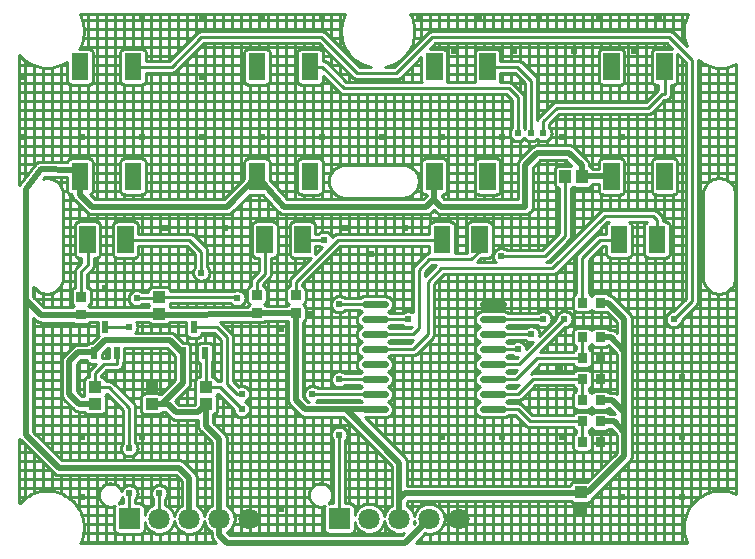
<source format=gtl>
G04 Layer: TopLayer*
G04 EasyEDA v6.4.25, 2021-11-01T16:40:30+01:00*
G04 d0984406bf964252bec45fc5339864a5,23de75a5ce864506aa6f80b6cd8e489b,10*
G04 Gerber Generator version 0.2*
G04 Scale: 100 percent, Rotated: No, Reflected: No *
G04 Dimensions in millimeters *
G04 leading zeros omitted , absolute positions ,4 integer and 5 decimal *
%FSLAX45Y45*%
%MOMM*%

%ADD10C,0.2540*%
%ADD11C,0.5000*%
%ADD12C,0.6000*%
%ADD13C,0.6100*%
%ADD15R,0.5320X1.0375*%
%ADD16R,0.8640X0.8065*%
%ADD18R,1.1000X1.0000*%
%ADD21C,1.8000*%

%LPD*%
D10*
X4876800Y-2844800D02*
G01*
X4495800Y-3225800D01*
X4272025Y-3225800D01*
D11*
X1447800Y-2806700D02*
G01*
X2273300Y-2800604D01*
X1447802Y-2799306D02*
G01*
X1441272Y-2805836D01*
X787400Y-2805836D01*
D10*
X1160018Y-2171192D02*
G01*
X1701292Y-2171192D01*
X1803400Y-2273300D01*
X1803400Y-2438400D01*
X2340102Y-2171192D02*
G01*
X2340102Y-2460497D01*
X2273300Y-2527300D01*
X2273300Y-2651505D01*
X5659881Y-2171192D02*
G01*
X5659881Y-2002281D01*
X5626100Y-1968500D01*
X5219700Y-1968500D01*
X4775200Y-2413000D01*
X3835400Y-2413000D01*
X3721100Y-2527300D01*
X3721100Y-2971800D01*
X3594100Y-3098800D01*
X3271774Y-3098800D01*
X4160011Y-2171192D02*
G01*
X4160011Y-2266187D01*
X4089400Y-2336800D01*
X3733800Y-2336800D01*
X3644900Y-2425700D01*
X3644900Y-2921000D01*
X3594100Y-2971800D01*
X3271774Y-2971800D01*
X4225036Y-706881D02*
G01*
X4478781Y-706881D01*
X4597400Y-825500D01*
X4597400Y-1270000D01*
X2724911Y-706881D02*
G01*
X2827781Y-706881D01*
X3009900Y-889000D01*
X4406900Y-889000D01*
X4483100Y-965200D01*
X4483100Y-1270000D01*
D11*
X3774947Y-1825752D02*
G01*
X3774947Y-1831847D01*
X3835400Y-1892300D01*
X4546600Y-1892300D01*
X4546600Y-1536700D01*
X4648200Y-1435100D01*
X4914900Y-1435100D01*
X5022850Y-1543050D01*
X5022850Y-1638300D01*
D10*
X1225042Y-706881D02*
G01*
X1553718Y-706881D01*
X1803400Y-457200D01*
X2819400Y-457200D01*
X3124200Y-762000D01*
X3454400Y-762000D01*
X3759200Y-457200D01*
X5765800Y-457200D01*
X5956300Y-647700D01*
X5956300Y-2692400D01*
X5803900Y-2844800D01*
X4882895Y-1638300D02*
G01*
X4882895Y-2140204D01*
X4711700Y-2311400D01*
X4343400Y-2311400D01*
D11*
X5022977Y-1638300D02*
G01*
X5025669Y-1635607D01*
X5274990Y-1635607D01*
X3271774Y-3606800D02*
G01*
X2679700Y-3606800D01*
X2603500Y-3530600D01*
X2603500Y-2793237D01*
D10*
X4272025Y-3479800D02*
G01*
X4483100Y-3479800D01*
X4610100Y-3352800D01*
X5029961Y-3352800D01*
X4272025Y-3606800D02*
G01*
X4483100Y-3606800D01*
X4584700Y-3708400D01*
X5029961Y-3708400D01*
X4272025Y-3352800D02*
G01*
X4470400Y-3352800D01*
X4648200Y-3175000D01*
X5029961Y-3175000D01*
X2146300Y-3479800D02*
G01*
X2108200Y-3479800D01*
X2019300Y-3390900D01*
X2019300Y-2997200D01*
X1934463Y-2912363D01*
X1739900Y-2912363D01*
D11*
X317500Y-2667000D02*
G01*
X317500Y-3822700D01*
X596900Y-4102100D01*
X1612900Y-4102100D01*
X1701800Y-4191000D01*
X1701800Y-4533900D01*
X1644904Y-3132836D02*
G01*
X1644904Y-3384295D01*
X1466850Y-3562350D01*
X1384300Y-3562350D01*
X895604Y-3132836D02*
G01*
X886968Y-3124200D01*
X762000Y-3124200D01*
X685800Y-3200400D01*
X685800Y-3479800D01*
X768604Y-3562604D01*
X901700Y-3562604D01*
X774700Y-1638300D02*
G01*
X713994Y-1577594D01*
X444500Y-1574800D01*
X317500Y-1739900D01*
X317500Y-2679700D01*
X446531Y-2808731D01*
X787145Y-2808731D01*
X2275077Y-1635505D02*
G01*
X2501900Y-1892300D01*
X2501900Y-1892300D01*
X3708400Y-1892300D01*
X3774947Y-1825752D01*
X3774947Y-1635505D01*
D10*
X1085595Y-3132734D02*
G01*
X1085595Y-3225800D01*
X977900Y-3225800D01*
X901700Y-3302000D01*
X901700Y-3422497D01*
X1834895Y-3132734D02*
G01*
X1841500Y-3139338D01*
X1841500Y-3422497D01*
X1841500Y-3422395D02*
G01*
X1961895Y-3422395D01*
X2146300Y-3606800D01*
X840003Y-2171291D02*
G01*
X840003Y-2387600D01*
X787400Y-2440203D01*
X787400Y-2655163D01*
X5339989Y-2171291D02*
G01*
X5181600Y-2171291D01*
X5030063Y-2322827D01*
X5030063Y-2705100D01*
X2659992Y-2171291D02*
G01*
X2660401Y-2171700D01*
X2844800Y-2171700D01*
X3556000Y-2844800D02*
G01*
X3271898Y-2844800D01*
X4483100Y-3098800D02*
G01*
X4271901Y-3098800D01*
X4597400Y-2971800D02*
G01*
X4305300Y-2971800D01*
X5724984Y-706983D02*
G01*
X5724984Y-939800D01*
X5702300Y-939800D01*
X5588000Y-1054100D01*
X4851400Y-1054100D01*
X4813300Y-1054100D01*
X4699000Y-1168400D01*
X4699000Y-1270000D01*
X4699000Y-2844800D02*
G01*
X4271901Y-2844800D01*
X5030063Y-3175000D02*
G01*
X5030063Y-2997200D01*
X5030063Y-3352800D02*
G01*
X5030063Y-3530600D01*
X5030063Y-3708400D02*
G01*
X5030063Y-3886200D01*
D11*
X1841500Y-3562502D02*
G01*
X1841500Y-3746500D01*
X1955800Y-3860800D01*
X1955800Y-4533900D01*
X1644904Y-3132734D02*
G01*
X1534769Y-3022600D01*
X990600Y-3022600D01*
X990600Y-3022600D02*
G01*
X895604Y-3117595D01*
X895604Y-3132734D01*
X1841500Y-3562502D02*
G01*
X1771802Y-3632200D01*
X1587500Y-3632200D01*
X1517777Y-3562477D01*
X1384300Y-3562477D01*
D10*
X2971800Y-3822700D02*
G01*
X2971800Y-4533900D01*
X1447802Y-2673197D02*
G01*
X1441604Y-2667000D01*
X1257300Y-2667000D01*
X1193800Y-2908300D02*
G01*
X1189631Y-2912468D01*
X990600Y-2912468D01*
D11*
X774954Y-1635505D02*
G01*
X774700Y-1790700D01*
X876300Y-1892300D01*
X2018284Y-1892300D01*
X2275077Y-1635505D01*
X5384800Y-3797300D02*
G01*
X5384800Y-3632200D01*
X5283200Y-3530600D01*
X5180736Y-3530600D01*
X5384800Y-3632200D02*
G01*
X5384800Y-3111500D01*
X5270500Y-2997200D01*
X5180736Y-2997200D01*
X5384800Y-3111500D02*
G01*
X5384800Y-2844800D01*
X5245100Y-2705100D01*
X5180736Y-2705100D01*
X1447802Y-2799306D02*
G01*
X1465808Y-2781300D01*
D10*
X2603500Y-2642362D02*
G01*
X2603500Y-2527300D01*
X2959608Y-2171192D01*
X3839972Y-2171192D01*
D11*
X2273300Y-2793118D02*
G01*
X2603500Y-2793128D01*
D10*
X3271900Y-3479800D02*
G01*
X2743200Y-3479800D01*
X2971800Y-3352800D02*
G01*
X3271900Y-3352800D01*
X2108200Y-2667000D02*
G01*
X2100501Y-2659301D01*
X1447802Y-2659301D01*
X3187700Y-2717800D02*
G01*
X3271774Y-2717800D01*
X3271900Y-2717800D02*
G01*
X2971800Y-2717800D01*
X1447800Y-4533900D02*
G01*
X1447800Y-4318000D01*
X1193800Y-4318000D02*
G01*
X1193800Y-4533900D01*
X901700Y-3422395D02*
G01*
X1022095Y-3422395D01*
X1193800Y-3594100D01*
X1193800Y-3937000D01*
X1193800Y-3937000D01*
D11*
X1955800Y-4533900D02*
G01*
X1955800Y-4673600D01*
X2019300Y-4737100D01*
X3530600Y-4737100D01*
X3733800Y-4533900D01*
X5180731Y-3708400D02*
G01*
X5295900Y-3708400D01*
X5384800Y-3797300D01*
X5384800Y-4000500D01*
X5073777Y-4311522D01*
X5016500Y-4311522D01*
X5016500Y-4311522D02*
G01*
X5010022Y-4318000D01*
X3530600Y-4318000D01*
X3479800Y-4368800D01*
X3479800Y-4533900D01*
D10*
X3722740Y-420740D02*
G01*
X3433042Y-710437D01*
X3433042Y-710437D02*
G01*
X3358417Y-710437D01*
X3358417Y-710437D02*
G01*
X3359610Y-710243D01*
X3359610Y-710243D02*
G01*
X3383858Y-704267D01*
X3383858Y-704267D02*
G01*
X3407547Y-696359D01*
X3407547Y-696359D02*
G01*
X3430522Y-686570D01*
X3430522Y-686570D02*
G01*
X3452635Y-674964D01*
X3452635Y-674964D02*
G01*
X3473743Y-661616D01*
X3473743Y-661616D02*
G01*
X3493708Y-646613D01*
X3493708Y-646613D02*
G01*
X3512401Y-630052D01*
X3512401Y-630052D02*
G01*
X3529701Y-612041D01*
X3529701Y-612041D02*
G01*
X3545496Y-592696D01*
X3545496Y-592696D02*
G01*
X3559683Y-572143D01*
X3559683Y-572143D02*
G01*
X3572170Y-550515D01*
X3572170Y-550515D02*
G01*
X3582876Y-527953D01*
X3582876Y-527953D02*
G01*
X3591732Y-504602D01*
X3591732Y-504602D02*
G01*
X3598680Y-480614D01*
X3598680Y-480614D02*
G01*
X3603675Y-456145D01*
X3603675Y-456145D02*
G01*
X3606685Y-431353D01*
X3606685Y-431353D02*
G01*
X3607691Y-406400D01*
X3607691Y-406400D02*
G01*
X3606685Y-381446D01*
X3606685Y-381446D02*
G01*
X3603675Y-356654D01*
X3603675Y-356654D02*
G01*
X3598680Y-332185D01*
X3598680Y-332185D02*
G01*
X3591732Y-308197D01*
X3591732Y-308197D02*
G01*
X3582876Y-284846D01*
X3582876Y-284846D02*
G01*
X3572734Y-263474D01*
X3572734Y-263474D02*
G01*
X5922445Y-263474D01*
X5922445Y-263474D02*
G01*
X5912304Y-284846D01*
X5912304Y-284846D02*
G01*
X5903448Y-308197D01*
X5903448Y-308197D02*
G01*
X5896500Y-332185D01*
X5896500Y-332185D02*
G01*
X5891504Y-356654D01*
X5891504Y-356654D02*
G01*
X5888494Y-381446D01*
X5888494Y-381446D02*
G01*
X5887488Y-406400D01*
X5887488Y-406400D02*
G01*
X5888494Y-431353D01*
X5888494Y-431353D02*
G01*
X5891504Y-456145D01*
X5891504Y-456145D02*
G01*
X5896500Y-480614D01*
X5896500Y-480614D02*
G01*
X5903448Y-504602D01*
X5903448Y-504602D02*
G01*
X5912304Y-527953D01*
X5912304Y-527953D02*
G01*
X5914860Y-533340D01*
X5914860Y-533340D02*
G01*
X5802259Y-420740D01*
X5802259Y-420740D02*
G01*
X5794446Y-414327D01*
X5794446Y-414327D02*
G01*
X5785531Y-409562D01*
X5785531Y-409562D02*
G01*
X5775859Y-406628D01*
X5775859Y-406628D02*
G01*
X5765800Y-405637D01*
X5765800Y-405637D02*
G01*
X3759200Y-405637D01*
X3759200Y-405637D02*
G01*
X3749140Y-406628D01*
X3749140Y-406628D02*
G01*
X3739468Y-409562D01*
X3739468Y-409562D02*
G01*
X3730553Y-414327D01*
X3730553Y-414327D02*
G01*
X3722740Y-420740D01*
X3426344Y-688350D02*
G01*
X3455130Y-688350D01*
X3529597Y-612150D02*
G01*
X3531330Y-612150D01*
X3579081Y-535950D02*
G01*
X3607530Y-535950D01*
X3602939Y-459750D02*
G01*
X3683730Y-459750D01*
X5841269Y-459750D02*
G01*
X5892240Y-459750D01*
X3606770Y-383550D02*
G01*
X5888409Y-383550D01*
X3591410Y-307350D02*
G01*
X5903769Y-307350D01*
X5871209Y-489690D02*
G01*
X5871209Y-263474D01*
X5795009Y-414790D02*
G01*
X5795009Y-263474D01*
X5718809Y-405637D02*
G01*
X5718809Y-263474D01*
X5642609Y-405637D02*
G01*
X5642609Y-263474D01*
X5566409Y-405637D02*
G01*
X5566409Y-263474D01*
X5490209Y-405637D02*
G01*
X5490209Y-263474D01*
X5414009Y-405637D02*
G01*
X5414009Y-263474D01*
X5337809Y-405637D02*
G01*
X5337809Y-263474D01*
X5261609Y-405637D02*
G01*
X5261609Y-263474D01*
X5185409Y-405637D02*
G01*
X5185409Y-263474D01*
X5109209Y-405637D02*
G01*
X5109209Y-263474D01*
X5033009Y-405637D02*
G01*
X5033009Y-263474D01*
X4956809Y-405637D02*
G01*
X4956809Y-263474D01*
X4880609Y-405637D02*
G01*
X4880609Y-263474D01*
X4804409Y-405637D02*
G01*
X4804409Y-263474D01*
X4728209Y-405637D02*
G01*
X4728209Y-263474D01*
X4652009Y-405637D02*
G01*
X4652009Y-263474D01*
X4575809Y-405637D02*
G01*
X4575809Y-263474D01*
X4499609Y-405637D02*
G01*
X4499609Y-263474D01*
X4423409Y-405637D02*
G01*
X4423409Y-263474D01*
X4347209Y-405637D02*
G01*
X4347209Y-263474D01*
X4271009Y-405637D02*
G01*
X4271009Y-263474D01*
X4194809Y-405637D02*
G01*
X4194809Y-263474D01*
X4118609Y-405637D02*
G01*
X4118609Y-263474D01*
X4042409Y-405637D02*
G01*
X4042409Y-263474D01*
X3966209Y-405637D02*
G01*
X3966209Y-263474D01*
X3890009Y-405637D02*
G01*
X3890009Y-263474D01*
X3813809Y-405637D02*
G01*
X3813809Y-263474D01*
X3737609Y-410556D02*
G01*
X3737609Y-263474D01*
X3661409Y-482070D02*
G01*
X3661409Y-263474D01*
X3585209Y-558270D02*
G01*
X3585209Y-521799D01*
X3585209Y-291000D02*
G01*
X3585209Y-263474D01*
X3509009Y-634470D02*
G01*
X3509009Y-633057D01*
X3432809Y-710437D02*
G01*
X3432809Y-685369D01*
X4648961Y-1156582D02*
G01*
X4648961Y-825500D01*
X4648961Y-825500D02*
G01*
X4647971Y-815440D01*
X4647971Y-815440D02*
G01*
X4645037Y-805768D01*
X4645037Y-805768D02*
G01*
X4640272Y-796853D01*
X4640272Y-796853D02*
G01*
X4633859Y-789040D01*
X4633859Y-789040D02*
G01*
X4515241Y-670422D01*
X4515241Y-670422D02*
G01*
X4507428Y-664009D01*
X4507428Y-664009D02*
G01*
X4498513Y-659244D01*
X4498513Y-659244D02*
G01*
X4488841Y-656310D01*
X4488841Y-656310D02*
G01*
X4478781Y-655320D01*
X4478781Y-655320D02*
G01*
X4333862Y-655320D01*
X4333862Y-655320D02*
G01*
X4333862Y-591978D01*
X4333862Y-591978D02*
G01*
X4332887Y-583331D01*
X4332887Y-583331D02*
G01*
X4330013Y-575117D01*
X4330013Y-575117D02*
G01*
X4325383Y-567748D01*
X4325383Y-567748D02*
G01*
X4319230Y-561595D01*
X4319230Y-561595D02*
G01*
X4311861Y-556965D01*
X4311861Y-556965D02*
G01*
X4303647Y-554091D01*
X4303647Y-554091D02*
G01*
X4295000Y-553116D01*
X4295000Y-553116D02*
G01*
X4155000Y-553116D01*
X4155000Y-553116D02*
G01*
X4146352Y-554091D01*
X4146352Y-554091D02*
G01*
X4138139Y-556965D01*
X4138139Y-556965D02*
G01*
X4130770Y-561595D01*
X4130770Y-561595D02*
G01*
X4124617Y-567748D01*
X4124617Y-567748D02*
G01*
X4119987Y-575117D01*
X4119987Y-575117D02*
G01*
X4117112Y-583331D01*
X4117112Y-583331D02*
G01*
X4116138Y-591978D01*
X4116138Y-591978D02*
G01*
X4116138Y-821978D01*
X4116138Y-821978D02*
G01*
X4117112Y-830625D01*
X4117112Y-830625D02*
G01*
X4119496Y-837437D01*
X4119496Y-837437D02*
G01*
X3880502Y-837437D01*
X3880502Y-837437D02*
G01*
X3882886Y-830625D01*
X3882886Y-830625D02*
G01*
X3883860Y-821978D01*
X3883860Y-821978D02*
G01*
X3883860Y-591978D01*
X3883860Y-591978D02*
G01*
X3882886Y-583331D01*
X3882886Y-583331D02*
G01*
X3880012Y-575117D01*
X3880012Y-575117D02*
G01*
X3875382Y-567748D01*
X3875382Y-567748D02*
G01*
X3869228Y-561595D01*
X3869228Y-561595D02*
G01*
X3861860Y-556965D01*
X3861860Y-556965D02*
G01*
X3853646Y-554091D01*
X3853646Y-554091D02*
G01*
X3844998Y-553116D01*
X3844998Y-553116D02*
G01*
X3736202Y-553116D01*
X3736202Y-553116D02*
G01*
X3780557Y-508762D01*
X3780557Y-508762D02*
G01*
X5744442Y-508762D01*
X5744442Y-508762D02*
G01*
X5788799Y-553119D01*
X5788799Y-553119D02*
G01*
X5655000Y-553119D01*
X5655000Y-553119D02*
G01*
X5646352Y-554093D01*
X5646352Y-554093D02*
G01*
X5638138Y-556967D01*
X5638138Y-556967D02*
G01*
X5630770Y-561597D01*
X5630770Y-561597D02*
G01*
X5624616Y-567751D01*
X5624616Y-567751D02*
G01*
X5619986Y-575119D01*
X5619986Y-575119D02*
G01*
X5617112Y-583333D01*
X5617112Y-583333D02*
G01*
X5616138Y-591981D01*
X5616138Y-591981D02*
G01*
X5616138Y-821980D01*
X5616138Y-821980D02*
G01*
X5617112Y-830628D01*
X5617112Y-830628D02*
G01*
X5619986Y-838842D01*
X5619986Y-838842D02*
G01*
X5624616Y-846210D01*
X5624616Y-846210D02*
G01*
X5630770Y-852364D01*
X5630770Y-852364D02*
G01*
X5638138Y-856994D01*
X5638138Y-856994D02*
G01*
X5646352Y-859868D01*
X5646352Y-859868D02*
G01*
X5655000Y-860842D01*
X5655000Y-860842D02*
G01*
X5673422Y-860842D01*
X5673422Y-860842D02*
G01*
X5673422Y-897117D01*
X5673422Y-897117D02*
G01*
X5665840Y-903340D01*
X5665840Y-903340D02*
G01*
X5566642Y-1002537D01*
X5566642Y-1002537D02*
G01*
X4813300Y-1002537D01*
X4813300Y-1002537D02*
G01*
X4803240Y-1003528D01*
X4803240Y-1003528D02*
G01*
X4793568Y-1006462D01*
X4793568Y-1006462D02*
G01*
X4784653Y-1011227D01*
X4784653Y-1011227D02*
G01*
X4776840Y-1017640D01*
X4776840Y-1017640D02*
G01*
X4662540Y-1131940D01*
X4662540Y-1131940D02*
G01*
X4656127Y-1139753D01*
X4656127Y-1139753D02*
G01*
X4651362Y-1148668D01*
X4651362Y-1148668D02*
G01*
X4648961Y-1156582D01*
X5196350Y-859868D02*
G01*
X5204998Y-860842D01*
X5204998Y-860842D02*
G01*
X5344998Y-860842D01*
X5344998Y-860842D02*
G01*
X5353645Y-859868D01*
X5353645Y-859868D02*
G01*
X5361859Y-856994D01*
X5361859Y-856994D02*
G01*
X5369228Y-852364D01*
X5369228Y-852364D02*
G01*
X5375381Y-846210D01*
X5375381Y-846210D02*
G01*
X5380011Y-838842D01*
X5380011Y-838842D02*
G01*
X5382885Y-830628D01*
X5382885Y-830628D02*
G01*
X5383860Y-821980D01*
X5383860Y-821980D02*
G01*
X5383860Y-591981D01*
X5383860Y-591981D02*
G01*
X5382885Y-583333D01*
X5382885Y-583333D02*
G01*
X5380011Y-575119D01*
X5380011Y-575119D02*
G01*
X5375381Y-567751D01*
X5375381Y-567751D02*
G01*
X5369228Y-561597D01*
X5369228Y-561597D02*
G01*
X5361859Y-556967D01*
X5361859Y-556967D02*
G01*
X5353645Y-554093D01*
X5353645Y-554093D02*
G01*
X5344998Y-553119D01*
X5344998Y-553119D02*
G01*
X5204998Y-553119D01*
X5204998Y-553119D02*
G01*
X5196350Y-554093D01*
X5196350Y-554093D02*
G01*
X5188136Y-556967D01*
X5188136Y-556967D02*
G01*
X5180768Y-561597D01*
X5180768Y-561597D02*
G01*
X5174615Y-567751D01*
X5174615Y-567751D02*
G01*
X5169985Y-575119D01*
X5169985Y-575119D02*
G01*
X5167110Y-583333D01*
X5167110Y-583333D02*
G01*
X5166136Y-591981D01*
X5166136Y-591981D02*
G01*
X5166136Y-821980D01*
X5166136Y-821980D02*
G01*
X5167110Y-830628D01*
X5167110Y-830628D02*
G01*
X5169985Y-838842D01*
X5169985Y-838842D02*
G01*
X5174615Y-846210D01*
X5174615Y-846210D02*
G01*
X5180768Y-852364D01*
X5180768Y-852364D02*
G01*
X5188136Y-856994D01*
X5188136Y-856994D02*
G01*
X5196350Y-859868D01*
X4648961Y-1145550D02*
G01*
X4653029Y-1145550D01*
X4648961Y-1069350D02*
G01*
X4725130Y-1069350D01*
X4648961Y-993150D02*
G01*
X5576030Y-993150D01*
X4648961Y-916950D02*
G01*
X5652230Y-916950D01*
X4648961Y-840750D02*
G01*
X5171183Y-840750D01*
X5378812Y-840750D02*
G01*
X5621185Y-840750D01*
X3883860Y-764550D02*
G01*
X4116138Y-764550D01*
X4609369Y-764550D02*
G01*
X5166136Y-764550D01*
X5383860Y-764550D02*
G01*
X5616138Y-764550D01*
X3883860Y-688350D02*
G01*
X4116138Y-688350D01*
X4533169Y-688350D02*
G01*
X5166136Y-688350D01*
X5383860Y-688350D02*
G01*
X5616138Y-688350D01*
X3883860Y-612150D02*
G01*
X4116138Y-612150D01*
X4333862Y-612150D02*
G01*
X5166136Y-612150D01*
X5383860Y-612150D02*
G01*
X5616138Y-612150D01*
X3753369Y-535950D02*
G01*
X5771630Y-535950D01*
X5718809Y-553119D02*
G01*
X5718809Y-508762D01*
X5642609Y-926570D02*
G01*
X5642609Y-858558D01*
X5642609Y-555403D02*
G01*
X5642609Y-508762D01*
X5566409Y-1002537D02*
G01*
X5566409Y-508762D01*
X5490209Y-1002537D02*
G01*
X5490209Y-508762D01*
X5414009Y-1002537D02*
G01*
X5414009Y-508762D01*
X5337809Y-1002537D02*
G01*
X5337809Y-860842D01*
X5337809Y-553119D02*
G01*
X5337809Y-508762D01*
X5261609Y-1002537D02*
G01*
X5261609Y-860842D01*
X5261609Y-553119D02*
G01*
X5261609Y-508762D01*
X5185409Y-1002537D02*
G01*
X5185409Y-855280D01*
X5185409Y-558681D02*
G01*
X5185409Y-508762D01*
X5109209Y-1002537D02*
G01*
X5109209Y-508762D01*
X5033009Y-1002537D02*
G01*
X5033009Y-508762D01*
X4956809Y-1002537D02*
G01*
X4956809Y-508762D01*
X4880609Y-1002537D02*
G01*
X4880609Y-508762D01*
X4804409Y-1003413D02*
G01*
X4804409Y-508762D01*
X4728209Y-1066270D02*
G01*
X4728209Y-508762D01*
X4652009Y-1147457D02*
G01*
X4652009Y-508762D01*
X4575809Y-730990D02*
G01*
X4575809Y-508762D01*
X4499609Y-659830D02*
G01*
X4499609Y-508762D01*
X4423409Y-655320D02*
G01*
X4423409Y-508762D01*
X4347209Y-655320D02*
G01*
X4347209Y-508762D01*
X4271009Y-553116D02*
G01*
X4271009Y-508762D01*
X4194809Y-553116D02*
G01*
X4194809Y-508762D01*
X4118609Y-837437D02*
G01*
X4118609Y-834904D01*
X4118609Y-579052D02*
G01*
X4118609Y-508762D01*
X4042409Y-837437D02*
G01*
X4042409Y-508762D01*
X3966209Y-837437D02*
G01*
X3966209Y-508762D01*
X3890009Y-837437D02*
G01*
X3890009Y-508762D01*
X3813809Y-553116D02*
G01*
X3813809Y-508762D01*
X3737609Y-553116D02*
G01*
X3737609Y-551709D01*
X4545838Y-1223845D02*
G01*
X4540113Y-1230934D01*
X4540113Y-1230934D02*
G01*
X4537066Y-1226425D01*
X4537066Y-1226425D02*
G01*
X4534661Y-1223916D01*
X4534661Y-1223916D02*
G01*
X4534661Y-965200D01*
X4534661Y-965200D02*
G01*
X4533671Y-955140D01*
X4533671Y-955140D02*
G01*
X4530737Y-945468D01*
X4530737Y-945468D02*
G01*
X4525972Y-936553D01*
X4525972Y-936553D02*
G01*
X4519559Y-928740D01*
X4519559Y-928740D02*
G01*
X4443359Y-852540D01*
X4443359Y-852540D02*
G01*
X4435546Y-846127D01*
X4435546Y-846127D02*
G01*
X4426631Y-841362D01*
X4426631Y-841362D02*
G01*
X4416959Y-838428D01*
X4416959Y-838428D02*
G01*
X4406900Y-837437D01*
X4406900Y-837437D02*
G01*
X4330504Y-837437D01*
X4330504Y-837437D02*
G01*
X4332887Y-830625D01*
X4332887Y-830625D02*
G01*
X4333862Y-821978D01*
X4333862Y-821978D02*
G01*
X4333862Y-758444D01*
X4333862Y-758444D02*
G01*
X4457424Y-758444D01*
X4457424Y-758444D02*
G01*
X4545838Y-846857D01*
X4545838Y-846857D02*
G01*
X4545838Y-1223845D01*
X4534661Y-1221750D02*
G01*
X4545838Y-1221750D01*
X4534661Y-1145550D02*
G01*
X4545838Y-1145550D01*
X4534661Y-1069350D02*
G01*
X4545838Y-1069350D01*
X4534661Y-993150D02*
G01*
X4545838Y-993150D01*
X4507769Y-916950D02*
G01*
X4545838Y-916950D01*
X4424611Y-840750D02*
G01*
X4539730Y-840750D01*
X4333862Y-764550D02*
G01*
X4463530Y-764550D01*
X4499609Y-908790D02*
G01*
X4499609Y-800629D01*
X4423409Y-840385D02*
G01*
X4423409Y-758444D01*
X4347209Y-837437D02*
G01*
X4347209Y-758444D01*
X2821185Y-2236694D02*
G01*
X2768518Y-2289361D01*
X2768518Y-2289361D02*
G01*
X2768864Y-2286298D01*
X2768864Y-2286298D02*
G01*
X2768864Y-2223262D01*
X2768864Y-2223262D02*
G01*
X2798776Y-2223262D01*
X2798776Y-2223262D02*
G01*
X2803554Y-2227467D01*
X2803554Y-2227467D02*
G01*
X2813572Y-2233635D01*
X2813572Y-2233635D02*
G01*
X2821185Y-2236694D01*
X2768610Y-2288550D02*
G01*
X2769330Y-2288550D01*
X3787118Y-2388362D02*
G01*
X3696461Y-2479018D01*
X3696461Y-2479018D02*
G01*
X3696461Y-2447057D01*
X3696461Y-2447057D02*
G01*
X3755157Y-2388362D01*
X3755157Y-2388362D02*
G01*
X3787118Y-2388362D01*
X3702569Y-2440950D02*
G01*
X3734530Y-2440950D01*
X3737609Y-2437870D02*
G01*
X3737609Y-2405909D01*
X472984Y-2744870D02*
G01*
X381361Y-2653247D01*
X381361Y-2653247D02*
G01*
X381361Y-2568520D01*
X381361Y-2568520D02*
G01*
X391360Y-2581282D01*
X391360Y-2581282D02*
G01*
X403217Y-2593139D01*
X403217Y-2593139D02*
G01*
X416417Y-2603480D01*
X416417Y-2603480D02*
G01*
X430767Y-2612156D01*
X430767Y-2612156D02*
G01*
X446059Y-2619037D01*
X446059Y-2619037D02*
G01*
X462068Y-2624026D01*
X462068Y-2624026D02*
G01*
X478562Y-2627049D01*
X478562Y-2627049D02*
G01*
X495300Y-2628061D01*
X495300Y-2628061D02*
G01*
X512037Y-2627049D01*
X512037Y-2627049D02*
G01*
X528531Y-2624026D01*
X528531Y-2624026D02*
G01*
X544540Y-2619037D01*
X544540Y-2619037D02*
G01*
X559832Y-2612156D01*
X559832Y-2612156D02*
G01*
X574182Y-2603480D01*
X574182Y-2603480D02*
G01*
X587382Y-2593139D01*
X587382Y-2593139D02*
G01*
X599239Y-2581282D01*
X599239Y-2581282D02*
G01*
X609580Y-2568082D01*
X609580Y-2568082D02*
G01*
X618256Y-2553732D01*
X618256Y-2553732D02*
G01*
X625137Y-2538440D01*
X625137Y-2538440D02*
G01*
X630126Y-2522431D01*
X630126Y-2522431D02*
G01*
X633149Y-2505937D01*
X633149Y-2505937D02*
G01*
X634161Y-2489200D01*
X634161Y-2489200D02*
G01*
X634161Y-1790700D01*
X634161Y-1790700D02*
G01*
X633149Y-1773962D01*
X633149Y-1773962D02*
G01*
X630126Y-1757468D01*
X630126Y-1757468D02*
G01*
X625137Y-1741459D01*
X625137Y-1741459D02*
G01*
X618256Y-1726167D01*
X618256Y-1726167D02*
G01*
X609580Y-1711817D01*
X609580Y-1711817D02*
G01*
X599239Y-1698617D01*
X599239Y-1698617D02*
G01*
X587382Y-1686760D01*
X587382Y-1686760D02*
G01*
X574182Y-1676419D01*
X574182Y-1676419D02*
G01*
X559832Y-1667743D01*
X559832Y-1667743D02*
G01*
X544540Y-1660862D01*
X544540Y-1660862D02*
G01*
X528531Y-1655873D01*
X528531Y-1655873D02*
G01*
X512037Y-1652850D01*
X512037Y-1652850D02*
G01*
X495300Y-1651838D01*
X495300Y-1651838D02*
G01*
X478562Y-1652850D01*
X478562Y-1652850D02*
G01*
X462810Y-1655737D01*
X462810Y-1655737D02*
G01*
X475694Y-1638988D01*
X475694Y-1638988D02*
G01*
X666137Y-1640963D01*
X666137Y-1640963D02*
G01*
X666137Y-1750620D01*
X666137Y-1750620D02*
G01*
X667112Y-1759267D01*
X667112Y-1759267D02*
G01*
X669986Y-1767481D01*
X669986Y-1767481D02*
G01*
X674616Y-1774850D01*
X674616Y-1774850D02*
G01*
X680769Y-1781003D01*
X680769Y-1781003D02*
G01*
X688138Y-1785633D01*
X688138Y-1785633D02*
G01*
X696352Y-1788507D01*
X696352Y-1788507D02*
G01*
X704999Y-1789482D01*
X704999Y-1789482D02*
G01*
X710840Y-1789482D01*
X710840Y-1789482D02*
G01*
X711081Y-1796265D01*
X711081Y-1796265D02*
G01*
X711790Y-1801686D01*
X711790Y-1801686D02*
G01*
X713014Y-1807228D01*
X713014Y-1807228D02*
G01*
X714653Y-1812443D01*
X714653Y-1812443D02*
G01*
X716821Y-1817689D01*
X716821Y-1817689D02*
G01*
X719341Y-1822540D01*
X719341Y-1822540D02*
G01*
X722387Y-1827329D01*
X722387Y-1827329D02*
G01*
X725711Y-1831669D01*
X725711Y-1831669D02*
G01*
X729542Y-1835857D01*
X729542Y-1835857D02*
G01*
X831142Y-1937457D01*
X831142Y-1937457D02*
G01*
X835250Y-1941221D01*
X835250Y-1941221D02*
G01*
X839670Y-1944612D01*
X839670Y-1944612D02*
G01*
X844368Y-1947605D01*
X844368Y-1947605D02*
G01*
X849310Y-1950178D01*
X849310Y-1950178D02*
G01*
X854458Y-1952310D01*
X854458Y-1952310D02*
G01*
X859771Y-1953985D01*
X859771Y-1953985D02*
G01*
X865210Y-1955191D01*
X865210Y-1955191D02*
G01*
X870734Y-1955918D01*
X870734Y-1955918D02*
G01*
X876300Y-1956161D01*
X876300Y-1956161D02*
G01*
X2018284Y-1956161D01*
X2018284Y-1956161D02*
G01*
X2023849Y-1955918D01*
X2023849Y-1955918D02*
G01*
X2029373Y-1955191D01*
X2029373Y-1955191D02*
G01*
X2034812Y-1953985D01*
X2034812Y-1953985D02*
G01*
X2040125Y-1952310D01*
X2040125Y-1952310D02*
G01*
X2045273Y-1950178D01*
X2045273Y-1950178D02*
G01*
X2050215Y-1947605D01*
X2050215Y-1947605D02*
G01*
X2054913Y-1944612D01*
X2054913Y-1944612D02*
G01*
X2059333Y-1941221D01*
X2059333Y-1941221D02*
G01*
X2063441Y-1937457D01*
X2063441Y-1937457D02*
G01*
X2211416Y-1789482D01*
X2211416Y-1789482D02*
G01*
X2325875Y-1789482D01*
X2325875Y-1789482D02*
G01*
X2454035Y-1934577D01*
X2454035Y-1934577D02*
G01*
X2460850Y-1941221D01*
X2460850Y-1941221D02*
G01*
X2469968Y-1947605D01*
X2469968Y-1947605D02*
G01*
X2480058Y-1952310D01*
X2480058Y-1952310D02*
G01*
X2490810Y-1955191D01*
X2490810Y-1955191D02*
G01*
X2501900Y-1956161D01*
X2501900Y-1956161D02*
G01*
X3708400Y-1956161D01*
X3708400Y-1956161D02*
G01*
X3713965Y-1955918D01*
X3713965Y-1955918D02*
G01*
X3719489Y-1955191D01*
X3719489Y-1955191D02*
G01*
X3724928Y-1953985D01*
X3724928Y-1953985D02*
G01*
X3730241Y-1952310D01*
X3730241Y-1952310D02*
G01*
X3735389Y-1950178D01*
X3735389Y-1950178D02*
G01*
X3740331Y-1947605D01*
X3740331Y-1947605D02*
G01*
X3745029Y-1944612D01*
X3745029Y-1944612D02*
G01*
X3749449Y-1941221D01*
X3749449Y-1941221D02*
G01*
X3753557Y-1937457D01*
X3753557Y-1937457D02*
G01*
X3771900Y-1919114D01*
X3771900Y-1919114D02*
G01*
X3790242Y-1937457D01*
X3790242Y-1937457D02*
G01*
X3794350Y-1941221D01*
X3794350Y-1941221D02*
G01*
X3798770Y-1944612D01*
X3798770Y-1944612D02*
G01*
X3803468Y-1947605D01*
X3803468Y-1947605D02*
G01*
X3808410Y-1950178D01*
X3808410Y-1950178D02*
G01*
X3813558Y-1952310D01*
X3813558Y-1952310D02*
G01*
X3818871Y-1953985D01*
X3818871Y-1953985D02*
G01*
X3824310Y-1955191D01*
X3824310Y-1955191D02*
G01*
X3829834Y-1955918D01*
X3829834Y-1955918D02*
G01*
X3835400Y-1956161D01*
X3835400Y-1956161D02*
G01*
X4546600Y-1956161D01*
X4546600Y-1956161D02*
G01*
X4557689Y-1955191D01*
X4557689Y-1955191D02*
G01*
X4568441Y-1952310D01*
X4568441Y-1952310D02*
G01*
X4578531Y-1947605D01*
X4578531Y-1947605D02*
G01*
X4587649Y-1941221D01*
X4587649Y-1941221D02*
G01*
X4595521Y-1933349D01*
X4595521Y-1933349D02*
G01*
X4601905Y-1924231D01*
X4601905Y-1924231D02*
G01*
X4606610Y-1914141D01*
X4606610Y-1914141D02*
G01*
X4609491Y-1903389D01*
X4609491Y-1903389D02*
G01*
X4610461Y-1892300D01*
X4610461Y-1892300D02*
G01*
X4610461Y-1563152D01*
X4610461Y-1563152D02*
G01*
X4674652Y-1498961D01*
X4674652Y-1498961D02*
G01*
X4888447Y-1498961D01*
X4888447Y-1498961D02*
G01*
X4934041Y-1544555D01*
X4934041Y-1544555D02*
G01*
X4932997Y-1544438D01*
X4932997Y-1544438D02*
G01*
X4832997Y-1544438D01*
X4832997Y-1544438D02*
G01*
X4824350Y-1545412D01*
X4824350Y-1545412D02*
G01*
X4816136Y-1548286D01*
X4816136Y-1548286D02*
G01*
X4808767Y-1552916D01*
X4808767Y-1552916D02*
G01*
X4802614Y-1559070D01*
X4802614Y-1559070D02*
G01*
X4797984Y-1566438D01*
X4797984Y-1566438D02*
G01*
X4795110Y-1574652D01*
X4795110Y-1574652D02*
G01*
X4794135Y-1583300D01*
X4794135Y-1583300D02*
G01*
X4794135Y-1693299D01*
X4794135Y-1693299D02*
G01*
X4795110Y-1701947D01*
X4795110Y-1701947D02*
G01*
X4797984Y-1710161D01*
X4797984Y-1710161D02*
G01*
X4802614Y-1717529D01*
X4802614Y-1717529D02*
G01*
X4808767Y-1723683D01*
X4808767Y-1723683D02*
G01*
X4816136Y-1728313D01*
X4816136Y-1728313D02*
G01*
X4824350Y-1731187D01*
X4824350Y-1731187D02*
G01*
X4831334Y-1731974D01*
X4831334Y-1731974D02*
G01*
X4831334Y-2118846D01*
X4831334Y-2118846D02*
G01*
X4690342Y-2259837D01*
X4690342Y-2259837D02*
G01*
X4389711Y-2259837D01*
X4389711Y-2259837D02*
G01*
X4389225Y-2259331D01*
X4389225Y-2259331D02*
G01*
X4379767Y-2252335D01*
X4379767Y-2252335D02*
G01*
X4369262Y-2247039D01*
X4369262Y-2247039D02*
G01*
X4358013Y-2243594D01*
X4358013Y-2243594D02*
G01*
X4346343Y-2242100D01*
X4346343Y-2242100D02*
G01*
X4334589Y-2242599D01*
X4334589Y-2242599D02*
G01*
X4323089Y-2245078D01*
X4323089Y-2245078D02*
G01*
X4312172Y-2249464D01*
X4312172Y-2249464D02*
G01*
X4302154Y-2255632D01*
X4302154Y-2255632D02*
G01*
X4293323Y-2263405D01*
X4293323Y-2263405D02*
G01*
X4285932Y-2272558D01*
X4285932Y-2272558D02*
G01*
X4280195Y-2282829D01*
X4280195Y-2282829D02*
G01*
X4276275Y-2293922D01*
X4276275Y-2293922D02*
G01*
X4274287Y-2305517D01*
X4274287Y-2305517D02*
G01*
X4274287Y-2317282D01*
X4274287Y-2317282D02*
G01*
X4276275Y-2328877D01*
X4276275Y-2328877D02*
G01*
X4280195Y-2339970D01*
X4280195Y-2339970D02*
G01*
X4285932Y-2350241D01*
X4285932Y-2350241D02*
G01*
X4293323Y-2359394D01*
X4293323Y-2359394D02*
G01*
X4295645Y-2361437D01*
X4295645Y-2361437D02*
G01*
X4137681Y-2361437D01*
X4137681Y-2361437D02*
G01*
X4173956Y-2325162D01*
X4173956Y-2325162D02*
G01*
X4230004Y-2325162D01*
X4230004Y-2325162D02*
G01*
X4238651Y-2324188D01*
X4238651Y-2324188D02*
G01*
X4246865Y-2321314D01*
X4246865Y-2321314D02*
G01*
X4254234Y-2316684D01*
X4254234Y-2316684D02*
G01*
X4260387Y-2310531D01*
X4260387Y-2310531D02*
G01*
X4265017Y-2303162D01*
X4265017Y-2303162D02*
G01*
X4267891Y-2294948D01*
X4267891Y-2294948D02*
G01*
X4268866Y-2286300D01*
X4268866Y-2286300D02*
G01*
X4268866Y-2056301D01*
X4268866Y-2056301D02*
G01*
X4267891Y-2047653D01*
X4267891Y-2047653D02*
G01*
X4265017Y-2039439D01*
X4265017Y-2039439D02*
G01*
X4260387Y-2032071D01*
X4260387Y-2032071D02*
G01*
X4254234Y-2025917D01*
X4254234Y-2025917D02*
G01*
X4246865Y-2021288D01*
X4246865Y-2021288D02*
G01*
X4238651Y-2018413D01*
X4238651Y-2018413D02*
G01*
X4230004Y-2017439D01*
X4230004Y-2017439D02*
G01*
X4090004Y-2017439D01*
X4090004Y-2017439D02*
G01*
X4081356Y-2018413D01*
X4081356Y-2018413D02*
G01*
X4073142Y-2021288D01*
X4073142Y-2021288D02*
G01*
X4065774Y-2025917D01*
X4065774Y-2025917D02*
G01*
X4059621Y-2032071D01*
X4059621Y-2032071D02*
G01*
X4054991Y-2039439D01*
X4054991Y-2039439D02*
G01*
X4052116Y-2047653D01*
X4052116Y-2047653D02*
G01*
X4051142Y-2056301D01*
X4051142Y-2056301D02*
G01*
X4051142Y-2285237D01*
X4051142Y-2285237D02*
G01*
X3948859Y-2285237D01*
X3948859Y-2285237D02*
G01*
X3948859Y-2056301D01*
X3948859Y-2056301D02*
G01*
X3947884Y-2047653D01*
X3947884Y-2047653D02*
G01*
X3945010Y-2039439D01*
X3945010Y-2039439D02*
G01*
X3940380Y-2032071D01*
X3940380Y-2032071D02*
G01*
X3934227Y-2025917D01*
X3934227Y-2025917D02*
G01*
X3926858Y-2021288D01*
X3926858Y-2021288D02*
G01*
X3918644Y-2018413D01*
X3918644Y-2018413D02*
G01*
X3909997Y-2017439D01*
X3909997Y-2017439D02*
G01*
X3769997Y-2017439D01*
X3769997Y-2017439D02*
G01*
X3761349Y-2018413D01*
X3761349Y-2018413D02*
G01*
X3753136Y-2021288D01*
X3753136Y-2021288D02*
G01*
X3745767Y-2025917D01*
X3745767Y-2025917D02*
G01*
X3739614Y-2032071D01*
X3739614Y-2032071D02*
G01*
X3734984Y-2039439D01*
X3734984Y-2039439D02*
G01*
X3732109Y-2047653D01*
X3732109Y-2047653D02*
G01*
X3731135Y-2056301D01*
X3731135Y-2056301D02*
G01*
X3731135Y-2119629D01*
X3731135Y-2119629D02*
G01*
X2959608Y-2119629D01*
X2959608Y-2119629D02*
G01*
X2949548Y-2120620D01*
X2949548Y-2120620D02*
G01*
X2939876Y-2123554D01*
X2939876Y-2123554D02*
G01*
X2930961Y-2128319D01*
X2930961Y-2128319D02*
G01*
X2923148Y-2134732D01*
X2923148Y-2134732D02*
G01*
X2909916Y-2147964D01*
X2909916Y-2147964D02*
G01*
X2905354Y-2137872D01*
X2905354Y-2137872D02*
G01*
X2898766Y-2128125D01*
X2898766Y-2128125D02*
G01*
X2890625Y-2119631D01*
X2890625Y-2119631D02*
G01*
X2881167Y-2112635D01*
X2881167Y-2112635D02*
G01*
X2870662Y-2107339D01*
X2870662Y-2107339D02*
G01*
X2859413Y-2103894D01*
X2859413Y-2103894D02*
G01*
X2847743Y-2102400D01*
X2847743Y-2102400D02*
G01*
X2835989Y-2102899D01*
X2835989Y-2102899D02*
G01*
X2824489Y-2105378D01*
X2824489Y-2105378D02*
G01*
X2813572Y-2109764D01*
X2813572Y-2109764D02*
G01*
X2803554Y-2115932D01*
X2803554Y-2115932D02*
G01*
X2798776Y-2120137D01*
X2798776Y-2120137D02*
G01*
X2768864Y-2120137D01*
X2768864Y-2120137D02*
G01*
X2768864Y-2056298D01*
X2768864Y-2056298D02*
G01*
X2767889Y-2047651D01*
X2767889Y-2047651D02*
G01*
X2765015Y-2039437D01*
X2765015Y-2039437D02*
G01*
X2760385Y-2032068D01*
X2760385Y-2032068D02*
G01*
X2754232Y-2025915D01*
X2754232Y-2025915D02*
G01*
X2746863Y-2021285D01*
X2746863Y-2021285D02*
G01*
X2738649Y-2018411D01*
X2738649Y-2018411D02*
G01*
X2730002Y-2017436D01*
X2730002Y-2017436D02*
G01*
X2590002Y-2017436D01*
X2590002Y-2017436D02*
G01*
X2581354Y-2018411D01*
X2581354Y-2018411D02*
G01*
X2573140Y-2021285D01*
X2573140Y-2021285D02*
G01*
X2565772Y-2025915D01*
X2565772Y-2025915D02*
G01*
X2559618Y-2032068D01*
X2559618Y-2032068D02*
G01*
X2554989Y-2039437D01*
X2554989Y-2039437D02*
G01*
X2552114Y-2047651D01*
X2552114Y-2047651D02*
G01*
X2551140Y-2056298D01*
X2551140Y-2056298D02*
G01*
X2551140Y-2286298D01*
X2551140Y-2286298D02*
G01*
X2552114Y-2294946D01*
X2552114Y-2294946D02*
G01*
X2554989Y-2303159D01*
X2554989Y-2303159D02*
G01*
X2559618Y-2310528D01*
X2559618Y-2310528D02*
G01*
X2565772Y-2316681D01*
X2565772Y-2316681D02*
G01*
X2573140Y-2321311D01*
X2573140Y-2321311D02*
G01*
X2581354Y-2324186D01*
X2581354Y-2324186D02*
G01*
X2590002Y-2325160D01*
X2590002Y-2325160D02*
G01*
X2730002Y-2325160D01*
X2730002Y-2325160D02*
G01*
X2733064Y-2324815D01*
X2733064Y-2324815D02*
G01*
X2567040Y-2490840D01*
X2567040Y-2490840D02*
G01*
X2560627Y-2498653D01*
X2560627Y-2498653D02*
G01*
X2555862Y-2507568D01*
X2555862Y-2507568D02*
G01*
X2552928Y-2517240D01*
X2552928Y-2517240D02*
G01*
X2551938Y-2527300D01*
X2551938Y-2527300D02*
G01*
X2551938Y-2564232D01*
X2551938Y-2564232D02*
G01*
X2543438Y-2567139D01*
X2543438Y-2567139D02*
G01*
X2536069Y-2571769D01*
X2536069Y-2571769D02*
G01*
X2529916Y-2577922D01*
X2529916Y-2577922D02*
G01*
X2525286Y-2585290D01*
X2525286Y-2585290D02*
G01*
X2522412Y-2593504D01*
X2522412Y-2593504D02*
G01*
X2521437Y-2602152D01*
X2521437Y-2602152D02*
G01*
X2521437Y-2682800D01*
X2521437Y-2682800D02*
G01*
X2522412Y-2691447D01*
X2522412Y-2691447D02*
G01*
X2525286Y-2699661D01*
X2525286Y-2699661D02*
G01*
X2529916Y-2707030D01*
X2529916Y-2707030D02*
G01*
X2536069Y-2713183D01*
X2536069Y-2713183D02*
G01*
X2543416Y-2717800D01*
X2543416Y-2717800D02*
G01*
X2536069Y-2722416D01*
X2536069Y-2722416D02*
G01*
X2529916Y-2728569D01*
X2529916Y-2728569D02*
G01*
X2529479Y-2729264D01*
X2529479Y-2729264D02*
G01*
X2347316Y-2729258D01*
X2347316Y-2729258D02*
G01*
X2346883Y-2728569D01*
X2346883Y-2728569D02*
G01*
X2340730Y-2722416D01*
X2340730Y-2722416D02*
G01*
X2333383Y-2717800D01*
X2333383Y-2717800D02*
G01*
X2340730Y-2713183D01*
X2340730Y-2713183D02*
G01*
X2346883Y-2707030D01*
X2346883Y-2707030D02*
G01*
X2351513Y-2699661D01*
X2351513Y-2699661D02*
G01*
X2354387Y-2691447D01*
X2354387Y-2691447D02*
G01*
X2355362Y-2682800D01*
X2355362Y-2682800D02*
G01*
X2355362Y-2602152D01*
X2355362Y-2602152D02*
G01*
X2354387Y-2593504D01*
X2354387Y-2593504D02*
G01*
X2351513Y-2585290D01*
X2351513Y-2585290D02*
G01*
X2346883Y-2577922D01*
X2346883Y-2577922D02*
G01*
X2340730Y-2571769D01*
X2340730Y-2571769D02*
G01*
X2333361Y-2567139D01*
X2333361Y-2567139D02*
G01*
X2324861Y-2564232D01*
X2324861Y-2564232D02*
G01*
X2324861Y-2548657D01*
X2324861Y-2548657D02*
G01*
X2376561Y-2496957D01*
X2376561Y-2496957D02*
G01*
X2382974Y-2489144D01*
X2382974Y-2489144D02*
G01*
X2387739Y-2480229D01*
X2387739Y-2480229D02*
G01*
X2390673Y-2470557D01*
X2390673Y-2470557D02*
G01*
X2391663Y-2460497D01*
X2391663Y-2460497D02*
G01*
X2391663Y-2325160D01*
X2391663Y-2325160D02*
G01*
X2409995Y-2325160D01*
X2409995Y-2325160D02*
G01*
X2418642Y-2324186D01*
X2418642Y-2324186D02*
G01*
X2426856Y-2321311D01*
X2426856Y-2321311D02*
G01*
X2434225Y-2316681D01*
X2434225Y-2316681D02*
G01*
X2440378Y-2310528D01*
X2440378Y-2310528D02*
G01*
X2445008Y-2303159D01*
X2445008Y-2303159D02*
G01*
X2447882Y-2294946D01*
X2447882Y-2294946D02*
G01*
X2448857Y-2286298D01*
X2448857Y-2286298D02*
G01*
X2448857Y-2056298D01*
X2448857Y-2056298D02*
G01*
X2447882Y-2047651D01*
X2447882Y-2047651D02*
G01*
X2445008Y-2039437D01*
X2445008Y-2039437D02*
G01*
X2440378Y-2032068D01*
X2440378Y-2032068D02*
G01*
X2434225Y-2025915D01*
X2434225Y-2025915D02*
G01*
X2426856Y-2021285D01*
X2426856Y-2021285D02*
G01*
X2418642Y-2018411D01*
X2418642Y-2018411D02*
G01*
X2409995Y-2017436D01*
X2409995Y-2017436D02*
G01*
X2269995Y-2017436D01*
X2269995Y-2017436D02*
G01*
X2261347Y-2018411D01*
X2261347Y-2018411D02*
G01*
X2253133Y-2021285D01*
X2253133Y-2021285D02*
G01*
X2245765Y-2025915D01*
X2245765Y-2025915D02*
G01*
X2239611Y-2032068D01*
X2239611Y-2032068D02*
G01*
X2234982Y-2039437D01*
X2234982Y-2039437D02*
G01*
X2232107Y-2047651D01*
X2232107Y-2047651D02*
G01*
X2231133Y-2056298D01*
X2231133Y-2056298D02*
G01*
X2231133Y-2286298D01*
X2231133Y-2286298D02*
G01*
X2232107Y-2294946D01*
X2232107Y-2294946D02*
G01*
X2234982Y-2303159D01*
X2234982Y-2303159D02*
G01*
X2239611Y-2310528D01*
X2239611Y-2310528D02*
G01*
X2245765Y-2316681D01*
X2245765Y-2316681D02*
G01*
X2253133Y-2321311D01*
X2253133Y-2321311D02*
G01*
X2261347Y-2324186D01*
X2261347Y-2324186D02*
G01*
X2269995Y-2325160D01*
X2269995Y-2325160D02*
G01*
X2288540Y-2325160D01*
X2288540Y-2325160D02*
G01*
X2288540Y-2439140D01*
X2288540Y-2439140D02*
G01*
X2236840Y-2490840D01*
X2236840Y-2490840D02*
G01*
X2230427Y-2498653D01*
X2230427Y-2498653D02*
G01*
X2225662Y-2507568D01*
X2225662Y-2507568D02*
G01*
X2222728Y-2517240D01*
X2222728Y-2517240D02*
G01*
X2221738Y-2527300D01*
X2221738Y-2527300D02*
G01*
X2221738Y-2564232D01*
X2221738Y-2564232D02*
G01*
X2213238Y-2567139D01*
X2213238Y-2567139D02*
G01*
X2205869Y-2571769D01*
X2205869Y-2571769D02*
G01*
X2199716Y-2577922D01*
X2199716Y-2577922D02*
G01*
X2195086Y-2585290D01*
X2195086Y-2585290D02*
G01*
X2192212Y-2593504D01*
X2192212Y-2593504D02*
G01*
X2191237Y-2602152D01*
X2191237Y-2602152D02*
G01*
X2191237Y-2682800D01*
X2191237Y-2682800D02*
G01*
X2192212Y-2691447D01*
X2192212Y-2691447D02*
G01*
X2195086Y-2699661D01*
X2195086Y-2699661D02*
G01*
X2199716Y-2707030D01*
X2199716Y-2707030D02*
G01*
X2205869Y-2713183D01*
X2205869Y-2713183D02*
G01*
X2213216Y-2717800D01*
X2213216Y-2717800D02*
G01*
X2205869Y-2722416D01*
X2205869Y-2722416D02*
G01*
X2199716Y-2728569D01*
X2199716Y-2728569D02*
G01*
X2195086Y-2735938D01*
X2195086Y-2735938D02*
G01*
X2194602Y-2737321D01*
X2194602Y-2737321D02*
G01*
X1540855Y-2742149D01*
X1540855Y-2742149D02*
G01*
X1540687Y-2740658D01*
X1540687Y-2740658D02*
G01*
X1537813Y-2732444D01*
X1537813Y-2732444D02*
G01*
X1535839Y-2729303D01*
X1535839Y-2729303D02*
G01*
X1537813Y-2726162D01*
X1537813Y-2726162D02*
G01*
X1540687Y-2717948D01*
X1540687Y-2717948D02*
G01*
X1541485Y-2710863D01*
X1541485Y-2710863D02*
G01*
X2054787Y-2710863D01*
X2054787Y-2710863D02*
G01*
X2058123Y-2714994D01*
X2058123Y-2714994D02*
G01*
X2066954Y-2722767D01*
X2066954Y-2722767D02*
G01*
X2076972Y-2728935D01*
X2076972Y-2728935D02*
G01*
X2087889Y-2733321D01*
X2087889Y-2733321D02*
G01*
X2099389Y-2735800D01*
X2099389Y-2735800D02*
G01*
X2111143Y-2736299D01*
X2111143Y-2736299D02*
G01*
X2122813Y-2734805D01*
X2122813Y-2734805D02*
G01*
X2134062Y-2731360D01*
X2134062Y-2731360D02*
G01*
X2144567Y-2726064D01*
X2144567Y-2726064D02*
G01*
X2154025Y-2719068D01*
X2154025Y-2719068D02*
G01*
X2162166Y-2710574D01*
X2162166Y-2710574D02*
G01*
X2168754Y-2700827D01*
X2168754Y-2700827D02*
G01*
X2173600Y-2690107D01*
X2173600Y-2690107D02*
G01*
X2176564Y-2678722D01*
X2176564Y-2678722D02*
G01*
X2177562Y-2667000D01*
X2177562Y-2667000D02*
G01*
X2176564Y-2655277D01*
X2176564Y-2655277D02*
G01*
X2173600Y-2643892D01*
X2173600Y-2643892D02*
G01*
X2168754Y-2633172D01*
X2168754Y-2633172D02*
G01*
X2162166Y-2623425D01*
X2162166Y-2623425D02*
G01*
X2154025Y-2614931D01*
X2154025Y-2614931D02*
G01*
X2144567Y-2607935D01*
X2144567Y-2607935D02*
G01*
X2134062Y-2602639D01*
X2134062Y-2602639D02*
G01*
X2122813Y-2599194D01*
X2122813Y-2599194D02*
G01*
X2111143Y-2597700D01*
X2111143Y-2597700D02*
G01*
X2099389Y-2598199D01*
X2099389Y-2598199D02*
G01*
X2087889Y-2600678D01*
X2087889Y-2600678D02*
G01*
X2076972Y-2605064D01*
X2076972Y-2605064D02*
G01*
X2072628Y-2607739D01*
X2072628Y-2607739D02*
G01*
X1541485Y-2607739D01*
X1541485Y-2607739D02*
G01*
X1540687Y-2600653D01*
X1540687Y-2600653D02*
G01*
X1537813Y-2592439D01*
X1537813Y-2592439D02*
G01*
X1533183Y-2585071D01*
X1533183Y-2585071D02*
G01*
X1527029Y-2578917D01*
X1527029Y-2578917D02*
G01*
X1519661Y-2574287D01*
X1519661Y-2574287D02*
G01*
X1511447Y-2571413D01*
X1511447Y-2571413D02*
G01*
X1502799Y-2570439D01*
X1502799Y-2570439D02*
G01*
X1392800Y-2570439D01*
X1392800Y-2570439D02*
G01*
X1384152Y-2571413D01*
X1384152Y-2571413D02*
G01*
X1375938Y-2574287D01*
X1375938Y-2574287D02*
G01*
X1368570Y-2578917D01*
X1368570Y-2578917D02*
G01*
X1362416Y-2585071D01*
X1362416Y-2585071D02*
G01*
X1357786Y-2592439D01*
X1357786Y-2592439D02*
G01*
X1354912Y-2600653D01*
X1354912Y-2600653D02*
G01*
X1353938Y-2609301D01*
X1353938Y-2609301D02*
G01*
X1353938Y-2615437D01*
X1353938Y-2615437D02*
G01*
X1303611Y-2615437D01*
X1303611Y-2615437D02*
G01*
X1303125Y-2614931D01*
X1303125Y-2614931D02*
G01*
X1293667Y-2607935D01*
X1293667Y-2607935D02*
G01*
X1283162Y-2602639D01*
X1283162Y-2602639D02*
G01*
X1271913Y-2599194D01*
X1271913Y-2599194D02*
G01*
X1260243Y-2597700D01*
X1260243Y-2597700D02*
G01*
X1248489Y-2598199D01*
X1248489Y-2598199D02*
G01*
X1236989Y-2600678D01*
X1236989Y-2600678D02*
G01*
X1226072Y-2605064D01*
X1226072Y-2605064D02*
G01*
X1216054Y-2611232D01*
X1216054Y-2611232D02*
G01*
X1207223Y-2619005D01*
X1207223Y-2619005D02*
G01*
X1199832Y-2628158D01*
X1199832Y-2628158D02*
G01*
X1194095Y-2638429D01*
X1194095Y-2638429D02*
G01*
X1190175Y-2649522D01*
X1190175Y-2649522D02*
G01*
X1188187Y-2661117D01*
X1188187Y-2661117D02*
G01*
X1188187Y-2672882D01*
X1188187Y-2672882D02*
G01*
X1190175Y-2684477D01*
X1190175Y-2684477D02*
G01*
X1194095Y-2695570D01*
X1194095Y-2695570D02*
G01*
X1199832Y-2705841D01*
X1199832Y-2705841D02*
G01*
X1207223Y-2714994D01*
X1207223Y-2714994D02*
G01*
X1216054Y-2722767D01*
X1216054Y-2722767D02*
G01*
X1226072Y-2728935D01*
X1226072Y-2728935D02*
G01*
X1236989Y-2733321D01*
X1236989Y-2733321D02*
G01*
X1248489Y-2735800D01*
X1248489Y-2735800D02*
G01*
X1260243Y-2736299D01*
X1260243Y-2736299D02*
G01*
X1271913Y-2734805D01*
X1271913Y-2734805D02*
G01*
X1283162Y-2731360D01*
X1283162Y-2731360D02*
G01*
X1293667Y-2726064D01*
X1293667Y-2726064D02*
G01*
X1303125Y-2719068D01*
X1303125Y-2719068D02*
G01*
X1303611Y-2718562D01*
X1303611Y-2718562D02*
G01*
X1355127Y-2718562D01*
X1355127Y-2718562D02*
G01*
X1357786Y-2726162D01*
X1357786Y-2726162D02*
G01*
X1359760Y-2729303D01*
X1359760Y-2729303D02*
G01*
X1357786Y-2732444D01*
X1357786Y-2732444D02*
G01*
X1354912Y-2740658D01*
X1354912Y-2740658D02*
G01*
X1354764Y-2741974D01*
X1354764Y-2741974D02*
G01*
X861426Y-2741974D01*
X861426Y-2741974D02*
G01*
X860983Y-2741269D01*
X860983Y-2741269D02*
G01*
X854830Y-2735116D01*
X854830Y-2735116D02*
G01*
X847483Y-2730500D01*
X847483Y-2730500D02*
G01*
X854830Y-2725883D01*
X854830Y-2725883D02*
G01*
X860983Y-2719730D01*
X860983Y-2719730D02*
G01*
X865613Y-2712361D01*
X865613Y-2712361D02*
G01*
X868487Y-2704147D01*
X868487Y-2704147D02*
G01*
X869462Y-2695500D01*
X869462Y-2695500D02*
G01*
X869462Y-2614852D01*
X869462Y-2614852D02*
G01*
X868487Y-2606204D01*
X868487Y-2606204D02*
G01*
X865613Y-2597990D01*
X865613Y-2597990D02*
G01*
X860983Y-2590622D01*
X860983Y-2590622D02*
G01*
X854830Y-2584469D01*
X854830Y-2584469D02*
G01*
X847461Y-2579839D01*
X847461Y-2579839D02*
G01*
X838962Y-2576932D01*
X838962Y-2576932D02*
G01*
X838962Y-2461560D01*
X838962Y-2461560D02*
G01*
X876463Y-2424059D01*
X876463Y-2424059D02*
G01*
X882875Y-2416246D01*
X882875Y-2416246D02*
G01*
X887640Y-2407331D01*
X887640Y-2407331D02*
G01*
X890574Y-2397659D01*
X890574Y-2397659D02*
G01*
X891565Y-2387600D01*
X891565Y-2387600D02*
G01*
X891565Y-2325162D01*
X891565Y-2325162D02*
G01*
X909995Y-2325162D01*
X909995Y-2325162D02*
G01*
X918643Y-2324188D01*
X918643Y-2324188D02*
G01*
X926857Y-2321314D01*
X926857Y-2321314D02*
G01*
X934225Y-2316684D01*
X934225Y-2316684D02*
G01*
X940379Y-2310531D01*
X940379Y-2310531D02*
G01*
X945009Y-2303162D01*
X945009Y-2303162D02*
G01*
X947883Y-2294948D01*
X947883Y-2294948D02*
G01*
X948857Y-2286300D01*
X948857Y-2286300D02*
G01*
X948857Y-2056301D01*
X948857Y-2056301D02*
G01*
X947883Y-2047653D01*
X947883Y-2047653D02*
G01*
X945009Y-2039439D01*
X945009Y-2039439D02*
G01*
X940379Y-2032071D01*
X940379Y-2032071D02*
G01*
X934225Y-2025917D01*
X934225Y-2025917D02*
G01*
X926857Y-2021288D01*
X926857Y-2021288D02*
G01*
X918643Y-2018413D01*
X918643Y-2018413D02*
G01*
X909995Y-2017439D01*
X909995Y-2017439D02*
G01*
X769995Y-2017439D01*
X769995Y-2017439D02*
G01*
X761348Y-2018413D01*
X761348Y-2018413D02*
G01*
X753134Y-2021288D01*
X753134Y-2021288D02*
G01*
X745765Y-2025917D01*
X745765Y-2025917D02*
G01*
X739612Y-2032071D01*
X739612Y-2032071D02*
G01*
X734982Y-2039439D01*
X734982Y-2039439D02*
G01*
X732108Y-2047653D01*
X732108Y-2047653D02*
G01*
X731133Y-2056301D01*
X731133Y-2056301D02*
G01*
X731133Y-2286300D01*
X731133Y-2286300D02*
G01*
X732108Y-2294948D01*
X732108Y-2294948D02*
G01*
X734982Y-2303162D01*
X734982Y-2303162D02*
G01*
X739612Y-2310531D01*
X739612Y-2310531D02*
G01*
X745765Y-2316684D01*
X745765Y-2316684D02*
G01*
X753134Y-2321314D01*
X753134Y-2321314D02*
G01*
X761348Y-2324188D01*
X761348Y-2324188D02*
G01*
X769995Y-2325162D01*
X769995Y-2325162D02*
G01*
X788441Y-2325162D01*
X788441Y-2325162D02*
G01*
X788441Y-2366242D01*
X788441Y-2366242D02*
G01*
X750940Y-2403743D01*
X750940Y-2403743D02*
G01*
X744527Y-2411557D01*
X744527Y-2411557D02*
G01*
X739762Y-2420471D01*
X739762Y-2420471D02*
G01*
X736828Y-2430144D01*
X736828Y-2430144D02*
G01*
X735837Y-2440203D01*
X735837Y-2440203D02*
G01*
X735837Y-2576932D01*
X735837Y-2576932D02*
G01*
X727338Y-2579839D01*
X727338Y-2579839D02*
G01*
X719969Y-2584469D01*
X719969Y-2584469D02*
G01*
X713816Y-2590622D01*
X713816Y-2590622D02*
G01*
X709186Y-2597990D01*
X709186Y-2597990D02*
G01*
X706312Y-2606204D01*
X706312Y-2606204D02*
G01*
X705337Y-2614852D01*
X705337Y-2614852D02*
G01*
X705337Y-2695500D01*
X705337Y-2695500D02*
G01*
X706312Y-2704147D01*
X706312Y-2704147D02*
G01*
X709186Y-2712361D01*
X709186Y-2712361D02*
G01*
X713816Y-2719730D01*
X713816Y-2719730D02*
G01*
X719969Y-2725883D01*
X719969Y-2725883D02*
G01*
X727316Y-2730500D01*
X727316Y-2730500D02*
G01*
X719969Y-2735116D01*
X719969Y-2735116D02*
G01*
X713816Y-2741269D01*
X713816Y-2741269D02*
G01*
X711554Y-2744870D01*
X711554Y-2744870D02*
G01*
X472984Y-2744870D01*
X1794589Y-2519900D02*
G01*
X1806343Y-2520399D01*
X1806343Y-2520399D02*
G01*
X1818013Y-2518905D01*
X1818013Y-2518905D02*
G01*
X1829262Y-2515460D01*
X1829262Y-2515460D02*
G01*
X1839767Y-2510164D01*
X1839767Y-2510164D02*
G01*
X1849225Y-2503168D01*
X1849225Y-2503168D02*
G01*
X1857366Y-2494674D01*
X1857366Y-2494674D02*
G01*
X1863954Y-2484927D01*
X1863954Y-2484927D02*
G01*
X1868800Y-2474207D01*
X1868800Y-2474207D02*
G01*
X1871764Y-2462822D01*
X1871764Y-2462822D02*
G01*
X1872762Y-2451100D01*
X1872762Y-2451100D02*
G01*
X1871764Y-2439377D01*
X1871764Y-2439377D02*
G01*
X1868800Y-2427992D01*
X1868800Y-2427992D02*
G01*
X1863954Y-2417272D01*
X1863954Y-2417272D02*
G01*
X1857366Y-2407525D01*
X1857366Y-2407525D02*
G01*
X1854962Y-2405016D01*
X1854962Y-2405016D02*
G01*
X1854962Y-2273300D01*
X1854962Y-2273300D02*
G01*
X1853971Y-2263240D01*
X1853971Y-2263240D02*
G01*
X1851037Y-2253568D01*
X1851037Y-2253568D02*
G01*
X1846272Y-2244653D01*
X1846272Y-2244653D02*
G01*
X1839859Y-2236840D01*
X1839859Y-2236840D02*
G01*
X1737751Y-2134732D01*
X1737751Y-2134732D02*
G01*
X1729938Y-2128319D01*
X1729938Y-2128319D02*
G01*
X1721023Y-2123554D01*
X1721023Y-2123554D02*
G01*
X1711351Y-2120620D01*
X1711351Y-2120620D02*
G01*
X1701292Y-2119629D01*
X1701292Y-2119629D02*
G01*
X1268864Y-2119629D01*
X1268864Y-2119629D02*
G01*
X1268864Y-2056301D01*
X1268864Y-2056301D02*
G01*
X1267890Y-2047653D01*
X1267890Y-2047653D02*
G01*
X1265016Y-2039439D01*
X1265016Y-2039439D02*
G01*
X1260386Y-2032071D01*
X1260386Y-2032071D02*
G01*
X1254232Y-2025917D01*
X1254232Y-2025917D02*
G01*
X1246864Y-2021288D01*
X1246864Y-2021288D02*
G01*
X1238650Y-2018413D01*
X1238650Y-2018413D02*
G01*
X1230002Y-2017439D01*
X1230002Y-2017439D02*
G01*
X1090002Y-2017439D01*
X1090002Y-2017439D02*
G01*
X1081355Y-2018413D01*
X1081355Y-2018413D02*
G01*
X1073141Y-2021288D01*
X1073141Y-2021288D02*
G01*
X1065772Y-2025917D01*
X1065772Y-2025917D02*
G01*
X1059619Y-2032071D01*
X1059619Y-2032071D02*
G01*
X1054989Y-2039439D01*
X1054989Y-2039439D02*
G01*
X1052115Y-2047653D01*
X1052115Y-2047653D02*
G01*
X1051140Y-2056301D01*
X1051140Y-2056301D02*
G01*
X1051140Y-2286300D01*
X1051140Y-2286300D02*
G01*
X1052115Y-2294948D01*
X1052115Y-2294948D02*
G01*
X1054989Y-2303162D01*
X1054989Y-2303162D02*
G01*
X1059619Y-2310531D01*
X1059619Y-2310531D02*
G01*
X1065772Y-2316684D01*
X1065772Y-2316684D02*
G01*
X1073141Y-2321314D01*
X1073141Y-2321314D02*
G01*
X1081355Y-2324188D01*
X1081355Y-2324188D02*
G01*
X1090002Y-2325162D01*
X1090002Y-2325162D02*
G01*
X1230002Y-2325162D01*
X1230002Y-2325162D02*
G01*
X1238650Y-2324188D01*
X1238650Y-2324188D02*
G01*
X1246864Y-2321314D01*
X1246864Y-2321314D02*
G01*
X1254232Y-2316684D01*
X1254232Y-2316684D02*
G01*
X1260386Y-2310531D01*
X1260386Y-2310531D02*
G01*
X1265016Y-2303162D01*
X1265016Y-2303162D02*
G01*
X1267890Y-2294948D01*
X1267890Y-2294948D02*
G01*
X1268864Y-2286300D01*
X1268864Y-2286300D02*
G01*
X1268864Y-2222754D01*
X1268864Y-2222754D02*
G01*
X1679934Y-2222754D01*
X1679934Y-2222754D02*
G01*
X1751837Y-2294657D01*
X1751837Y-2294657D02*
G01*
X1751837Y-2404945D01*
X1751837Y-2404945D02*
G01*
X1745932Y-2412258D01*
X1745932Y-2412258D02*
G01*
X1740195Y-2422529D01*
X1740195Y-2422529D02*
G01*
X1736275Y-2433622D01*
X1736275Y-2433622D02*
G01*
X1734287Y-2445217D01*
X1734287Y-2445217D02*
G01*
X1734287Y-2456982D01*
X1734287Y-2456982D02*
G01*
X1736275Y-2468577D01*
X1736275Y-2468577D02*
G01*
X1740195Y-2479670D01*
X1740195Y-2479670D02*
G01*
X1745932Y-2489941D01*
X1745932Y-2489941D02*
G01*
X1753323Y-2499094D01*
X1753323Y-2499094D02*
G01*
X1762154Y-2506867D01*
X1762154Y-2506867D02*
G01*
X1772172Y-2513035D01*
X1772172Y-2513035D02*
G01*
X1783089Y-2517421D01*
X1783089Y-2517421D02*
G01*
X1794589Y-2519900D01*
X397664Y-2669550D02*
G01*
X705337Y-2669550D01*
X869462Y-2669550D02*
G01*
X1188187Y-2669550D01*
X2177345Y-2669550D02*
G01*
X2191237Y-2669550D01*
X2355362Y-2669550D02*
G01*
X2521437Y-2669550D01*
X381361Y-2593350D02*
G01*
X403486Y-2593350D01*
X587113Y-2593350D02*
G01*
X712102Y-2593350D01*
X862697Y-2593350D02*
G01*
X1357468Y-2593350D01*
X1538131Y-2593350D02*
G01*
X2192266Y-2593350D01*
X2354333Y-2593350D02*
G01*
X2522466Y-2593350D01*
X631094Y-2517150D02*
G01*
X735837Y-2517150D01*
X838962Y-2517150D02*
G01*
X1782412Y-2517150D01*
X1823744Y-2517150D02*
G01*
X2222756Y-2517150D01*
X2356369Y-2517150D02*
G01*
X2552956Y-2517150D01*
X634161Y-2440950D02*
G01*
X735837Y-2440950D01*
X859572Y-2440950D02*
G01*
X1735019Y-2440950D01*
X1871898Y-2440950D02*
G01*
X2286730Y-2440950D01*
X2391663Y-2440950D02*
G01*
X2616930Y-2440950D01*
X634161Y-2364750D02*
G01*
X788441Y-2364750D01*
X891565Y-2364750D02*
G01*
X1751837Y-2364750D01*
X1854962Y-2364750D02*
G01*
X2288540Y-2364750D01*
X2391663Y-2364750D02*
G01*
X2693130Y-2364750D01*
X634161Y-2288550D02*
G01*
X731387Y-2288550D01*
X948604Y-2288550D02*
G01*
X1051394Y-2288550D01*
X1268611Y-2288550D02*
G01*
X1745730Y-2288550D01*
X1854962Y-2288550D02*
G01*
X2231387Y-2288550D01*
X2448603Y-2288550D02*
G01*
X2551394Y-2288550D01*
X4268612Y-2288550D02*
G01*
X4278173Y-2288550D01*
X634161Y-2212350D02*
G01*
X731133Y-2212350D01*
X948857Y-2212350D02*
G01*
X1051140Y-2212350D01*
X1815369Y-2212350D02*
G01*
X2231133Y-2212350D01*
X2448857Y-2212350D02*
G01*
X2551140Y-2212350D01*
X3948859Y-2212350D02*
G01*
X4051142Y-2212350D01*
X4268866Y-2212350D02*
G01*
X4737830Y-2212350D01*
X634161Y-2136150D02*
G01*
X731133Y-2136150D01*
X948857Y-2136150D02*
G01*
X1051140Y-2136150D01*
X1739169Y-2136150D02*
G01*
X2231133Y-2136150D01*
X2448857Y-2136150D02*
G01*
X2551140Y-2136150D01*
X2904190Y-2136150D02*
G01*
X2921730Y-2136150D01*
X3948859Y-2136150D02*
G01*
X4051142Y-2136150D01*
X4268866Y-2136150D02*
G01*
X4814030Y-2136150D01*
X634161Y-2059950D02*
G01*
X731133Y-2059950D01*
X948857Y-2059950D02*
G01*
X1051140Y-2059950D01*
X1268864Y-2059950D02*
G01*
X2231133Y-2059950D01*
X2448857Y-2059950D02*
G01*
X2551140Y-2059950D01*
X2768864Y-2059950D02*
G01*
X3731135Y-2059950D01*
X3948859Y-2059950D02*
G01*
X4051142Y-2059950D01*
X4268866Y-2059950D02*
G01*
X4831334Y-2059950D01*
X634161Y-1983750D02*
G01*
X4831334Y-1983750D01*
X634161Y-1907550D02*
G01*
X801235Y-1907550D01*
X2093348Y-1907550D02*
G01*
X2430163Y-1907550D01*
X4608376Y-1907550D02*
G01*
X4831334Y-1907550D01*
X634161Y-1831350D02*
G01*
X725467Y-1831350D01*
X2169548Y-1831350D02*
G01*
X2362856Y-1831350D01*
X4610461Y-1831350D02*
G01*
X4831334Y-1831350D01*
X629404Y-1755150D02*
G01*
X666648Y-1755150D01*
X4610461Y-1755150D02*
G01*
X4831334Y-1755150D01*
X577413Y-1678950D02*
G01*
X666137Y-1678950D01*
X4610461Y-1678950D02*
G01*
X4794135Y-1678950D01*
X4610461Y-1602750D02*
G01*
X4794135Y-1602750D01*
X4647064Y-1526550D02*
G01*
X4916035Y-1526550D01*
X4880609Y-1544438D02*
G01*
X4880609Y-1498961D01*
X4804409Y-2145770D02*
G01*
X4804409Y-1719325D01*
X4804409Y-1557274D02*
G01*
X4804409Y-1498961D01*
X4728209Y-2221970D02*
G01*
X4728209Y-1498961D01*
X4652009Y-2259837D02*
G01*
X4652009Y-1521604D01*
X4575809Y-2259837D02*
G01*
X4575809Y-1948874D01*
X4499609Y-2259837D02*
G01*
X4499609Y-1956161D01*
X4423409Y-2259837D02*
G01*
X4423409Y-1956161D01*
X4347209Y-2242211D02*
G01*
X4347209Y-1956161D01*
X4271009Y-2361437D02*
G01*
X4271009Y-1956161D01*
X4194809Y-2361437D02*
G01*
X4194809Y-2325162D01*
X4194809Y-2017439D02*
G01*
X4194809Y-1956161D01*
X4118609Y-2017439D02*
G01*
X4118609Y-1956161D01*
X4042409Y-2285237D02*
G01*
X4042409Y-1956161D01*
X3966209Y-2285237D02*
G01*
X3966209Y-1956161D01*
X3890009Y-2017439D02*
G01*
X3890009Y-1956161D01*
X3813809Y-2017439D02*
G01*
X3813809Y-1952390D01*
X3737609Y-2035260D02*
G01*
X3737609Y-1949022D01*
X3661409Y-2119629D02*
G01*
X3661409Y-1956161D01*
X3585209Y-2119629D02*
G01*
X3585209Y-1956161D01*
X3509009Y-2119629D02*
G01*
X3509009Y-1956161D01*
X3432809Y-2119629D02*
G01*
X3432809Y-1956161D01*
X3356609Y-2119629D02*
G01*
X3356609Y-1956161D01*
X3280409Y-2119629D02*
G01*
X3280409Y-1956161D01*
X3204209Y-2119629D02*
G01*
X3204209Y-1956161D01*
X3128009Y-2119629D02*
G01*
X3128009Y-1956161D01*
X3051809Y-2119629D02*
G01*
X3051809Y-1956161D01*
X2975609Y-2119629D02*
G01*
X2975609Y-1956161D01*
X2899409Y-2129077D02*
G01*
X2899409Y-1956161D01*
X2823209Y-2105892D02*
G01*
X2823209Y-1956161D01*
X2747009Y-2021377D02*
G01*
X2747009Y-1956161D01*
X2670809Y-2387070D02*
G01*
X2670809Y-2325160D01*
X2670809Y-2017436D02*
G01*
X2670809Y-1956161D01*
X2594609Y-2463270D02*
G01*
X2594609Y-2325160D01*
X2594609Y-2017436D02*
G01*
X2594609Y-1956161D01*
X2518409Y-2729264D02*
G01*
X2518409Y-1956161D01*
X2442209Y-2729261D02*
G01*
X2442209Y-2307614D01*
X2442209Y-2034983D02*
G01*
X2442209Y-1921188D01*
X2366009Y-2729259D02*
G01*
X2366009Y-2507509D01*
X2366009Y-2017436D02*
G01*
X2366009Y-1834919D01*
X2289809Y-2017436D02*
G01*
X2289809Y-1789482D01*
X2213609Y-2567011D02*
G01*
X2213609Y-1789482D01*
X2137409Y-2737743D02*
G01*
X2137409Y-2729672D01*
X2137409Y-2604327D02*
G01*
X2137409Y-1863488D01*
X2061209Y-2738306D02*
G01*
X2061209Y-2717711D01*
X2061209Y-2607739D02*
G01*
X2061209Y-1939501D01*
X1985009Y-2738869D02*
G01*
X1985009Y-2710863D01*
X1985009Y-2607739D02*
G01*
X1985009Y-1956161D01*
X1908810Y-2739431D02*
G01*
X1908810Y-2710863D01*
X1908810Y-2607739D02*
G01*
X1908810Y-1956161D01*
X1832610Y-2739994D02*
G01*
X1832610Y-2710863D01*
X1832610Y-2607739D02*
G01*
X1832610Y-2513772D01*
X1832610Y-2229590D02*
G01*
X1832610Y-1956161D01*
X1756410Y-2740557D02*
G01*
X1756410Y-2710863D01*
X1756410Y-2607739D02*
G01*
X1756410Y-2501811D01*
X1756410Y-2153390D02*
G01*
X1756410Y-1956161D01*
X1680210Y-2741119D02*
G01*
X1680210Y-2710863D01*
X1680210Y-2607739D02*
G01*
X1680210Y-2223029D01*
X1680210Y-2119629D02*
G01*
X1680210Y-1956161D01*
X1604010Y-2741682D02*
G01*
X1604010Y-2710863D01*
X1604010Y-2607739D02*
G01*
X1604010Y-2222754D01*
X1604010Y-2119629D02*
G01*
X1604010Y-1956161D01*
X1527810Y-2579697D02*
G01*
X1527810Y-2222754D01*
X1527810Y-2119629D02*
G01*
X1527810Y-1956161D01*
X1451610Y-2570439D02*
G01*
X1451610Y-2222754D01*
X1451610Y-2119629D02*
G01*
X1451610Y-1956161D01*
X1375410Y-2574619D02*
G01*
X1375410Y-2222754D01*
X1375410Y-2119629D02*
G01*
X1375410Y-1956161D01*
X1299210Y-2741974D02*
G01*
X1299210Y-2721964D01*
X1299210Y-2612035D02*
G01*
X1299210Y-2222754D01*
X1299210Y-2119629D02*
G01*
X1299210Y-1956161D01*
X1223010Y-2741974D02*
G01*
X1223010Y-2727049D01*
X1223010Y-2606950D02*
G01*
X1223010Y-2325162D01*
X1223010Y-2017439D02*
G01*
X1223010Y-1956161D01*
X1146810Y-2741974D02*
G01*
X1146810Y-2325162D01*
X1146810Y-2017439D02*
G01*
X1146810Y-1956161D01*
X1070610Y-2741974D02*
G01*
X1070610Y-2319723D01*
X1070610Y-2022878D02*
G01*
X1070610Y-1956161D01*
X994410Y-2741974D02*
G01*
X994410Y-1956161D01*
X918210Y-2741974D02*
G01*
X918210Y-2324237D01*
X918210Y-2018365D02*
G01*
X918210Y-1956161D01*
X842010Y-2577974D02*
G01*
X842010Y-2458512D01*
X842010Y-2017439D02*
G01*
X842010Y-1946103D01*
X765810Y-2388873D02*
G01*
X765810Y-2324691D01*
X765810Y-2017911D02*
G01*
X765810Y-1872124D01*
X689610Y-2744870D02*
G01*
X689610Y-1786148D01*
X613410Y-2744870D02*
G01*
X613410Y-2561748D01*
X613410Y-1718151D02*
G01*
X613410Y-1640416D01*
X537210Y-2744870D02*
G01*
X537210Y-2621322D01*
X537210Y-1658577D02*
G01*
X537210Y-1639626D01*
X461010Y-2732895D02*
G01*
X461010Y-2623697D01*
X384810Y-2656695D02*
G01*
X384810Y-2572921D01*
X3585810Y-2907169D02*
G01*
X3572742Y-2920237D01*
X3572742Y-2920237D02*
G01*
X3402213Y-2920237D01*
X3402213Y-2920237D02*
G01*
X3399194Y-2917458D01*
X3399194Y-2917458D02*
G01*
X3389672Y-2911237D01*
X3389672Y-2911237D02*
G01*
X3382975Y-2908300D01*
X3382975Y-2908300D02*
G01*
X3389672Y-2905362D01*
X3389672Y-2905362D02*
G01*
X3399194Y-2899141D01*
X3399194Y-2899141D02*
G01*
X3402213Y-2896362D01*
X3402213Y-2896362D02*
G01*
X3509976Y-2896362D01*
X3509976Y-2896362D02*
G01*
X3514754Y-2900567D01*
X3514754Y-2900567D02*
G01*
X3524772Y-2906735D01*
X3524772Y-2906735D02*
G01*
X3535689Y-2911121D01*
X3535689Y-2911121D02*
G01*
X3547189Y-2913600D01*
X3547189Y-2913600D02*
G01*
X3558943Y-2914099D01*
X3558943Y-2914099D02*
G01*
X3570613Y-2912605D01*
X3570613Y-2912605D02*
G01*
X3581862Y-2909160D01*
X3581862Y-2909160D02*
G01*
X3585810Y-2907169D01*
X3400271Y-2898150D02*
G01*
X3512008Y-2898150D01*
X3585209Y-2907770D02*
G01*
X3585209Y-2907472D01*
X3509009Y-2920237D02*
G01*
X3509009Y-2896362D01*
X3432809Y-2920237D02*
G01*
X3432809Y-2896362D01*
X3596893Y-3023086D02*
G01*
X3572742Y-3047237D01*
X3572742Y-3047237D02*
G01*
X3402213Y-3047237D01*
X3402213Y-3047237D02*
G01*
X3399194Y-3044458D01*
X3399194Y-3044458D02*
G01*
X3389672Y-3038237D01*
X3389672Y-3038237D02*
G01*
X3382975Y-3035300D01*
X3382975Y-3035300D02*
G01*
X3389672Y-3032362D01*
X3389672Y-3032362D02*
G01*
X3399194Y-3026141D01*
X3399194Y-3026141D02*
G01*
X3402213Y-3023362D01*
X3402213Y-3023362D02*
G01*
X3594100Y-3023362D01*
X3594100Y-3023362D02*
G01*
X3596893Y-3023086D01*
X3585209Y-3034770D02*
G01*
X3585209Y-3023362D01*
X3509009Y-3047237D02*
G01*
X3509009Y-3023362D01*
X3432809Y-3047237D02*
G01*
X3432809Y-3023362D01*
X4608643Y-3040037D02*
G01*
X4552259Y-3096420D01*
X4552259Y-3096420D02*
G01*
X4551464Y-3087077D01*
X4551464Y-3087077D02*
G01*
X4548500Y-3075692D01*
X4548500Y-3075692D02*
G01*
X4543654Y-3064972D01*
X4543654Y-3064972D02*
G01*
X4537066Y-3055225D01*
X4537066Y-3055225D02*
G01*
X4528925Y-3046731D01*
X4528925Y-3046731D02*
G01*
X4519467Y-3039735D01*
X4519467Y-3039735D02*
G01*
X4508962Y-3034439D01*
X4508962Y-3034439D02*
G01*
X4497713Y-3030994D01*
X4497713Y-3030994D02*
G01*
X4486043Y-3029500D01*
X4486043Y-3029500D02*
G01*
X4474289Y-3029999D01*
X4474289Y-3029999D02*
G01*
X4462789Y-3032478D01*
X4462789Y-3032478D02*
G01*
X4451872Y-3036864D01*
X4451872Y-3036864D02*
G01*
X4441854Y-3043032D01*
X4441854Y-3043032D02*
G01*
X4437076Y-3047237D01*
X4437076Y-3047237D02*
G01*
X4402211Y-3047237D01*
X4402211Y-3047237D02*
G01*
X4399192Y-3044458D01*
X4399192Y-3044458D02*
G01*
X4389670Y-3038237D01*
X4389670Y-3038237D02*
G01*
X4382973Y-3035300D01*
X4382973Y-3035300D02*
G01*
X4389670Y-3032362D01*
X4389670Y-3032362D02*
G01*
X4399192Y-3026141D01*
X4399192Y-3026141D02*
G01*
X4402211Y-3023362D01*
X4402211Y-3023362D02*
G01*
X4551376Y-3023362D01*
X4551376Y-3023362D02*
G01*
X4556154Y-3027567D01*
X4556154Y-3027567D02*
G01*
X4566172Y-3033735D01*
X4566172Y-3033735D02*
G01*
X4577089Y-3038121D01*
X4577089Y-3038121D02*
G01*
X4588589Y-3040600D01*
X4588589Y-3040600D02*
G01*
X4600343Y-3041099D01*
X4600343Y-3041099D02*
G01*
X4608643Y-3040037D01*
X4532585Y-3050550D02*
G01*
X4598130Y-3050550D01*
X4575809Y-3072870D02*
G01*
X4575809Y-3037607D01*
X4499609Y-3031575D02*
G01*
X4499609Y-3023362D01*
X4423409Y-3047237D02*
G01*
X4423409Y-3023362D01*
X4480803Y-3167877D02*
G01*
X4474442Y-3174237D01*
X4474442Y-3174237D02*
G01*
X4402211Y-3174237D01*
X4402211Y-3174237D02*
G01*
X4399192Y-3171458D01*
X4399192Y-3171458D02*
G01*
X4389670Y-3165237D01*
X4389670Y-3165237D02*
G01*
X4382973Y-3162300D01*
X4382973Y-3162300D02*
G01*
X4389670Y-3159362D01*
X4389670Y-3159362D02*
G01*
X4399192Y-3153141D01*
X4399192Y-3153141D02*
G01*
X4402211Y-3150362D01*
X4402211Y-3150362D02*
G01*
X4437076Y-3150362D01*
X4437076Y-3150362D02*
G01*
X4441854Y-3154567D01*
X4441854Y-3154567D02*
G01*
X4451872Y-3160735D01*
X4451872Y-3160735D02*
G01*
X4462789Y-3165121D01*
X4462789Y-3165121D02*
G01*
X4474289Y-3167600D01*
X4474289Y-3167600D02*
G01*
X4480803Y-3167877D01*
X4423409Y-3174237D02*
G01*
X4423409Y-3150362D01*
X961061Y-3177285D02*
G01*
X961061Y-3142453D01*
X961061Y-3142453D02*
G01*
X1017052Y-3086461D01*
X1017052Y-3086461D02*
G01*
X1020138Y-3086461D01*
X1020138Y-3086461D02*
G01*
X1020138Y-3174237D01*
X1020138Y-3174237D02*
G01*
X977900Y-3174237D01*
X977900Y-3174237D02*
G01*
X967840Y-3175228D01*
X967840Y-3175228D02*
G01*
X961061Y-3177285D01*
X976764Y-3126750D02*
G01*
X1020138Y-3126750D01*
X994410Y-3174237D02*
G01*
X994410Y-3109104D01*
X4402211Y-3301237D02*
G01*
X4399192Y-3298458D01*
X4399192Y-3298458D02*
G01*
X4389670Y-3292237D01*
X4389670Y-3292237D02*
G01*
X4382973Y-3289300D01*
X4382973Y-3289300D02*
G01*
X4389670Y-3286362D01*
X4389670Y-3286362D02*
G01*
X4399192Y-3280141D01*
X4399192Y-3280141D02*
G01*
X4402211Y-3277362D01*
X4402211Y-3277362D02*
G01*
X4472918Y-3277362D01*
X4472918Y-3277362D02*
G01*
X4449042Y-3301237D01*
X4449042Y-3301237D02*
G01*
X4402211Y-3301237D01*
X4400269Y-3279150D02*
G01*
X4471130Y-3279150D01*
X4423409Y-3301237D02*
G01*
X4423409Y-3277362D01*
X4402211Y-3428237D02*
G01*
X4399192Y-3425458D01*
X4399192Y-3425458D02*
G01*
X4389670Y-3419237D01*
X4389670Y-3419237D02*
G01*
X4382973Y-3416300D01*
X4382973Y-3416300D02*
G01*
X4389670Y-3413362D01*
X4389670Y-3413362D02*
G01*
X4399192Y-3407141D01*
X4399192Y-3407141D02*
G01*
X4402211Y-3404362D01*
X4402211Y-3404362D02*
G01*
X4470400Y-3404362D01*
X4470400Y-3404362D02*
G01*
X4480459Y-3403371D01*
X4480459Y-3403371D02*
G01*
X4489286Y-3400693D01*
X4489286Y-3400693D02*
G01*
X4461742Y-3428237D01*
X4461742Y-3428237D02*
G01*
X4402211Y-3428237D01*
X4423409Y-3428237D02*
G01*
X4423409Y-3404362D01*
X5320938Y-3137952D02*
G01*
X5320938Y-3479217D01*
X5320938Y-3479217D02*
G01*
X5315131Y-3475294D01*
X5315131Y-3475294D02*
G01*
X5310189Y-3472721D01*
X5310189Y-3472721D02*
G01*
X5305041Y-3470589D01*
X5305041Y-3470589D02*
G01*
X5299728Y-3468914D01*
X5299728Y-3468914D02*
G01*
X5294289Y-3467708D01*
X5294289Y-3467708D02*
G01*
X5288765Y-3466981D01*
X5288765Y-3466981D02*
G01*
X5283200Y-3466738D01*
X5283200Y-3466738D02*
G01*
X5253673Y-3466738D01*
X5253673Y-3466738D02*
G01*
X5251430Y-3463169D01*
X5251430Y-3463169D02*
G01*
X5245277Y-3457016D01*
X5245277Y-3457016D02*
G01*
X5237909Y-3452386D01*
X5237909Y-3452386D02*
G01*
X5229695Y-3449512D01*
X5229695Y-3449512D02*
G01*
X5221047Y-3448537D01*
X5221047Y-3448537D02*
G01*
X5140399Y-3448537D01*
X5140399Y-3448537D02*
G01*
X5131752Y-3449512D01*
X5131752Y-3449512D02*
G01*
X5123538Y-3452386D01*
X5123538Y-3452386D02*
G01*
X5116169Y-3457016D01*
X5116169Y-3457016D02*
G01*
X5110016Y-3463169D01*
X5110016Y-3463169D02*
G01*
X5105400Y-3470516D01*
X5105400Y-3470516D02*
G01*
X5100783Y-3463169D01*
X5100783Y-3463169D02*
G01*
X5094630Y-3457016D01*
X5094630Y-3457016D02*
G01*
X5087261Y-3452386D01*
X5087261Y-3452386D02*
G01*
X5081625Y-3450413D01*
X5081625Y-3450413D02*
G01*
X5081625Y-3432986D01*
X5081625Y-3432986D02*
G01*
X5087261Y-3431013D01*
X5087261Y-3431013D02*
G01*
X5094630Y-3426383D01*
X5094630Y-3426383D02*
G01*
X5100783Y-3420230D01*
X5100783Y-3420230D02*
G01*
X5105413Y-3412861D01*
X5105413Y-3412861D02*
G01*
X5108287Y-3404648D01*
X5108287Y-3404648D02*
G01*
X5109262Y-3396000D01*
X5109262Y-3396000D02*
G01*
X5109262Y-3309599D01*
X5109262Y-3309599D02*
G01*
X5108287Y-3300951D01*
X5108287Y-3300951D02*
G01*
X5105413Y-3292738D01*
X5105413Y-3292738D02*
G01*
X5100783Y-3285369D01*
X5100783Y-3285369D02*
G01*
X5094630Y-3279216D01*
X5094630Y-3279216D02*
G01*
X5087261Y-3274586D01*
X5087261Y-3274586D02*
G01*
X5079047Y-3271712D01*
X5079047Y-3271712D02*
G01*
X5070400Y-3270737D01*
X5070400Y-3270737D02*
G01*
X4989752Y-3270737D01*
X4989752Y-3270737D02*
G01*
X4981104Y-3271712D01*
X4981104Y-3271712D02*
G01*
X4972890Y-3274586D01*
X4972890Y-3274586D02*
G01*
X4965522Y-3279216D01*
X4965522Y-3279216D02*
G01*
X4959369Y-3285369D01*
X4959369Y-3285369D02*
G01*
X4954739Y-3292738D01*
X4954739Y-3292738D02*
G01*
X4951832Y-3301237D01*
X4951832Y-3301237D02*
G01*
X4610100Y-3301237D01*
X4610100Y-3301237D02*
G01*
X4600040Y-3302228D01*
X4600040Y-3302228D02*
G01*
X4591213Y-3304906D01*
X4591213Y-3304906D02*
G01*
X4669557Y-3226562D01*
X4669557Y-3226562D02*
G01*
X4951832Y-3226562D01*
X4951832Y-3226562D02*
G01*
X4954739Y-3235061D01*
X4954739Y-3235061D02*
G01*
X4959369Y-3242430D01*
X4959369Y-3242430D02*
G01*
X4965522Y-3248583D01*
X4965522Y-3248583D02*
G01*
X4972890Y-3253213D01*
X4972890Y-3253213D02*
G01*
X4981104Y-3256087D01*
X4981104Y-3256087D02*
G01*
X4989752Y-3257062D01*
X4989752Y-3257062D02*
G01*
X5070400Y-3257062D01*
X5070400Y-3257062D02*
G01*
X5079047Y-3256087D01*
X5079047Y-3256087D02*
G01*
X5087261Y-3253213D01*
X5087261Y-3253213D02*
G01*
X5094630Y-3248583D01*
X5094630Y-3248583D02*
G01*
X5100783Y-3242430D01*
X5100783Y-3242430D02*
G01*
X5105413Y-3235061D01*
X5105413Y-3235061D02*
G01*
X5108287Y-3226848D01*
X5108287Y-3226848D02*
G01*
X5109262Y-3218200D01*
X5109262Y-3218200D02*
G01*
X5109262Y-3131799D01*
X5109262Y-3131799D02*
G01*
X5108287Y-3123151D01*
X5108287Y-3123151D02*
G01*
X5105413Y-3114938D01*
X5105413Y-3114938D02*
G01*
X5100783Y-3107569D01*
X5100783Y-3107569D02*
G01*
X5094630Y-3101416D01*
X5094630Y-3101416D02*
G01*
X5087261Y-3096786D01*
X5087261Y-3096786D02*
G01*
X5081625Y-3094813D01*
X5081625Y-3094813D02*
G01*
X5081625Y-3077386D01*
X5081625Y-3077386D02*
G01*
X5087261Y-3075413D01*
X5087261Y-3075413D02*
G01*
X5094630Y-3070783D01*
X5094630Y-3070783D02*
G01*
X5100783Y-3064630D01*
X5100783Y-3064630D02*
G01*
X5105400Y-3057283D01*
X5105400Y-3057283D02*
G01*
X5110016Y-3064630D01*
X5110016Y-3064630D02*
G01*
X5116169Y-3070783D01*
X5116169Y-3070783D02*
G01*
X5123538Y-3075413D01*
X5123538Y-3075413D02*
G01*
X5131752Y-3078287D01*
X5131752Y-3078287D02*
G01*
X5140399Y-3079262D01*
X5140399Y-3079262D02*
G01*
X5221047Y-3079262D01*
X5221047Y-3079262D02*
G01*
X5229695Y-3078287D01*
X5229695Y-3078287D02*
G01*
X5237909Y-3075413D01*
X5237909Y-3075413D02*
G01*
X5245277Y-3070783D01*
X5245277Y-3070783D02*
G01*
X5249523Y-3066537D01*
X5249523Y-3066537D02*
G01*
X5320938Y-3137952D01*
X5085728Y-3431550D02*
G01*
X5320938Y-3431550D01*
X5109262Y-3355350D02*
G01*
X5320938Y-3355350D01*
X4616969Y-3279150D02*
G01*
X4965627Y-3279150D01*
X5094524Y-3279150D02*
G01*
X5320938Y-3279150D01*
X5109262Y-3202950D02*
G01*
X5320938Y-3202950D01*
X5108693Y-3126750D02*
G01*
X5309735Y-3126750D01*
X5261609Y-3466738D02*
G01*
X5261609Y-3078624D01*
X5185409Y-3448537D02*
G01*
X5185409Y-3079262D01*
X5109209Y-3464453D02*
G01*
X5109209Y-3396462D01*
X5109209Y-3309137D02*
G01*
X5109209Y-3218662D01*
X5109209Y-3131337D02*
G01*
X5109209Y-3063346D01*
X5033009Y-3270737D02*
G01*
X5033009Y-3257062D01*
X4956809Y-3289442D02*
G01*
X4956809Y-3238357D01*
X4880609Y-3301237D02*
G01*
X4880609Y-3226562D01*
X4804409Y-3301237D02*
G01*
X4804409Y-3226562D01*
X4728209Y-3301237D02*
G01*
X4728209Y-3226562D01*
X4652009Y-3301237D02*
G01*
X4652009Y-3244109D01*
X811686Y-3495640D02*
G01*
X810601Y-3498742D01*
X810601Y-3498742D02*
G01*
X795056Y-3498742D01*
X795056Y-3498742D02*
G01*
X749661Y-3453347D01*
X749661Y-3453347D02*
G01*
X749661Y-3226852D01*
X749661Y-3226852D02*
G01*
X788452Y-3188061D01*
X788452Y-3188061D02*
G01*
X830526Y-3188061D01*
X830526Y-3188061D02*
G01*
X831111Y-3193246D01*
X831111Y-3193246D02*
G01*
X833985Y-3201460D01*
X833985Y-3201460D02*
G01*
X838615Y-3208828D01*
X838615Y-3208828D02*
G01*
X844768Y-3214982D01*
X844768Y-3214982D02*
G01*
X852137Y-3219612D01*
X852137Y-3219612D02*
G01*
X860351Y-3222486D01*
X860351Y-3222486D02*
G01*
X868998Y-3223460D01*
X868998Y-3223460D02*
G01*
X907319Y-3223460D01*
X907319Y-3223460D02*
G01*
X865240Y-3265540D01*
X865240Y-3265540D02*
G01*
X858827Y-3273353D01*
X858827Y-3273353D02*
G01*
X854062Y-3282268D01*
X854062Y-3282268D02*
G01*
X851128Y-3291940D01*
X851128Y-3291940D02*
G01*
X850137Y-3302000D01*
X850137Y-3302000D02*
G01*
X850137Y-3333635D01*
X850137Y-3333635D02*
G01*
X846700Y-3333635D01*
X846700Y-3333635D02*
G01*
X838052Y-3334610D01*
X838052Y-3334610D02*
G01*
X829838Y-3337484D01*
X829838Y-3337484D02*
G01*
X822470Y-3342114D01*
X822470Y-3342114D02*
G01*
X816316Y-3348267D01*
X816316Y-3348267D02*
G01*
X811686Y-3355636D01*
X811686Y-3355636D02*
G01*
X808812Y-3363850D01*
X808812Y-3363850D02*
G01*
X807838Y-3372497D01*
X807838Y-3372497D02*
G01*
X807838Y-3472497D01*
X807838Y-3472497D02*
G01*
X808812Y-3481145D01*
X808812Y-3481145D02*
G01*
X811686Y-3489359D01*
X811686Y-3489359D02*
G01*
X813660Y-3492500D01*
X813660Y-3492500D02*
G01*
X811686Y-3495640D01*
X749661Y-3431550D02*
G01*
X807838Y-3431550D01*
X749661Y-3355350D02*
G01*
X811866Y-3355350D01*
X749661Y-3279150D02*
G01*
X855729Y-3279150D01*
X773564Y-3202950D02*
G01*
X834921Y-3202950D01*
X842010Y-3334164D02*
G01*
X842010Y-3212223D01*
X765810Y-3469495D02*
G01*
X765810Y-3210704D01*
X2771486Y-3542938D02*
G01*
X2779567Y-3538864D01*
X2779567Y-3538864D02*
G01*
X2789025Y-3531868D01*
X2789025Y-3531868D02*
G01*
X2789511Y-3531362D01*
X2789511Y-3531362D02*
G01*
X3141583Y-3531362D01*
X3141583Y-3531362D02*
G01*
X3144602Y-3534141D01*
X3144602Y-3534141D02*
G01*
X3154123Y-3540362D01*
X3154123Y-3540362D02*
G01*
X3159996Y-3542938D01*
X3159996Y-3542938D02*
G01*
X2771486Y-3542938D01*
X3128009Y-3542938D02*
G01*
X3128009Y-3531362D01*
X3051809Y-3542938D02*
G01*
X3051809Y-3531362D01*
X2975609Y-3542938D02*
G01*
X2975609Y-3531362D01*
X2899409Y-3542938D02*
G01*
X2899409Y-3531362D01*
X2823209Y-3542938D02*
G01*
X2823209Y-3531362D01*
X2711972Y-3541735D02*
G01*
X2714965Y-3542938D01*
X2714965Y-3542938D02*
G01*
X2706152Y-3542938D01*
X2706152Y-3542938D02*
G01*
X2667361Y-3504147D01*
X2667361Y-3504147D02*
G01*
X2667361Y-2866073D01*
X2667361Y-2866073D02*
G01*
X2670930Y-2863830D01*
X2670930Y-2863830D02*
G01*
X2677083Y-2857677D01*
X2677083Y-2857677D02*
G01*
X2681713Y-2850309D01*
X2681713Y-2850309D02*
G01*
X2684587Y-2842095D01*
X2684587Y-2842095D02*
G01*
X2685562Y-2833447D01*
X2685562Y-2833447D02*
G01*
X2685562Y-2752799D01*
X2685562Y-2752799D02*
G01*
X2684587Y-2744152D01*
X2684587Y-2744152D02*
G01*
X2681713Y-2735938D01*
X2681713Y-2735938D02*
G01*
X2677083Y-2728569D01*
X2677083Y-2728569D02*
G01*
X2670930Y-2722416D01*
X2670930Y-2722416D02*
G01*
X2663583Y-2717800D01*
X2663583Y-2717800D02*
G01*
X2670930Y-2713183D01*
X2670930Y-2713183D02*
G01*
X2677083Y-2707030D01*
X2677083Y-2707030D02*
G01*
X2681713Y-2699661D01*
X2681713Y-2699661D02*
G01*
X2684587Y-2691447D01*
X2684587Y-2691447D02*
G01*
X2685562Y-2682800D01*
X2685562Y-2682800D02*
G01*
X2685562Y-2602152D01*
X2685562Y-2602152D02*
G01*
X2684587Y-2593504D01*
X2684587Y-2593504D02*
G01*
X2681713Y-2585290D01*
X2681713Y-2585290D02*
G01*
X2677083Y-2577922D01*
X2677083Y-2577922D02*
G01*
X2670930Y-2571769D01*
X2670930Y-2571769D02*
G01*
X2663561Y-2567139D01*
X2663561Y-2567139D02*
G01*
X2655061Y-2564232D01*
X2655061Y-2564232D02*
G01*
X2655061Y-2548657D01*
X2655061Y-2548657D02*
G01*
X2980965Y-2222754D01*
X2980965Y-2222754D02*
G01*
X3731135Y-2222754D01*
X3731135Y-2222754D02*
G01*
X3731135Y-2285500D01*
X3731135Y-2285500D02*
G01*
X3723740Y-2286228D01*
X3723740Y-2286228D02*
G01*
X3714068Y-2289162D01*
X3714068Y-2289162D02*
G01*
X3705153Y-2293927D01*
X3705153Y-2293927D02*
G01*
X3697340Y-2300340D01*
X3697340Y-2300340D02*
G01*
X3608440Y-2389240D01*
X3608440Y-2389240D02*
G01*
X3602027Y-2397053D01*
X3602027Y-2397053D02*
G01*
X3597262Y-2405968D01*
X3597262Y-2405968D02*
G01*
X3594328Y-2415640D01*
X3594328Y-2415640D02*
G01*
X3593338Y-2425700D01*
X3593338Y-2425700D02*
G01*
X3593338Y-2786453D01*
X3593338Y-2786453D02*
G01*
X3592367Y-2785735D01*
X3592367Y-2785735D02*
G01*
X3581862Y-2780439D01*
X3581862Y-2780439D02*
G01*
X3570613Y-2776994D01*
X3570613Y-2776994D02*
G01*
X3558943Y-2775500D01*
X3558943Y-2775500D02*
G01*
X3547189Y-2775999D01*
X3547189Y-2775999D02*
G01*
X3535689Y-2778478D01*
X3535689Y-2778478D02*
G01*
X3524772Y-2782864D01*
X3524772Y-2782864D02*
G01*
X3514754Y-2789032D01*
X3514754Y-2789032D02*
G01*
X3509976Y-2793237D01*
X3509976Y-2793237D02*
G01*
X3402213Y-2793237D01*
X3402213Y-2793237D02*
G01*
X3399194Y-2790458D01*
X3399194Y-2790458D02*
G01*
X3389672Y-2784237D01*
X3389672Y-2784237D02*
G01*
X3382975Y-2781300D01*
X3382975Y-2781300D02*
G01*
X3389672Y-2778362D01*
X3389672Y-2778362D02*
G01*
X3399194Y-2772141D01*
X3399194Y-2772141D02*
G01*
X3407561Y-2764438D01*
X3407561Y-2764438D02*
G01*
X3414547Y-2755463D01*
X3414547Y-2755463D02*
G01*
X3419960Y-2745461D01*
X3419960Y-2745461D02*
G01*
X3423653Y-2734704D01*
X3423653Y-2734704D02*
G01*
X3425525Y-2723486D01*
X3425525Y-2723486D02*
G01*
X3425525Y-2712113D01*
X3425525Y-2712113D02*
G01*
X3423653Y-2700895D01*
X3423653Y-2700895D02*
G01*
X3419960Y-2690138D01*
X3419960Y-2690138D02*
G01*
X3414547Y-2680136D01*
X3414547Y-2680136D02*
G01*
X3407561Y-2671161D01*
X3407561Y-2671161D02*
G01*
X3399194Y-2663458D01*
X3399194Y-2663458D02*
G01*
X3389672Y-2657237D01*
X3389672Y-2657237D02*
G01*
X3379257Y-2652669D01*
X3379257Y-2652669D02*
G01*
X3368232Y-2649877D01*
X3368232Y-2649877D02*
G01*
X3356898Y-2648938D01*
X3356898Y-2648938D02*
G01*
X3186898Y-2648938D01*
X3186898Y-2648938D02*
G01*
X3175564Y-2649877D01*
X3175564Y-2649877D02*
G01*
X3164539Y-2652669D01*
X3164539Y-2652669D02*
G01*
X3154123Y-2657237D01*
X3154123Y-2657237D02*
G01*
X3144602Y-2663458D01*
X3144602Y-2663458D02*
G01*
X3141583Y-2666237D01*
X3141583Y-2666237D02*
G01*
X3018111Y-2666237D01*
X3018111Y-2666237D02*
G01*
X3017625Y-2665731D01*
X3017625Y-2665731D02*
G01*
X3008167Y-2658735D01*
X3008167Y-2658735D02*
G01*
X2997662Y-2653439D01*
X2997662Y-2653439D02*
G01*
X2986413Y-2649994D01*
X2986413Y-2649994D02*
G01*
X2974743Y-2648500D01*
X2974743Y-2648500D02*
G01*
X2962989Y-2648999D01*
X2962989Y-2648999D02*
G01*
X2951489Y-2651478D01*
X2951489Y-2651478D02*
G01*
X2940572Y-2655864D01*
X2940572Y-2655864D02*
G01*
X2930554Y-2662032D01*
X2930554Y-2662032D02*
G01*
X2921723Y-2669805D01*
X2921723Y-2669805D02*
G01*
X2914332Y-2678958D01*
X2914332Y-2678958D02*
G01*
X2908595Y-2689229D01*
X2908595Y-2689229D02*
G01*
X2904675Y-2700322D01*
X2904675Y-2700322D02*
G01*
X2902687Y-2711917D01*
X2902687Y-2711917D02*
G01*
X2902687Y-2723682D01*
X2902687Y-2723682D02*
G01*
X2904675Y-2735277D01*
X2904675Y-2735277D02*
G01*
X2908595Y-2746370D01*
X2908595Y-2746370D02*
G01*
X2914332Y-2756641D01*
X2914332Y-2756641D02*
G01*
X2921723Y-2765794D01*
X2921723Y-2765794D02*
G01*
X2930554Y-2773567D01*
X2930554Y-2773567D02*
G01*
X2940572Y-2779735D01*
X2940572Y-2779735D02*
G01*
X2951489Y-2784121D01*
X2951489Y-2784121D02*
G01*
X2962989Y-2786600D01*
X2962989Y-2786600D02*
G01*
X2974743Y-2787099D01*
X2974743Y-2787099D02*
G01*
X2986413Y-2785605D01*
X2986413Y-2785605D02*
G01*
X2997662Y-2782160D01*
X2997662Y-2782160D02*
G01*
X3008167Y-2776864D01*
X3008167Y-2776864D02*
G01*
X3017625Y-2769868D01*
X3017625Y-2769868D02*
G01*
X3018111Y-2769362D01*
X3018111Y-2769362D02*
G01*
X3141583Y-2769362D01*
X3141583Y-2769362D02*
G01*
X3144602Y-2772141D01*
X3144602Y-2772141D02*
G01*
X3154123Y-2778362D01*
X3154123Y-2778362D02*
G01*
X3160821Y-2781300D01*
X3160821Y-2781300D02*
G01*
X3154123Y-2784237D01*
X3154123Y-2784237D02*
G01*
X3144602Y-2790458D01*
X3144602Y-2790458D02*
G01*
X3136235Y-2798161D01*
X3136235Y-2798161D02*
G01*
X3129249Y-2807136D01*
X3129249Y-2807136D02*
G01*
X3123836Y-2817138D01*
X3123836Y-2817138D02*
G01*
X3120143Y-2827895D01*
X3120143Y-2827895D02*
G01*
X3118271Y-2839113D01*
X3118271Y-2839113D02*
G01*
X3118271Y-2850486D01*
X3118271Y-2850486D02*
G01*
X3120143Y-2861704D01*
X3120143Y-2861704D02*
G01*
X3123836Y-2872461D01*
X3123836Y-2872461D02*
G01*
X3129249Y-2882463D01*
X3129249Y-2882463D02*
G01*
X3136235Y-2891438D01*
X3136235Y-2891438D02*
G01*
X3144602Y-2899141D01*
X3144602Y-2899141D02*
G01*
X3154123Y-2905362D01*
X3154123Y-2905362D02*
G01*
X3160821Y-2908300D01*
X3160821Y-2908300D02*
G01*
X3154123Y-2911237D01*
X3154123Y-2911237D02*
G01*
X3144602Y-2917458D01*
X3144602Y-2917458D02*
G01*
X3136235Y-2925161D01*
X3136235Y-2925161D02*
G01*
X3129249Y-2934136D01*
X3129249Y-2934136D02*
G01*
X3123836Y-2944138D01*
X3123836Y-2944138D02*
G01*
X3120143Y-2954895D01*
X3120143Y-2954895D02*
G01*
X3118271Y-2966113D01*
X3118271Y-2966113D02*
G01*
X3118271Y-2977486D01*
X3118271Y-2977486D02*
G01*
X3120143Y-2988704D01*
X3120143Y-2988704D02*
G01*
X3123836Y-2999461D01*
X3123836Y-2999461D02*
G01*
X3129249Y-3009463D01*
X3129249Y-3009463D02*
G01*
X3136235Y-3018438D01*
X3136235Y-3018438D02*
G01*
X3144602Y-3026141D01*
X3144602Y-3026141D02*
G01*
X3154123Y-3032362D01*
X3154123Y-3032362D02*
G01*
X3160821Y-3035300D01*
X3160821Y-3035300D02*
G01*
X3154123Y-3038237D01*
X3154123Y-3038237D02*
G01*
X3144602Y-3044458D01*
X3144602Y-3044458D02*
G01*
X3136235Y-3052161D01*
X3136235Y-3052161D02*
G01*
X3129249Y-3061136D01*
X3129249Y-3061136D02*
G01*
X3123836Y-3071138D01*
X3123836Y-3071138D02*
G01*
X3120143Y-3081895D01*
X3120143Y-3081895D02*
G01*
X3118271Y-3093113D01*
X3118271Y-3093113D02*
G01*
X3118271Y-3104486D01*
X3118271Y-3104486D02*
G01*
X3120143Y-3115704D01*
X3120143Y-3115704D02*
G01*
X3123836Y-3126461D01*
X3123836Y-3126461D02*
G01*
X3129249Y-3136463D01*
X3129249Y-3136463D02*
G01*
X3136235Y-3145438D01*
X3136235Y-3145438D02*
G01*
X3144602Y-3153141D01*
X3144602Y-3153141D02*
G01*
X3154123Y-3159362D01*
X3154123Y-3159362D02*
G01*
X3160821Y-3162300D01*
X3160821Y-3162300D02*
G01*
X3154123Y-3165237D01*
X3154123Y-3165237D02*
G01*
X3144602Y-3171458D01*
X3144602Y-3171458D02*
G01*
X3136235Y-3179161D01*
X3136235Y-3179161D02*
G01*
X3129249Y-3188136D01*
X3129249Y-3188136D02*
G01*
X3123836Y-3198138D01*
X3123836Y-3198138D02*
G01*
X3120143Y-3208895D01*
X3120143Y-3208895D02*
G01*
X3118271Y-3220113D01*
X3118271Y-3220113D02*
G01*
X3118271Y-3231486D01*
X3118271Y-3231486D02*
G01*
X3120143Y-3242704D01*
X3120143Y-3242704D02*
G01*
X3123836Y-3253461D01*
X3123836Y-3253461D02*
G01*
X3129249Y-3263463D01*
X3129249Y-3263463D02*
G01*
X3136235Y-3272438D01*
X3136235Y-3272438D02*
G01*
X3144602Y-3280141D01*
X3144602Y-3280141D02*
G01*
X3154123Y-3286362D01*
X3154123Y-3286362D02*
G01*
X3160821Y-3289300D01*
X3160821Y-3289300D02*
G01*
X3154123Y-3292237D01*
X3154123Y-3292237D02*
G01*
X3144602Y-3298458D01*
X3144602Y-3298458D02*
G01*
X3141583Y-3301237D01*
X3141583Y-3301237D02*
G01*
X3018111Y-3301237D01*
X3018111Y-3301237D02*
G01*
X3017625Y-3300731D01*
X3017625Y-3300731D02*
G01*
X3008167Y-3293735D01*
X3008167Y-3293735D02*
G01*
X2997662Y-3288439D01*
X2997662Y-3288439D02*
G01*
X2986413Y-3284994D01*
X2986413Y-3284994D02*
G01*
X2974743Y-3283500D01*
X2974743Y-3283500D02*
G01*
X2962989Y-3283999D01*
X2962989Y-3283999D02*
G01*
X2951489Y-3286478D01*
X2951489Y-3286478D02*
G01*
X2940572Y-3290864D01*
X2940572Y-3290864D02*
G01*
X2930554Y-3297032D01*
X2930554Y-3297032D02*
G01*
X2921723Y-3304805D01*
X2921723Y-3304805D02*
G01*
X2914332Y-3313958D01*
X2914332Y-3313958D02*
G01*
X2908595Y-3324229D01*
X2908595Y-3324229D02*
G01*
X2904675Y-3335322D01*
X2904675Y-3335322D02*
G01*
X2902687Y-3346917D01*
X2902687Y-3346917D02*
G01*
X2902687Y-3358682D01*
X2902687Y-3358682D02*
G01*
X2904675Y-3370277D01*
X2904675Y-3370277D02*
G01*
X2908595Y-3381370D01*
X2908595Y-3381370D02*
G01*
X2914332Y-3391641D01*
X2914332Y-3391641D02*
G01*
X2921723Y-3400794D01*
X2921723Y-3400794D02*
G01*
X2930554Y-3408567D01*
X2930554Y-3408567D02*
G01*
X2940572Y-3414735D01*
X2940572Y-3414735D02*
G01*
X2951489Y-3419121D01*
X2951489Y-3419121D02*
G01*
X2962989Y-3421600D01*
X2962989Y-3421600D02*
G01*
X2974743Y-3422099D01*
X2974743Y-3422099D02*
G01*
X2986413Y-3420605D01*
X2986413Y-3420605D02*
G01*
X2997662Y-3417160D01*
X2997662Y-3417160D02*
G01*
X3008167Y-3411864D01*
X3008167Y-3411864D02*
G01*
X3017625Y-3404868D01*
X3017625Y-3404868D02*
G01*
X3018111Y-3404362D01*
X3018111Y-3404362D02*
G01*
X3141583Y-3404362D01*
X3141583Y-3404362D02*
G01*
X3144602Y-3407141D01*
X3144602Y-3407141D02*
G01*
X3154123Y-3413362D01*
X3154123Y-3413362D02*
G01*
X3160821Y-3416300D01*
X3160821Y-3416300D02*
G01*
X3154123Y-3419237D01*
X3154123Y-3419237D02*
G01*
X3144602Y-3425458D01*
X3144602Y-3425458D02*
G01*
X3141583Y-3428237D01*
X3141583Y-3428237D02*
G01*
X2789511Y-3428237D01*
X2789511Y-3428237D02*
G01*
X2789025Y-3427731D01*
X2789025Y-3427731D02*
G01*
X2779567Y-3420735D01*
X2779567Y-3420735D02*
G01*
X2769062Y-3415439D01*
X2769062Y-3415439D02*
G01*
X2757813Y-3411994D01*
X2757813Y-3411994D02*
G01*
X2746143Y-3410500D01*
X2746143Y-3410500D02*
G01*
X2734389Y-3410999D01*
X2734389Y-3410999D02*
G01*
X2722889Y-3413478D01*
X2722889Y-3413478D02*
G01*
X2711972Y-3417864D01*
X2711972Y-3417864D02*
G01*
X2701954Y-3424032D01*
X2701954Y-3424032D02*
G01*
X2693123Y-3431805D01*
X2693123Y-3431805D02*
G01*
X2685732Y-3440958D01*
X2685732Y-3440958D02*
G01*
X2679995Y-3451229D01*
X2679995Y-3451229D02*
G01*
X2676075Y-3462322D01*
X2676075Y-3462322D02*
G01*
X2674087Y-3473917D01*
X2674087Y-3473917D02*
G01*
X2674087Y-3485682D01*
X2674087Y-3485682D02*
G01*
X2676075Y-3497277D01*
X2676075Y-3497277D02*
G01*
X2679995Y-3508370D01*
X2679995Y-3508370D02*
G01*
X2685732Y-3518641D01*
X2685732Y-3518641D02*
G01*
X2693123Y-3527794D01*
X2693123Y-3527794D02*
G01*
X2701954Y-3535567D01*
X2701954Y-3535567D02*
G01*
X2711972Y-3541735D01*
X2670964Y-3507750D02*
G01*
X2679775Y-3507750D01*
X2667361Y-3431550D02*
G01*
X2693413Y-3431550D01*
X2667361Y-3355350D02*
G01*
X2902687Y-3355350D01*
X2667361Y-3279150D02*
G01*
X3143525Y-3279150D01*
X2667361Y-3202950D02*
G01*
X3122184Y-3202950D01*
X2667361Y-3126750D02*
G01*
X3123992Y-3126750D01*
X2667361Y-3050550D02*
G01*
X3137985Y-3050550D01*
X2667361Y-2974350D02*
G01*
X3118271Y-2974350D01*
X2667361Y-2898150D02*
G01*
X3143525Y-2898150D01*
X2685562Y-2821950D02*
G01*
X3122184Y-2821950D01*
X2684768Y-2745750D02*
G01*
X2908375Y-2745750D01*
X3419803Y-2745750D02*
G01*
X3593338Y-2745750D01*
X2685562Y-2669550D02*
G01*
X2922013Y-2669550D01*
X3405811Y-2669550D02*
G01*
X3593338Y-2669550D01*
X2684533Y-2593350D02*
G01*
X3593338Y-2593350D01*
X2686569Y-2517150D02*
G01*
X3593338Y-2517150D01*
X2762769Y-2440950D02*
G01*
X3593338Y-2440950D01*
X2838969Y-2364750D02*
G01*
X3632930Y-2364750D01*
X2915169Y-2288550D02*
G01*
X3716088Y-2288550D01*
X3661409Y-2336270D02*
G01*
X3661409Y-2222754D01*
X3585209Y-2782127D02*
G01*
X3585209Y-2222754D01*
X3509009Y-2793237D02*
G01*
X3509009Y-2222754D01*
X3432809Y-2793237D02*
G01*
X3432809Y-2222754D01*
X3356609Y-2648938D02*
G01*
X3356609Y-2222754D01*
X3280409Y-2648938D02*
G01*
X3280409Y-2222754D01*
X3204209Y-2648938D02*
G01*
X3204209Y-2222754D01*
X3128009Y-3428237D02*
G01*
X3128009Y-3404362D01*
X3128009Y-3301237D02*
G01*
X3128009Y-3261173D01*
X3128009Y-3190426D02*
G01*
X3128009Y-3134173D01*
X3128009Y-3063426D02*
G01*
X3128009Y-3007173D01*
X3128009Y-2936426D02*
G01*
X3128009Y-2880173D01*
X3128009Y-2809426D02*
G01*
X3128009Y-2769362D01*
X3128009Y-2666237D02*
G01*
X3128009Y-2222754D01*
X3051809Y-3428237D02*
G01*
X3051809Y-3404362D01*
X3051809Y-3301237D02*
G01*
X3051809Y-2769362D01*
X3051809Y-2666237D02*
G01*
X3051809Y-2222754D01*
X2975609Y-3428237D02*
G01*
X2975609Y-3421988D01*
X2975609Y-3283611D02*
G01*
X2975609Y-2786988D01*
X2975609Y-2648611D02*
G01*
X2975609Y-2228109D01*
X2899409Y-3428237D02*
G01*
X2899409Y-2304309D01*
X2823209Y-3428237D02*
G01*
X2823209Y-2380509D01*
X2747009Y-3410611D02*
G01*
X2747009Y-2456709D01*
X2670809Y-3507595D02*
G01*
X2670809Y-2863906D01*
X2670809Y-2722340D02*
G01*
X2670809Y-2713259D01*
X2670809Y-2571693D02*
G01*
X2670809Y-2532909D01*
X1747638Y-3566049D02*
G01*
X1745349Y-3568338D01*
X1745349Y-3568338D02*
G01*
X1613952Y-3568338D01*
X1613952Y-3568338D02*
G01*
X1582564Y-3536950D01*
X1582564Y-3536950D02*
G01*
X1690061Y-3429453D01*
X1690061Y-3429453D02*
G01*
X1693825Y-3425345D01*
X1693825Y-3425345D02*
G01*
X1697216Y-3420925D01*
X1697216Y-3420925D02*
G01*
X1700209Y-3416226D01*
X1700209Y-3416226D02*
G01*
X1702782Y-3411285D01*
X1702782Y-3411285D02*
G01*
X1704914Y-3406137D01*
X1704914Y-3406137D02*
G01*
X1706589Y-3400824D01*
X1706589Y-3400824D02*
G01*
X1707795Y-3395385D01*
X1707795Y-3395385D02*
G01*
X1708522Y-3389861D01*
X1708522Y-3389861D02*
G01*
X1708765Y-3384295D01*
X1708765Y-3384295D02*
G01*
X1708765Y-3195020D01*
X1708765Y-3195020D02*
G01*
X1709386Y-3193246D01*
X1709386Y-3193246D02*
G01*
X1710361Y-3184598D01*
X1710361Y-3184598D02*
G01*
X1710361Y-3080849D01*
X1710361Y-3080849D02*
G01*
X1709386Y-3072202D01*
X1709386Y-3072202D02*
G01*
X1706512Y-3063988D01*
X1706512Y-3063988D02*
G01*
X1701882Y-3056619D01*
X1701882Y-3056619D02*
G01*
X1695729Y-3050466D01*
X1695729Y-3050466D02*
G01*
X1688360Y-3045836D01*
X1688360Y-3045836D02*
G01*
X1680146Y-3042962D01*
X1680146Y-3042962D02*
G01*
X1671499Y-3041987D01*
X1671499Y-3041987D02*
G01*
X1644471Y-3041987D01*
X1644471Y-3041987D02*
G01*
X1579926Y-2977442D01*
X1579926Y-2977442D02*
G01*
X1575819Y-2973678D01*
X1575819Y-2973678D02*
G01*
X1571399Y-2970287D01*
X1571399Y-2970287D02*
G01*
X1566700Y-2967294D01*
X1566700Y-2967294D02*
G01*
X1561758Y-2964721D01*
X1561758Y-2964721D02*
G01*
X1556611Y-2962589D01*
X1556611Y-2962589D02*
G01*
X1551298Y-2960914D01*
X1551298Y-2960914D02*
G01*
X1545858Y-2959708D01*
X1545858Y-2959708D02*
G01*
X1540335Y-2958981D01*
X1540335Y-2958981D02*
G01*
X1534769Y-2958738D01*
X1534769Y-2958738D02*
G01*
X1241188Y-2958738D01*
X1241188Y-2958738D02*
G01*
X1247766Y-2951874D01*
X1247766Y-2951874D02*
G01*
X1254354Y-2942127D01*
X1254354Y-2942127D02*
G01*
X1259200Y-2931407D01*
X1259200Y-2931407D02*
G01*
X1262164Y-2920022D01*
X1262164Y-2920022D02*
G01*
X1263162Y-2908300D01*
X1263162Y-2908300D02*
G01*
X1262164Y-2896577D01*
X1262164Y-2896577D02*
G01*
X1259200Y-2885192D01*
X1259200Y-2885192D02*
G01*
X1254354Y-2874472D01*
X1254354Y-2874472D02*
G01*
X1251127Y-2869698D01*
X1251127Y-2869698D02*
G01*
X1360005Y-2869698D01*
X1360005Y-2869698D02*
G01*
X1362416Y-2873536D01*
X1362416Y-2873536D02*
G01*
X1368570Y-2879689D01*
X1368570Y-2879689D02*
G01*
X1375938Y-2884319D01*
X1375938Y-2884319D02*
G01*
X1384152Y-2887193D01*
X1384152Y-2887193D02*
G01*
X1392800Y-2888167D01*
X1392800Y-2888167D02*
G01*
X1502799Y-2888167D01*
X1502799Y-2888167D02*
G01*
X1511447Y-2887193D01*
X1511447Y-2887193D02*
G01*
X1519661Y-2884319D01*
X1519661Y-2884319D02*
G01*
X1527029Y-2879689D01*
X1527029Y-2879689D02*
G01*
X1533183Y-2873536D01*
X1533183Y-2873536D02*
G01*
X1535457Y-2869916D01*
X1535457Y-2869916D02*
G01*
X1674437Y-2868890D01*
X1674437Y-2868890D02*
G01*
X1674437Y-2964350D01*
X1674437Y-2964350D02*
G01*
X1675412Y-2972997D01*
X1675412Y-2972997D02*
G01*
X1678286Y-2981211D01*
X1678286Y-2981211D02*
G01*
X1682916Y-2988580D01*
X1682916Y-2988580D02*
G01*
X1689069Y-2994733D01*
X1689069Y-2994733D02*
G01*
X1696438Y-2999363D01*
X1696438Y-2999363D02*
G01*
X1704652Y-3002237D01*
X1704652Y-3002237D02*
G01*
X1713299Y-3003212D01*
X1713299Y-3003212D02*
G01*
X1766500Y-3003212D01*
X1766500Y-3003212D02*
G01*
X1775147Y-3002237D01*
X1775147Y-3002237D02*
G01*
X1783361Y-2999363D01*
X1783361Y-2999363D02*
G01*
X1790730Y-2994733D01*
X1790730Y-2994733D02*
G01*
X1796883Y-2988580D01*
X1796883Y-2988580D02*
G01*
X1801513Y-2981211D01*
X1801513Y-2981211D02*
G01*
X1804387Y-2972997D01*
X1804387Y-2972997D02*
G01*
X1805362Y-2963926D01*
X1805362Y-2963926D02*
G01*
X1913106Y-2963926D01*
X1913106Y-2963926D02*
G01*
X1967738Y-3018557D01*
X1967738Y-3018557D02*
G01*
X1967738Y-3371409D01*
X1967738Y-3371409D02*
G01*
X1961895Y-3370834D01*
X1961895Y-3370834D02*
G01*
X1935174Y-3370834D01*
X1935174Y-3370834D02*
G01*
X1934387Y-3363850D01*
X1934387Y-3363850D02*
G01*
X1931513Y-3355636D01*
X1931513Y-3355636D02*
G01*
X1926883Y-3348267D01*
X1926883Y-3348267D02*
G01*
X1920729Y-3342114D01*
X1920729Y-3342114D02*
G01*
X1913361Y-3337484D01*
X1913361Y-3337484D02*
G01*
X1905147Y-3334610D01*
X1905147Y-3334610D02*
G01*
X1896499Y-3333635D01*
X1896499Y-3333635D02*
G01*
X1893062Y-3333635D01*
X1893062Y-3333635D02*
G01*
X1893062Y-3206955D01*
X1893062Y-3206955D02*
G01*
X1896514Y-3201460D01*
X1896514Y-3201460D02*
G01*
X1899388Y-3193246D01*
X1899388Y-3193246D02*
G01*
X1900363Y-3184598D01*
X1900363Y-3184598D02*
G01*
X1900363Y-3080849D01*
X1900363Y-3080849D02*
G01*
X1899388Y-3072202D01*
X1899388Y-3072202D02*
G01*
X1896514Y-3063988D01*
X1896514Y-3063988D02*
G01*
X1891884Y-3056619D01*
X1891884Y-3056619D02*
G01*
X1885731Y-3050466D01*
X1885731Y-3050466D02*
G01*
X1878362Y-3045836D01*
X1878362Y-3045836D02*
G01*
X1870148Y-3042962D01*
X1870148Y-3042962D02*
G01*
X1861501Y-3041987D01*
X1861501Y-3041987D02*
G01*
X1808300Y-3041987D01*
X1808300Y-3041987D02*
G01*
X1799653Y-3042962D01*
X1799653Y-3042962D02*
G01*
X1791439Y-3045836D01*
X1791439Y-3045836D02*
G01*
X1784070Y-3050466D01*
X1784070Y-3050466D02*
G01*
X1777917Y-3056619D01*
X1777917Y-3056619D02*
G01*
X1773287Y-3063988D01*
X1773287Y-3063988D02*
G01*
X1770413Y-3072202D01*
X1770413Y-3072202D02*
G01*
X1769438Y-3080849D01*
X1769438Y-3080849D02*
G01*
X1769438Y-3184598D01*
X1769438Y-3184598D02*
G01*
X1770413Y-3193246D01*
X1770413Y-3193246D02*
G01*
X1773287Y-3201460D01*
X1773287Y-3201460D02*
G01*
X1777917Y-3208828D01*
X1777917Y-3208828D02*
G01*
X1784070Y-3214982D01*
X1784070Y-3214982D02*
G01*
X1789937Y-3218668D01*
X1789937Y-3218668D02*
G01*
X1789937Y-3333635D01*
X1789937Y-3333635D02*
G01*
X1786500Y-3333635D01*
X1786500Y-3333635D02*
G01*
X1777852Y-3334610D01*
X1777852Y-3334610D02*
G01*
X1769638Y-3337484D01*
X1769638Y-3337484D02*
G01*
X1762270Y-3342114D01*
X1762270Y-3342114D02*
G01*
X1756116Y-3348267D01*
X1756116Y-3348267D02*
G01*
X1751486Y-3355636D01*
X1751486Y-3355636D02*
G01*
X1748612Y-3363850D01*
X1748612Y-3363850D02*
G01*
X1747638Y-3372497D01*
X1747638Y-3372497D02*
G01*
X1747638Y-3472497D01*
X1747638Y-3472497D02*
G01*
X1748612Y-3481145D01*
X1748612Y-3481145D02*
G01*
X1751486Y-3489359D01*
X1751486Y-3489359D02*
G01*
X1753460Y-3492500D01*
X1753460Y-3492500D02*
G01*
X1751486Y-3495640D01*
X1751486Y-3495640D02*
G01*
X1748612Y-3503854D01*
X1748612Y-3503854D02*
G01*
X1747638Y-3512502D01*
X1747638Y-3512502D02*
G01*
X1747638Y-3566049D01*
X1611764Y-3507750D02*
G01*
X1748173Y-3507750D01*
X1687964Y-3431550D02*
G01*
X1747638Y-3431550D01*
X1708765Y-3355350D02*
G01*
X1751666Y-3355350D01*
X1931333Y-3355350D02*
G01*
X1967738Y-3355350D01*
X1708765Y-3279150D02*
G01*
X1789937Y-3279150D01*
X1893062Y-3279150D02*
G01*
X1967738Y-3279150D01*
X1708765Y-3202950D02*
G01*
X1774223Y-3202950D01*
X1895578Y-3202950D02*
G01*
X1967738Y-3202950D01*
X1710361Y-3126750D02*
G01*
X1769438Y-3126750D01*
X1900363Y-3126750D02*
G01*
X1967738Y-3126750D01*
X1695812Y-3050550D02*
G01*
X1783987Y-3050550D01*
X1885815Y-3050550D02*
G01*
X1967738Y-3050550D01*
X1576551Y-2974350D02*
G01*
X1675885Y-2974350D01*
X1803914Y-2974350D02*
G01*
X1923530Y-2974350D01*
X1262298Y-2898150D02*
G01*
X1674437Y-2898150D01*
X1908810Y-3335891D02*
G01*
X1908810Y-2963926D01*
X1832610Y-3041987D02*
G01*
X1832610Y-2963926D01*
X1756410Y-3347974D02*
G01*
X1756410Y-3003212D01*
X1680210Y-3568338D02*
G01*
X1680210Y-3439304D01*
X1680210Y-3042984D02*
G01*
X1680210Y-2984273D01*
X1604010Y-3558395D02*
G01*
X1604010Y-3515504D01*
X1604010Y-3001525D02*
G01*
X1604010Y-2869410D01*
X1527810Y-2958738D02*
G01*
X1527810Y-2878909D01*
X1451610Y-2958738D02*
G01*
X1451610Y-2888167D01*
X1375410Y-2958738D02*
G01*
X1375410Y-2883987D01*
X1299210Y-2958738D02*
G01*
X1299210Y-2869698D01*
X4954739Y-3648338D02*
G01*
X4951832Y-3656837D01*
X4951832Y-3656837D02*
G01*
X4606057Y-3656837D01*
X4606057Y-3656837D02*
G01*
X4519559Y-3570340D01*
X4519559Y-3570340D02*
G01*
X4511746Y-3563927D01*
X4511746Y-3563927D02*
G01*
X4502831Y-3559162D01*
X4502831Y-3559162D02*
G01*
X4493159Y-3556228D01*
X4493159Y-3556228D02*
G01*
X4483100Y-3555237D01*
X4483100Y-3555237D02*
G01*
X4402211Y-3555237D01*
X4402211Y-3555237D02*
G01*
X4399192Y-3552458D01*
X4399192Y-3552458D02*
G01*
X4389670Y-3546237D01*
X4389670Y-3546237D02*
G01*
X4382973Y-3543300D01*
X4382973Y-3543300D02*
G01*
X4389670Y-3540362D01*
X4389670Y-3540362D02*
G01*
X4399192Y-3534141D01*
X4399192Y-3534141D02*
G01*
X4402211Y-3531362D01*
X4402211Y-3531362D02*
G01*
X4483100Y-3531362D01*
X4483100Y-3531362D02*
G01*
X4493159Y-3530371D01*
X4493159Y-3530371D02*
G01*
X4502831Y-3527437D01*
X4502831Y-3527437D02*
G01*
X4511746Y-3522672D01*
X4511746Y-3522672D02*
G01*
X4519559Y-3516259D01*
X4519559Y-3516259D02*
G01*
X4631457Y-3404362D01*
X4631457Y-3404362D02*
G01*
X4951832Y-3404362D01*
X4951832Y-3404362D02*
G01*
X4954739Y-3412861D01*
X4954739Y-3412861D02*
G01*
X4959369Y-3420230D01*
X4959369Y-3420230D02*
G01*
X4965522Y-3426383D01*
X4965522Y-3426383D02*
G01*
X4972890Y-3431013D01*
X4972890Y-3431013D02*
G01*
X4978501Y-3432977D01*
X4978501Y-3432977D02*
G01*
X4978501Y-3450422D01*
X4978501Y-3450422D02*
G01*
X4972890Y-3452386D01*
X4972890Y-3452386D02*
G01*
X4965522Y-3457016D01*
X4965522Y-3457016D02*
G01*
X4959369Y-3463169D01*
X4959369Y-3463169D02*
G01*
X4954739Y-3470538D01*
X4954739Y-3470538D02*
G01*
X4951864Y-3478751D01*
X4951864Y-3478751D02*
G01*
X4950890Y-3487399D01*
X4950890Y-3487399D02*
G01*
X4950890Y-3573800D01*
X4950890Y-3573800D02*
G01*
X4951864Y-3582448D01*
X4951864Y-3582448D02*
G01*
X4954739Y-3590661D01*
X4954739Y-3590661D02*
G01*
X4959369Y-3598030D01*
X4959369Y-3598030D02*
G01*
X4965522Y-3604183D01*
X4965522Y-3604183D02*
G01*
X4972890Y-3608813D01*
X4972890Y-3608813D02*
G01*
X4981104Y-3611687D01*
X4981104Y-3611687D02*
G01*
X4989752Y-3612662D01*
X4989752Y-3612662D02*
G01*
X5070400Y-3612662D01*
X5070400Y-3612662D02*
G01*
X5079047Y-3611687D01*
X5079047Y-3611687D02*
G01*
X5087261Y-3608813D01*
X5087261Y-3608813D02*
G01*
X5094630Y-3604183D01*
X5094630Y-3604183D02*
G01*
X5100783Y-3598030D01*
X5100783Y-3598030D02*
G01*
X5105400Y-3590683D01*
X5105400Y-3590683D02*
G01*
X5110016Y-3598030D01*
X5110016Y-3598030D02*
G01*
X5116169Y-3604183D01*
X5116169Y-3604183D02*
G01*
X5123538Y-3608813D01*
X5123538Y-3608813D02*
G01*
X5131752Y-3611687D01*
X5131752Y-3611687D02*
G01*
X5140399Y-3612662D01*
X5140399Y-3612662D02*
G01*
X5221047Y-3612662D01*
X5221047Y-3612662D02*
G01*
X5229695Y-3611687D01*
X5229695Y-3611687D02*
G01*
X5237909Y-3608813D01*
X5237909Y-3608813D02*
G01*
X5245277Y-3604183D01*
X5245277Y-3604183D02*
G01*
X5251430Y-3598030D01*
X5251430Y-3598030D02*
G01*
X5253673Y-3594461D01*
X5253673Y-3594461D02*
G01*
X5256747Y-3594461D01*
X5256747Y-3594461D02*
G01*
X5308088Y-3645802D01*
X5308088Y-3645802D02*
G01*
X5301465Y-3644781D01*
X5301465Y-3644781D02*
G01*
X5295900Y-3644538D01*
X5295900Y-3644538D02*
G01*
X5253673Y-3644538D01*
X5253673Y-3644538D02*
G01*
X5251430Y-3640969D01*
X5251430Y-3640969D02*
G01*
X5245277Y-3634816D01*
X5245277Y-3634816D02*
G01*
X5237909Y-3630186D01*
X5237909Y-3630186D02*
G01*
X5229695Y-3627312D01*
X5229695Y-3627312D02*
G01*
X5221047Y-3626337D01*
X5221047Y-3626337D02*
G01*
X5140399Y-3626337D01*
X5140399Y-3626337D02*
G01*
X5131752Y-3627312D01*
X5131752Y-3627312D02*
G01*
X5123538Y-3630186D01*
X5123538Y-3630186D02*
G01*
X5116169Y-3634816D01*
X5116169Y-3634816D02*
G01*
X5110016Y-3640969D01*
X5110016Y-3640969D02*
G01*
X5105400Y-3648316D01*
X5105400Y-3648316D02*
G01*
X5100783Y-3640969D01*
X5100783Y-3640969D02*
G01*
X5094630Y-3634816D01*
X5094630Y-3634816D02*
G01*
X5087261Y-3630186D01*
X5087261Y-3630186D02*
G01*
X5079047Y-3627312D01*
X5079047Y-3627312D02*
G01*
X5070400Y-3626337D01*
X5070400Y-3626337D02*
G01*
X4989752Y-3626337D01*
X4989752Y-3626337D02*
G01*
X4981104Y-3627312D01*
X4981104Y-3627312D02*
G01*
X4972890Y-3630186D01*
X4972890Y-3630186D02*
G01*
X4965522Y-3634816D01*
X4965522Y-3634816D02*
G01*
X4959369Y-3640969D01*
X4959369Y-3640969D02*
G01*
X4954739Y-3648338D01*
X4533169Y-3583950D02*
G01*
X4952390Y-3583950D01*
X4528069Y-3507750D02*
G01*
X4950890Y-3507750D01*
X4604269Y-3431550D02*
G01*
X4974423Y-3431550D01*
X5261609Y-3644538D02*
G01*
X5261609Y-3599324D01*
X5185409Y-3626337D02*
G01*
X5185409Y-3612662D01*
X5109209Y-3642253D02*
G01*
X5109209Y-3596746D01*
X5033009Y-3626337D02*
G01*
X5033009Y-3612662D01*
X4956809Y-3645042D02*
G01*
X4956809Y-3593957D01*
X4956809Y-3467242D02*
G01*
X4956809Y-3416157D01*
X4880609Y-3656837D02*
G01*
X4880609Y-3404362D01*
X4804409Y-3656837D02*
G01*
X4804409Y-3404362D01*
X4728209Y-3656837D02*
G01*
X4728209Y-3404362D01*
X4652009Y-3656837D02*
G01*
X4652009Y-3404362D01*
X4575809Y-3626590D02*
G01*
X4575809Y-3460009D01*
X4499609Y-3558185D02*
G01*
X4499609Y-3528414D01*
X4423409Y-3555237D02*
G01*
X4423409Y-3531362D01*
X3543661Y-4254138D02*
G01*
X3543661Y-4060667D01*
X3543661Y-4060667D02*
G01*
X3543418Y-4055101D01*
X3543418Y-4055101D02*
G01*
X3542691Y-4049578D01*
X3542691Y-4049578D02*
G01*
X3541485Y-4044138D01*
X3541485Y-4044138D02*
G01*
X3539810Y-4038825D01*
X3539810Y-4038825D02*
G01*
X3537678Y-4033678D01*
X3537678Y-4033678D02*
G01*
X3535105Y-4028736D01*
X3535105Y-4028736D02*
G01*
X3532112Y-4024037D01*
X3532112Y-4024037D02*
G01*
X3528721Y-4019617D01*
X3528721Y-4019617D02*
G01*
X3524957Y-4015510D01*
X3524957Y-4015510D02*
G01*
X3184947Y-3675500D01*
X3184947Y-3675500D02*
G01*
X3186898Y-3675661D01*
X3186898Y-3675661D02*
G01*
X3356898Y-3675661D01*
X3356898Y-3675661D02*
G01*
X3368232Y-3674722D01*
X3368232Y-3674722D02*
G01*
X3379257Y-3671930D01*
X3379257Y-3671930D02*
G01*
X3389672Y-3667362D01*
X3389672Y-3667362D02*
G01*
X3399194Y-3661141D01*
X3399194Y-3661141D02*
G01*
X3407561Y-3653438D01*
X3407561Y-3653438D02*
G01*
X3414547Y-3644463D01*
X3414547Y-3644463D02*
G01*
X3419960Y-3634461D01*
X3419960Y-3634461D02*
G01*
X3423653Y-3623704D01*
X3423653Y-3623704D02*
G01*
X3425525Y-3612486D01*
X3425525Y-3612486D02*
G01*
X3425525Y-3601113D01*
X3425525Y-3601113D02*
G01*
X3423653Y-3589895D01*
X3423653Y-3589895D02*
G01*
X3419960Y-3579138D01*
X3419960Y-3579138D02*
G01*
X3414547Y-3569136D01*
X3414547Y-3569136D02*
G01*
X3407561Y-3560161D01*
X3407561Y-3560161D02*
G01*
X3399194Y-3552458D01*
X3399194Y-3552458D02*
G01*
X3389672Y-3546237D01*
X3389672Y-3546237D02*
G01*
X3382975Y-3543300D01*
X3382975Y-3543300D02*
G01*
X3389672Y-3540362D01*
X3389672Y-3540362D02*
G01*
X3399194Y-3534141D01*
X3399194Y-3534141D02*
G01*
X3407561Y-3526438D01*
X3407561Y-3526438D02*
G01*
X3414547Y-3517463D01*
X3414547Y-3517463D02*
G01*
X3419960Y-3507461D01*
X3419960Y-3507461D02*
G01*
X3423653Y-3496704D01*
X3423653Y-3496704D02*
G01*
X3425525Y-3485486D01*
X3425525Y-3485486D02*
G01*
X3425525Y-3474113D01*
X3425525Y-3474113D02*
G01*
X3423653Y-3462895D01*
X3423653Y-3462895D02*
G01*
X3419960Y-3452138D01*
X3419960Y-3452138D02*
G01*
X3414547Y-3442136D01*
X3414547Y-3442136D02*
G01*
X3407561Y-3433161D01*
X3407561Y-3433161D02*
G01*
X3399194Y-3425458D01*
X3399194Y-3425458D02*
G01*
X3389672Y-3419237D01*
X3389672Y-3419237D02*
G01*
X3382975Y-3416300D01*
X3382975Y-3416300D02*
G01*
X3389672Y-3413362D01*
X3389672Y-3413362D02*
G01*
X3399194Y-3407141D01*
X3399194Y-3407141D02*
G01*
X3407561Y-3399438D01*
X3407561Y-3399438D02*
G01*
X3414547Y-3390463D01*
X3414547Y-3390463D02*
G01*
X3419960Y-3380461D01*
X3419960Y-3380461D02*
G01*
X3423653Y-3369704D01*
X3423653Y-3369704D02*
G01*
X3425525Y-3358486D01*
X3425525Y-3358486D02*
G01*
X3425525Y-3347113D01*
X3425525Y-3347113D02*
G01*
X3423653Y-3335895D01*
X3423653Y-3335895D02*
G01*
X3419960Y-3325138D01*
X3419960Y-3325138D02*
G01*
X3414547Y-3315136D01*
X3414547Y-3315136D02*
G01*
X3407561Y-3306161D01*
X3407561Y-3306161D02*
G01*
X3399194Y-3298458D01*
X3399194Y-3298458D02*
G01*
X3389672Y-3292237D01*
X3389672Y-3292237D02*
G01*
X3382975Y-3289300D01*
X3382975Y-3289300D02*
G01*
X3389672Y-3286362D01*
X3389672Y-3286362D02*
G01*
X3399194Y-3280141D01*
X3399194Y-3280141D02*
G01*
X3407561Y-3272438D01*
X3407561Y-3272438D02*
G01*
X3414547Y-3263463D01*
X3414547Y-3263463D02*
G01*
X3419960Y-3253461D01*
X3419960Y-3253461D02*
G01*
X3423653Y-3242704D01*
X3423653Y-3242704D02*
G01*
X3425525Y-3231486D01*
X3425525Y-3231486D02*
G01*
X3425525Y-3220113D01*
X3425525Y-3220113D02*
G01*
X3423653Y-3208895D01*
X3423653Y-3208895D02*
G01*
X3419960Y-3198138D01*
X3419960Y-3198138D02*
G01*
X3414547Y-3188136D01*
X3414547Y-3188136D02*
G01*
X3407561Y-3179161D01*
X3407561Y-3179161D02*
G01*
X3399194Y-3171458D01*
X3399194Y-3171458D02*
G01*
X3389672Y-3165237D01*
X3389672Y-3165237D02*
G01*
X3382975Y-3162300D01*
X3382975Y-3162300D02*
G01*
X3389672Y-3159362D01*
X3389672Y-3159362D02*
G01*
X3399194Y-3153141D01*
X3399194Y-3153141D02*
G01*
X3402213Y-3150362D01*
X3402213Y-3150362D02*
G01*
X3594100Y-3150362D01*
X3594100Y-3150362D02*
G01*
X3604159Y-3149371D01*
X3604159Y-3149371D02*
G01*
X3613831Y-3146437D01*
X3613831Y-3146437D02*
G01*
X3622746Y-3141672D01*
X3622746Y-3141672D02*
G01*
X3630559Y-3135259D01*
X3630559Y-3135259D02*
G01*
X3757559Y-3008259D01*
X3757559Y-3008259D02*
G01*
X3763972Y-3000446D01*
X3763972Y-3000446D02*
G01*
X3768737Y-2991531D01*
X3768737Y-2991531D02*
G01*
X3771671Y-2981859D01*
X3771671Y-2981859D02*
G01*
X3772661Y-2971800D01*
X3772661Y-2971800D02*
G01*
X3772661Y-2548657D01*
X3772661Y-2548657D02*
G01*
X3856757Y-2464562D01*
X3856757Y-2464562D02*
G01*
X4775200Y-2464562D01*
X4775200Y-2464562D02*
G01*
X4785259Y-2463571D01*
X4785259Y-2463571D02*
G01*
X4794931Y-2460637D01*
X4794931Y-2460637D02*
G01*
X4803846Y-2455872D01*
X4803846Y-2455872D02*
G01*
X4811659Y-2449459D01*
X4811659Y-2449459D02*
G01*
X5241057Y-2020062D01*
X5241057Y-2020062D02*
G01*
X5256629Y-2020062D01*
X5256629Y-2020062D02*
G01*
X5253133Y-2021285D01*
X5253133Y-2021285D02*
G01*
X5245764Y-2025915D01*
X5245764Y-2025915D02*
G01*
X5239611Y-2032068D01*
X5239611Y-2032068D02*
G01*
X5234981Y-2039437D01*
X5234981Y-2039437D02*
G01*
X5232106Y-2047651D01*
X5232106Y-2047651D02*
G01*
X5231132Y-2056298D01*
X5231132Y-2056298D02*
G01*
X5231132Y-2119729D01*
X5231132Y-2119729D02*
G01*
X5181600Y-2119729D01*
X5181600Y-2119729D02*
G01*
X5171540Y-2120719D01*
X5171540Y-2120719D02*
G01*
X5161868Y-2123653D01*
X5161868Y-2123653D02*
G01*
X5152953Y-2128418D01*
X5152953Y-2128418D02*
G01*
X5145140Y-2134831D01*
X5145140Y-2134831D02*
G01*
X4993603Y-2286367D01*
X4993603Y-2286367D02*
G01*
X4987191Y-2294181D01*
X4987191Y-2294181D02*
G01*
X4982426Y-2303095D01*
X4982426Y-2303095D02*
G01*
X4979492Y-2312768D01*
X4979492Y-2312768D02*
G01*
X4978501Y-2322827D01*
X4978501Y-2322827D02*
G01*
X4978501Y-2624922D01*
X4978501Y-2624922D02*
G01*
X4972890Y-2626886D01*
X4972890Y-2626886D02*
G01*
X4965522Y-2631516D01*
X4965522Y-2631516D02*
G01*
X4959369Y-2637669D01*
X4959369Y-2637669D02*
G01*
X4954739Y-2645038D01*
X4954739Y-2645038D02*
G01*
X4951864Y-2653251D01*
X4951864Y-2653251D02*
G01*
X4950890Y-2661899D01*
X4950890Y-2661899D02*
G01*
X4950890Y-2748300D01*
X4950890Y-2748300D02*
G01*
X4951864Y-2756948D01*
X4951864Y-2756948D02*
G01*
X4954739Y-2765161D01*
X4954739Y-2765161D02*
G01*
X4959369Y-2772530D01*
X4959369Y-2772530D02*
G01*
X4965522Y-2778683D01*
X4965522Y-2778683D02*
G01*
X4972890Y-2783313D01*
X4972890Y-2783313D02*
G01*
X4981104Y-2786187D01*
X4981104Y-2786187D02*
G01*
X4989752Y-2787162D01*
X4989752Y-2787162D02*
G01*
X5070400Y-2787162D01*
X5070400Y-2787162D02*
G01*
X5079047Y-2786187D01*
X5079047Y-2786187D02*
G01*
X5087261Y-2783313D01*
X5087261Y-2783313D02*
G01*
X5094630Y-2778683D01*
X5094630Y-2778683D02*
G01*
X5100783Y-2772530D01*
X5100783Y-2772530D02*
G01*
X5105400Y-2765183D01*
X5105400Y-2765183D02*
G01*
X5110016Y-2772530D01*
X5110016Y-2772530D02*
G01*
X5116169Y-2778683D01*
X5116169Y-2778683D02*
G01*
X5123538Y-2783313D01*
X5123538Y-2783313D02*
G01*
X5131752Y-2786187D01*
X5131752Y-2786187D02*
G01*
X5140399Y-2787162D01*
X5140399Y-2787162D02*
G01*
X5221047Y-2787162D01*
X5221047Y-2787162D02*
G01*
X5229695Y-2786187D01*
X5229695Y-2786187D02*
G01*
X5234271Y-2784586D01*
X5234271Y-2784586D02*
G01*
X5320938Y-2871252D01*
X5320938Y-2871252D02*
G01*
X5320938Y-2957323D01*
X5320938Y-2957323D02*
G01*
X5315657Y-2952042D01*
X5315657Y-2952042D02*
G01*
X5311549Y-2948278D01*
X5311549Y-2948278D02*
G01*
X5307129Y-2944887D01*
X5307129Y-2944887D02*
G01*
X5302431Y-2941894D01*
X5302431Y-2941894D02*
G01*
X5297489Y-2939321D01*
X5297489Y-2939321D02*
G01*
X5292341Y-2937189D01*
X5292341Y-2937189D02*
G01*
X5287028Y-2935514D01*
X5287028Y-2935514D02*
G01*
X5281589Y-2934308D01*
X5281589Y-2934308D02*
G01*
X5276065Y-2933581D01*
X5276065Y-2933581D02*
G01*
X5270500Y-2933338D01*
X5270500Y-2933338D02*
G01*
X5253673Y-2933338D01*
X5253673Y-2933338D02*
G01*
X5251430Y-2929769D01*
X5251430Y-2929769D02*
G01*
X5245277Y-2923616D01*
X5245277Y-2923616D02*
G01*
X5237909Y-2918986D01*
X5237909Y-2918986D02*
G01*
X5229695Y-2916112D01*
X5229695Y-2916112D02*
G01*
X5221047Y-2915137D01*
X5221047Y-2915137D02*
G01*
X5140399Y-2915137D01*
X5140399Y-2915137D02*
G01*
X5131752Y-2916112D01*
X5131752Y-2916112D02*
G01*
X5123538Y-2918986D01*
X5123538Y-2918986D02*
G01*
X5116169Y-2923616D01*
X5116169Y-2923616D02*
G01*
X5110016Y-2929769D01*
X5110016Y-2929769D02*
G01*
X5105400Y-2937116D01*
X5105400Y-2937116D02*
G01*
X5100783Y-2929769D01*
X5100783Y-2929769D02*
G01*
X5094630Y-2923616D01*
X5094630Y-2923616D02*
G01*
X5087261Y-2918986D01*
X5087261Y-2918986D02*
G01*
X5079047Y-2916112D01*
X5079047Y-2916112D02*
G01*
X5070400Y-2915137D01*
X5070400Y-2915137D02*
G01*
X4989752Y-2915137D01*
X4989752Y-2915137D02*
G01*
X4981104Y-2916112D01*
X4981104Y-2916112D02*
G01*
X4972890Y-2918986D01*
X4972890Y-2918986D02*
G01*
X4965522Y-2923616D01*
X4965522Y-2923616D02*
G01*
X4959369Y-2929769D01*
X4959369Y-2929769D02*
G01*
X4954739Y-2937138D01*
X4954739Y-2937138D02*
G01*
X4951864Y-2945351D01*
X4951864Y-2945351D02*
G01*
X4950890Y-2953999D01*
X4950890Y-2953999D02*
G01*
X4950890Y-3040400D01*
X4950890Y-3040400D02*
G01*
X4951864Y-3049048D01*
X4951864Y-3049048D02*
G01*
X4954739Y-3057261D01*
X4954739Y-3057261D02*
G01*
X4959369Y-3064630D01*
X4959369Y-3064630D02*
G01*
X4965522Y-3070783D01*
X4965522Y-3070783D02*
G01*
X4972890Y-3075413D01*
X4972890Y-3075413D02*
G01*
X4978501Y-3077377D01*
X4978501Y-3077377D02*
G01*
X4978501Y-3094822D01*
X4978501Y-3094822D02*
G01*
X4972890Y-3096786D01*
X4972890Y-3096786D02*
G01*
X4965522Y-3101416D01*
X4965522Y-3101416D02*
G01*
X4959369Y-3107569D01*
X4959369Y-3107569D02*
G01*
X4954739Y-3114938D01*
X4954739Y-3114938D02*
G01*
X4951832Y-3123437D01*
X4951832Y-3123437D02*
G01*
X4671081Y-3123437D01*
X4671081Y-3123437D02*
G01*
X4880519Y-2914000D01*
X4880519Y-2914000D02*
G01*
X4891413Y-2912605D01*
X4891413Y-2912605D02*
G01*
X4902662Y-2909160D01*
X4902662Y-2909160D02*
G01*
X4913167Y-2903864D01*
X4913167Y-2903864D02*
G01*
X4922625Y-2896868D01*
X4922625Y-2896868D02*
G01*
X4930766Y-2888374D01*
X4930766Y-2888374D02*
G01*
X4937354Y-2878627D01*
X4937354Y-2878627D02*
G01*
X4942200Y-2867907D01*
X4942200Y-2867907D02*
G01*
X4945164Y-2856522D01*
X4945164Y-2856522D02*
G01*
X4946162Y-2844800D01*
X4946162Y-2844800D02*
G01*
X4945164Y-2833077D01*
X4945164Y-2833077D02*
G01*
X4942200Y-2821692D01*
X4942200Y-2821692D02*
G01*
X4937354Y-2810972D01*
X4937354Y-2810972D02*
G01*
X4930766Y-2801225D01*
X4930766Y-2801225D02*
G01*
X4922625Y-2792731D01*
X4922625Y-2792731D02*
G01*
X4913167Y-2785735D01*
X4913167Y-2785735D02*
G01*
X4902662Y-2780439D01*
X4902662Y-2780439D02*
G01*
X4891413Y-2776994D01*
X4891413Y-2776994D02*
G01*
X4879743Y-2775500D01*
X4879743Y-2775500D02*
G01*
X4867989Y-2775999D01*
X4867989Y-2775999D02*
G01*
X4856489Y-2778478D01*
X4856489Y-2778478D02*
G01*
X4845572Y-2782864D01*
X4845572Y-2782864D02*
G01*
X4835554Y-2789032D01*
X4835554Y-2789032D02*
G01*
X4826723Y-2796805D01*
X4826723Y-2796805D02*
G01*
X4819332Y-2805958D01*
X4819332Y-2805958D02*
G01*
X4813595Y-2816229D01*
X4813595Y-2816229D02*
G01*
X4809675Y-2827322D01*
X4809675Y-2827322D02*
G01*
X4807687Y-2838917D01*
X4807687Y-2838917D02*
G01*
X4807687Y-2840992D01*
X4807687Y-2840992D02*
G01*
X4665820Y-2982859D01*
X4665820Y-2982859D02*
G01*
X4666762Y-2971800D01*
X4666762Y-2971800D02*
G01*
X4665764Y-2960077D01*
X4665764Y-2960077D02*
G01*
X4662800Y-2948692D01*
X4662800Y-2948692D02*
G01*
X4657954Y-2937972D01*
X4657954Y-2937972D02*
G01*
X4651366Y-2928225D01*
X4651366Y-2928225D02*
G01*
X4643225Y-2919731D01*
X4643225Y-2919731D02*
G01*
X4633767Y-2912735D01*
X4633767Y-2912735D02*
G01*
X4623262Y-2907439D01*
X4623262Y-2907439D02*
G01*
X4612013Y-2903994D01*
X4612013Y-2903994D02*
G01*
X4600343Y-2902500D01*
X4600343Y-2902500D02*
G01*
X4588589Y-2902999D01*
X4588589Y-2902999D02*
G01*
X4577089Y-2905478D01*
X4577089Y-2905478D02*
G01*
X4566172Y-2909864D01*
X4566172Y-2909864D02*
G01*
X4556154Y-2916032D01*
X4556154Y-2916032D02*
G01*
X4551376Y-2920237D01*
X4551376Y-2920237D02*
G01*
X4402211Y-2920237D01*
X4402211Y-2920237D02*
G01*
X4399192Y-2917458D01*
X4399192Y-2917458D02*
G01*
X4389670Y-2911237D01*
X4389670Y-2911237D02*
G01*
X4382973Y-2908300D01*
X4382973Y-2908300D02*
G01*
X4389670Y-2905362D01*
X4389670Y-2905362D02*
G01*
X4399192Y-2899141D01*
X4399192Y-2899141D02*
G01*
X4402211Y-2896362D01*
X4402211Y-2896362D02*
G01*
X4652976Y-2896362D01*
X4652976Y-2896362D02*
G01*
X4657754Y-2900567D01*
X4657754Y-2900567D02*
G01*
X4667772Y-2906735D01*
X4667772Y-2906735D02*
G01*
X4678689Y-2911121D01*
X4678689Y-2911121D02*
G01*
X4690189Y-2913600D01*
X4690189Y-2913600D02*
G01*
X4701943Y-2914099D01*
X4701943Y-2914099D02*
G01*
X4713613Y-2912605D01*
X4713613Y-2912605D02*
G01*
X4724862Y-2909160D01*
X4724862Y-2909160D02*
G01*
X4735367Y-2903864D01*
X4735367Y-2903864D02*
G01*
X4744825Y-2896868D01*
X4744825Y-2896868D02*
G01*
X4752966Y-2888374D01*
X4752966Y-2888374D02*
G01*
X4759554Y-2878627D01*
X4759554Y-2878627D02*
G01*
X4764400Y-2867907D01*
X4764400Y-2867907D02*
G01*
X4767364Y-2856522D01*
X4767364Y-2856522D02*
G01*
X4768362Y-2844800D01*
X4768362Y-2844800D02*
G01*
X4767364Y-2833077D01*
X4767364Y-2833077D02*
G01*
X4764400Y-2821692D01*
X4764400Y-2821692D02*
G01*
X4759554Y-2810972D01*
X4759554Y-2810972D02*
G01*
X4752966Y-2801225D01*
X4752966Y-2801225D02*
G01*
X4744825Y-2792731D01*
X4744825Y-2792731D02*
G01*
X4735367Y-2785735D01*
X4735367Y-2785735D02*
G01*
X4724862Y-2780439D01*
X4724862Y-2780439D02*
G01*
X4713613Y-2776994D01*
X4713613Y-2776994D02*
G01*
X4701943Y-2775500D01*
X4701943Y-2775500D02*
G01*
X4690189Y-2775999D01*
X4690189Y-2775999D02*
G01*
X4678689Y-2778478D01*
X4678689Y-2778478D02*
G01*
X4667772Y-2782864D01*
X4667772Y-2782864D02*
G01*
X4657754Y-2789032D01*
X4657754Y-2789032D02*
G01*
X4652976Y-2793237D01*
X4652976Y-2793237D02*
G01*
X4402211Y-2793237D01*
X4402211Y-2793237D02*
G01*
X4399192Y-2790458D01*
X4399192Y-2790458D02*
G01*
X4389670Y-2784237D01*
X4389670Y-2784237D02*
G01*
X4379255Y-2779669D01*
X4379255Y-2779669D02*
G01*
X4368230Y-2776877D01*
X4368230Y-2776877D02*
G01*
X4356896Y-2775938D01*
X4356896Y-2775938D02*
G01*
X4186896Y-2775938D01*
X4186896Y-2775938D02*
G01*
X4175562Y-2776877D01*
X4175562Y-2776877D02*
G01*
X4164537Y-2779669D01*
X4164537Y-2779669D02*
G01*
X4154121Y-2784237D01*
X4154121Y-2784237D02*
G01*
X4144600Y-2790458D01*
X4144600Y-2790458D02*
G01*
X4136233Y-2798161D01*
X4136233Y-2798161D02*
G01*
X4129247Y-2807136D01*
X4129247Y-2807136D02*
G01*
X4123834Y-2817138D01*
X4123834Y-2817138D02*
G01*
X4120141Y-2827895D01*
X4120141Y-2827895D02*
G01*
X4118269Y-2839113D01*
X4118269Y-2839113D02*
G01*
X4118269Y-2850486D01*
X4118269Y-2850486D02*
G01*
X4120141Y-2861704D01*
X4120141Y-2861704D02*
G01*
X4123834Y-2872461D01*
X4123834Y-2872461D02*
G01*
X4129247Y-2882463D01*
X4129247Y-2882463D02*
G01*
X4136233Y-2891438D01*
X4136233Y-2891438D02*
G01*
X4144600Y-2899141D01*
X4144600Y-2899141D02*
G01*
X4154121Y-2905362D01*
X4154121Y-2905362D02*
G01*
X4160819Y-2908300D01*
X4160819Y-2908300D02*
G01*
X4154121Y-2911237D01*
X4154121Y-2911237D02*
G01*
X4144600Y-2917458D01*
X4144600Y-2917458D02*
G01*
X4136233Y-2925161D01*
X4136233Y-2925161D02*
G01*
X4129247Y-2934136D01*
X4129247Y-2934136D02*
G01*
X4123834Y-2944138D01*
X4123834Y-2944138D02*
G01*
X4120141Y-2954895D01*
X4120141Y-2954895D02*
G01*
X4118269Y-2966113D01*
X4118269Y-2966113D02*
G01*
X4118269Y-2977486D01*
X4118269Y-2977486D02*
G01*
X4120141Y-2988704D01*
X4120141Y-2988704D02*
G01*
X4123834Y-2999461D01*
X4123834Y-2999461D02*
G01*
X4129247Y-3009463D01*
X4129247Y-3009463D02*
G01*
X4136233Y-3018438D01*
X4136233Y-3018438D02*
G01*
X4144600Y-3026141D01*
X4144600Y-3026141D02*
G01*
X4154121Y-3032362D01*
X4154121Y-3032362D02*
G01*
X4160819Y-3035300D01*
X4160819Y-3035300D02*
G01*
X4154121Y-3038237D01*
X4154121Y-3038237D02*
G01*
X4144600Y-3044458D01*
X4144600Y-3044458D02*
G01*
X4136233Y-3052161D01*
X4136233Y-3052161D02*
G01*
X4129247Y-3061136D01*
X4129247Y-3061136D02*
G01*
X4123834Y-3071138D01*
X4123834Y-3071138D02*
G01*
X4120141Y-3081895D01*
X4120141Y-3081895D02*
G01*
X4118269Y-3093113D01*
X4118269Y-3093113D02*
G01*
X4118269Y-3104486D01*
X4118269Y-3104486D02*
G01*
X4120141Y-3115704D01*
X4120141Y-3115704D02*
G01*
X4123834Y-3126461D01*
X4123834Y-3126461D02*
G01*
X4129247Y-3136463D01*
X4129247Y-3136463D02*
G01*
X4136233Y-3145438D01*
X4136233Y-3145438D02*
G01*
X4144600Y-3153141D01*
X4144600Y-3153141D02*
G01*
X4154121Y-3159362D01*
X4154121Y-3159362D02*
G01*
X4160819Y-3162300D01*
X4160819Y-3162300D02*
G01*
X4154121Y-3165237D01*
X4154121Y-3165237D02*
G01*
X4144600Y-3171458D01*
X4144600Y-3171458D02*
G01*
X4136233Y-3179161D01*
X4136233Y-3179161D02*
G01*
X4129247Y-3188136D01*
X4129247Y-3188136D02*
G01*
X4123834Y-3198138D01*
X4123834Y-3198138D02*
G01*
X4120141Y-3208895D01*
X4120141Y-3208895D02*
G01*
X4118269Y-3220113D01*
X4118269Y-3220113D02*
G01*
X4118269Y-3231486D01*
X4118269Y-3231486D02*
G01*
X4120141Y-3242704D01*
X4120141Y-3242704D02*
G01*
X4123834Y-3253461D01*
X4123834Y-3253461D02*
G01*
X4129247Y-3263463D01*
X4129247Y-3263463D02*
G01*
X4136233Y-3272438D01*
X4136233Y-3272438D02*
G01*
X4144600Y-3280141D01*
X4144600Y-3280141D02*
G01*
X4154121Y-3286362D01*
X4154121Y-3286362D02*
G01*
X4160819Y-3289300D01*
X4160819Y-3289300D02*
G01*
X4154121Y-3292237D01*
X4154121Y-3292237D02*
G01*
X4144600Y-3298458D01*
X4144600Y-3298458D02*
G01*
X4136233Y-3306161D01*
X4136233Y-3306161D02*
G01*
X4129247Y-3315136D01*
X4129247Y-3315136D02*
G01*
X4123834Y-3325138D01*
X4123834Y-3325138D02*
G01*
X4120141Y-3335895D01*
X4120141Y-3335895D02*
G01*
X4118269Y-3347113D01*
X4118269Y-3347113D02*
G01*
X4118269Y-3358486D01*
X4118269Y-3358486D02*
G01*
X4120141Y-3369704D01*
X4120141Y-3369704D02*
G01*
X4123834Y-3380461D01*
X4123834Y-3380461D02*
G01*
X4129247Y-3390463D01*
X4129247Y-3390463D02*
G01*
X4136233Y-3399438D01*
X4136233Y-3399438D02*
G01*
X4144600Y-3407141D01*
X4144600Y-3407141D02*
G01*
X4154121Y-3413362D01*
X4154121Y-3413362D02*
G01*
X4160819Y-3416300D01*
X4160819Y-3416300D02*
G01*
X4154121Y-3419237D01*
X4154121Y-3419237D02*
G01*
X4144600Y-3425458D01*
X4144600Y-3425458D02*
G01*
X4136233Y-3433161D01*
X4136233Y-3433161D02*
G01*
X4129247Y-3442136D01*
X4129247Y-3442136D02*
G01*
X4123834Y-3452138D01*
X4123834Y-3452138D02*
G01*
X4120141Y-3462895D01*
X4120141Y-3462895D02*
G01*
X4118269Y-3474113D01*
X4118269Y-3474113D02*
G01*
X4118269Y-3485486D01*
X4118269Y-3485486D02*
G01*
X4120141Y-3496704D01*
X4120141Y-3496704D02*
G01*
X4123834Y-3507461D01*
X4123834Y-3507461D02*
G01*
X4129247Y-3517463D01*
X4129247Y-3517463D02*
G01*
X4136233Y-3526438D01*
X4136233Y-3526438D02*
G01*
X4144600Y-3534141D01*
X4144600Y-3534141D02*
G01*
X4154121Y-3540362D01*
X4154121Y-3540362D02*
G01*
X4160819Y-3543300D01*
X4160819Y-3543300D02*
G01*
X4154121Y-3546237D01*
X4154121Y-3546237D02*
G01*
X4144600Y-3552458D01*
X4144600Y-3552458D02*
G01*
X4136233Y-3560161D01*
X4136233Y-3560161D02*
G01*
X4129247Y-3569136D01*
X4129247Y-3569136D02*
G01*
X4123834Y-3579138D01*
X4123834Y-3579138D02*
G01*
X4120141Y-3589895D01*
X4120141Y-3589895D02*
G01*
X4118269Y-3601113D01*
X4118269Y-3601113D02*
G01*
X4118269Y-3612486D01*
X4118269Y-3612486D02*
G01*
X4120141Y-3623704D01*
X4120141Y-3623704D02*
G01*
X4123834Y-3634461D01*
X4123834Y-3634461D02*
G01*
X4129247Y-3644463D01*
X4129247Y-3644463D02*
G01*
X4136233Y-3653438D01*
X4136233Y-3653438D02*
G01*
X4144600Y-3661141D01*
X4144600Y-3661141D02*
G01*
X4154121Y-3667362D01*
X4154121Y-3667362D02*
G01*
X4164537Y-3671930D01*
X4164537Y-3671930D02*
G01*
X4175562Y-3674722D01*
X4175562Y-3674722D02*
G01*
X4186896Y-3675661D01*
X4186896Y-3675661D02*
G01*
X4356896Y-3675661D01*
X4356896Y-3675661D02*
G01*
X4368230Y-3674722D01*
X4368230Y-3674722D02*
G01*
X4379255Y-3671930D01*
X4379255Y-3671930D02*
G01*
X4389670Y-3667362D01*
X4389670Y-3667362D02*
G01*
X4399192Y-3661141D01*
X4399192Y-3661141D02*
G01*
X4402211Y-3658362D01*
X4402211Y-3658362D02*
G01*
X4461742Y-3658362D01*
X4461742Y-3658362D02*
G01*
X4548240Y-3744859D01*
X4548240Y-3744859D02*
G01*
X4556053Y-3751272D01*
X4556053Y-3751272D02*
G01*
X4564968Y-3756037D01*
X4564968Y-3756037D02*
G01*
X4574640Y-3758971D01*
X4574640Y-3758971D02*
G01*
X4584700Y-3759962D01*
X4584700Y-3759962D02*
G01*
X4951832Y-3759962D01*
X4951832Y-3759962D02*
G01*
X4954739Y-3768461D01*
X4954739Y-3768461D02*
G01*
X4959369Y-3775830D01*
X4959369Y-3775830D02*
G01*
X4965522Y-3781983D01*
X4965522Y-3781983D02*
G01*
X4972890Y-3786613D01*
X4972890Y-3786613D02*
G01*
X4978501Y-3788577D01*
X4978501Y-3788577D02*
G01*
X4978501Y-3806022D01*
X4978501Y-3806022D02*
G01*
X4972890Y-3807986D01*
X4972890Y-3807986D02*
G01*
X4965522Y-3812616D01*
X4965522Y-3812616D02*
G01*
X4959369Y-3818769D01*
X4959369Y-3818769D02*
G01*
X4954739Y-3826138D01*
X4954739Y-3826138D02*
G01*
X4951864Y-3834351D01*
X4951864Y-3834351D02*
G01*
X4950890Y-3842999D01*
X4950890Y-3842999D02*
G01*
X4950890Y-3929400D01*
X4950890Y-3929400D02*
G01*
X4951864Y-3938048D01*
X4951864Y-3938048D02*
G01*
X4954739Y-3946261D01*
X4954739Y-3946261D02*
G01*
X4959369Y-3953630D01*
X4959369Y-3953630D02*
G01*
X4965522Y-3959783D01*
X4965522Y-3959783D02*
G01*
X4972890Y-3964413D01*
X4972890Y-3964413D02*
G01*
X4981104Y-3967287D01*
X4981104Y-3967287D02*
G01*
X4989752Y-3968262D01*
X4989752Y-3968262D02*
G01*
X5070400Y-3968262D01*
X5070400Y-3968262D02*
G01*
X5079047Y-3967287D01*
X5079047Y-3967287D02*
G01*
X5087261Y-3964413D01*
X5087261Y-3964413D02*
G01*
X5094630Y-3959783D01*
X5094630Y-3959783D02*
G01*
X5100783Y-3953630D01*
X5100783Y-3953630D02*
G01*
X5105413Y-3946261D01*
X5105413Y-3946261D02*
G01*
X5108287Y-3938048D01*
X5108287Y-3938048D02*
G01*
X5109262Y-3929400D01*
X5109262Y-3929400D02*
G01*
X5109262Y-3842999D01*
X5109262Y-3842999D02*
G01*
X5108287Y-3834351D01*
X5108287Y-3834351D02*
G01*
X5105413Y-3826138D01*
X5105413Y-3826138D02*
G01*
X5100783Y-3818769D01*
X5100783Y-3818769D02*
G01*
X5094630Y-3812616D01*
X5094630Y-3812616D02*
G01*
X5087261Y-3807986D01*
X5087261Y-3807986D02*
G01*
X5081625Y-3806013D01*
X5081625Y-3806013D02*
G01*
X5081625Y-3788586D01*
X5081625Y-3788586D02*
G01*
X5087261Y-3786613D01*
X5087261Y-3786613D02*
G01*
X5094630Y-3781983D01*
X5094630Y-3781983D02*
G01*
X5100783Y-3775830D01*
X5100783Y-3775830D02*
G01*
X5105400Y-3768483D01*
X5105400Y-3768483D02*
G01*
X5110016Y-3775830D01*
X5110016Y-3775830D02*
G01*
X5116169Y-3781983D01*
X5116169Y-3781983D02*
G01*
X5123538Y-3786613D01*
X5123538Y-3786613D02*
G01*
X5131752Y-3789487D01*
X5131752Y-3789487D02*
G01*
X5140399Y-3790462D01*
X5140399Y-3790462D02*
G01*
X5221047Y-3790462D01*
X5221047Y-3790462D02*
G01*
X5229695Y-3789487D01*
X5229695Y-3789487D02*
G01*
X5237909Y-3786613D01*
X5237909Y-3786613D02*
G01*
X5245277Y-3781983D01*
X5245277Y-3781983D02*
G01*
X5251430Y-3775830D01*
X5251430Y-3775830D02*
G01*
X5253673Y-3772261D01*
X5253673Y-3772261D02*
G01*
X5269447Y-3772261D01*
X5269447Y-3772261D02*
G01*
X5320938Y-3823752D01*
X5320938Y-3823752D02*
G01*
X5320938Y-3974047D01*
X5320938Y-3974047D02*
G01*
X5072263Y-4222721D01*
X5072263Y-4222721D02*
G01*
X5071499Y-4222635D01*
X5071499Y-4222635D02*
G01*
X4961500Y-4222635D01*
X4961500Y-4222635D02*
G01*
X4952852Y-4223610D01*
X4952852Y-4223610D02*
G01*
X4944638Y-4226484D01*
X4944638Y-4226484D02*
G01*
X4937270Y-4231114D01*
X4937270Y-4231114D02*
G01*
X4931116Y-4237267D01*
X4931116Y-4237267D02*
G01*
X4926486Y-4244636D01*
X4926486Y-4244636D02*
G01*
X4923612Y-4252850D01*
X4923612Y-4252850D02*
G01*
X4923467Y-4254138D01*
X4923467Y-4254138D02*
G01*
X3543661Y-4254138D01*
X3543661Y-4193550D02*
G01*
X5101435Y-4193550D01*
X3543661Y-4117350D02*
G01*
X5177635Y-4117350D01*
X3540543Y-4041150D02*
G01*
X5253835Y-4041150D01*
X3474397Y-3964950D02*
G01*
X4974423Y-3964950D01*
X5085728Y-3964950D02*
G01*
X5320938Y-3964950D01*
X3398197Y-3888750D02*
G01*
X4950890Y-3888750D01*
X5109262Y-3888750D02*
G01*
X5320938Y-3888750D01*
X3321997Y-3812550D02*
G01*
X4965627Y-3812550D01*
X5094524Y-3812550D02*
G01*
X5309735Y-3812550D01*
X3245797Y-3736350D02*
G01*
X4539730Y-3736350D01*
X3400271Y-3660150D02*
G01*
X4143523Y-3660150D01*
X4400269Y-3660150D02*
G01*
X4463530Y-3660150D01*
X3421612Y-3583950D02*
G01*
X4122182Y-3583950D01*
X3419803Y-3507750D02*
G01*
X4123990Y-3507750D01*
X3405811Y-3431550D02*
G01*
X4137983Y-3431550D01*
X3425525Y-3355350D02*
G01*
X4118269Y-3355350D01*
X3400271Y-3279150D02*
G01*
X4143523Y-3279150D01*
X3421612Y-3202950D02*
G01*
X4122182Y-3202950D01*
X3639069Y-3126750D02*
G01*
X4123990Y-3126750D01*
X3715269Y-3050550D02*
G01*
X4137983Y-3050550D01*
X4743969Y-3050550D02*
G01*
X4952390Y-3050550D01*
X3772410Y-2974350D02*
G01*
X4118269Y-2974350D01*
X4666545Y-2974350D02*
G01*
X4674330Y-2974350D01*
X4820169Y-2974350D02*
G01*
X4950890Y-2974350D01*
X3772661Y-2898150D02*
G01*
X4143523Y-2898150D01*
X4400269Y-2898150D02*
G01*
X4655008Y-2898150D01*
X4743092Y-2898150D02*
G01*
X4750530Y-2898150D01*
X4920892Y-2898150D02*
G01*
X5320938Y-2898150D01*
X3772661Y-2821950D02*
G01*
X4122182Y-2821950D01*
X4764467Y-2821950D02*
G01*
X4811573Y-2821950D01*
X4942267Y-2821950D02*
G01*
X5271635Y-2821950D01*
X3772661Y-2745750D02*
G01*
X4950890Y-2745750D01*
X3772661Y-2669550D02*
G01*
X4950890Y-2669550D01*
X3772661Y-2593350D02*
G01*
X4978501Y-2593350D01*
X3804169Y-2517150D02*
G01*
X4978501Y-2517150D01*
X4820169Y-2440950D02*
G01*
X4978501Y-2440950D01*
X4896369Y-2364750D02*
G01*
X4978501Y-2364750D01*
X4972569Y-2288550D02*
G01*
X4991812Y-2288550D01*
X5048769Y-2212350D02*
G01*
X5067621Y-2212350D01*
X5124969Y-2136150D02*
G01*
X5143821Y-2136150D01*
X5201169Y-2059950D02*
G01*
X5231132Y-2059950D01*
X5261609Y-4033375D02*
G01*
X5261609Y-3772261D01*
X5261609Y-2933338D02*
G01*
X5261609Y-2811924D01*
X5185409Y-4109575D02*
G01*
X5185409Y-3790462D01*
X5185409Y-2915137D02*
G01*
X5185409Y-2787162D01*
X5185409Y-2119729D02*
G01*
X5185409Y-2075709D01*
X5109209Y-4185775D02*
G01*
X5109209Y-3929862D01*
X5109209Y-3842537D02*
G01*
X5109209Y-3774546D01*
X5109209Y-2931053D02*
G01*
X5109209Y-2771246D01*
X5109209Y-2170761D02*
G01*
X5109209Y-2151909D01*
X5033009Y-4222635D02*
G01*
X5033009Y-3968262D01*
X5033009Y-2915137D02*
G01*
X5033009Y-2787162D01*
X5033009Y-2246961D02*
G01*
X5033009Y-2228109D01*
X4956809Y-4223164D02*
G01*
X4956809Y-3949557D01*
X4956809Y-3822842D02*
G01*
X4956809Y-3771757D01*
X4956809Y-3111642D02*
G01*
X4956809Y-3060557D01*
X4956809Y-2933842D02*
G01*
X4956809Y-2768457D01*
X4956809Y-2641742D02*
G01*
X4956809Y-2304309D01*
X4880609Y-4254138D02*
G01*
X4880609Y-3759962D01*
X4880609Y-3123437D02*
G01*
X4880609Y-2913988D01*
X4880609Y-2775611D02*
G01*
X4880609Y-2380509D01*
X4804409Y-4254138D02*
G01*
X4804409Y-3759962D01*
X4804409Y-3123437D02*
G01*
X4804409Y-2990109D01*
X4804409Y-2844270D02*
G01*
X4804409Y-2455409D01*
X4728209Y-4254138D02*
G01*
X4728209Y-3759962D01*
X4728209Y-3123437D02*
G01*
X4728209Y-3066309D01*
X4728209Y-2920470D02*
G01*
X4728209Y-2907472D01*
X4728209Y-2782127D02*
G01*
X4728209Y-2464562D01*
X4652009Y-4254138D02*
G01*
X4652009Y-3759962D01*
X4652009Y-2929177D02*
G01*
X4652009Y-2896362D01*
X4652009Y-2793237D02*
G01*
X4652009Y-2464562D01*
X4575809Y-4254138D02*
G01*
X4575809Y-3759086D01*
X4575809Y-2905992D02*
G01*
X4575809Y-2896362D01*
X4575809Y-2793237D02*
G01*
X4575809Y-2464562D01*
X4499609Y-4254138D02*
G01*
X4499609Y-3696229D01*
X4499609Y-2920237D02*
G01*
X4499609Y-2896362D01*
X4499609Y-2793237D02*
G01*
X4499609Y-2464562D01*
X4423409Y-4254138D02*
G01*
X4423409Y-3658362D01*
X4423409Y-2920237D02*
G01*
X4423409Y-2896362D01*
X4423409Y-2793237D02*
G01*
X4423409Y-2464562D01*
X4347209Y-4254138D02*
G01*
X4347209Y-3675661D01*
X4347209Y-2775938D02*
G01*
X4347209Y-2464562D01*
X4271009Y-4254138D02*
G01*
X4271009Y-3675661D01*
X4271009Y-2775938D02*
G01*
X4271009Y-2464562D01*
X4194809Y-4254138D02*
G01*
X4194809Y-3675661D01*
X4194809Y-2775938D02*
G01*
X4194809Y-2464562D01*
X4118609Y-4254138D02*
G01*
X4118609Y-3614524D01*
X4118609Y-3599075D02*
G01*
X4118609Y-3487524D01*
X4118609Y-3472075D02*
G01*
X4118609Y-3360524D01*
X4118609Y-3345075D02*
G01*
X4118609Y-3233524D01*
X4118609Y-3218075D02*
G01*
X4118609Y-3106524D01*
X4118609Y-3091075D02*
G01*
X4118609Y-2979524D01*
X4118609Y-2964075D02*
G01*
X4118609Y-2852524D01*
X4118609Y-2837075D02*
G01*
X4118609Y-2464562D01*
X4042409Y-4254138D02*
G01*
X4042409Y-2464562D01*
X3966209Y-4254138D02*
G01*
X3966209Y-2464562D01*
X3890009Y-4254138D02*
G01*
X3890009Y-2464562D01*
X3813809Y-4254138D02*
G01*
X3813809Y-2507509D01*
X3737609Y-4254138D02*
G01*
X3737609Y-3028209D01*
X3661409Y-4254138D02*
G01*
X3661409Y-3104409D01*
X3585209Y-4254138D02*
G01*
X3585209Y-3150362D01*
X3509009Y-3999562D02*
G01*
X3509009Y-3150362D01*
X3432809Y-3923362D02*
G01*
X3432809Y-3150362D01*
X3356609Y-3847162D02*
G01*
X3356609Y-3675661D01*
X3280409Y-3770962D02*
G01*
X3280409Y-3675661D01*
X3204209Y-3694762D02*
G01*
X3204209Y-3675661D01*
X1101910Y-4405251D02*
G01*
X1108520Y-4398641D01*
X1108520Y-4398641D02*
G01*
X1116973Y-4387349D01*
X1116973Y-4387349D02*
G01*
X1123733Y-4374969D01*
X1123733Y-4374969D02*
G01*
X1128662Y-4361753D01*
X1128662Y-4361753D02*
G01*
X1131581Y-4348335D01*
X1131581Y-4348335D02*
G01*
X1136332Y-4356841D01*
X1136332Y-4356841D02*
G01*
X1142237Y-4364154D01*
X1142237Y-4364154D02*
G01*
X1142237Y-4405038D01*
X1142237Y-4405038D02*
G01*
X1103800Y-4405038D01*
X1103800Y-4405038D02*
G01*
X1101910Y-4405251D01*
X1828831Y-4513160D02*
G01*
X1828467Y-4510221D01*
X1828467Y-4510221D02*
G01*
X1824597Y-4494835D01*
X1824597Y-4494835D02*
G01*
X1818866Y-4480040D01*
X1818866Y-4480040D02*
G01*
X1811360Y-4466062D01*
X1811360Y-4466062D02*
G01*
X1802193Y-4453113D01*
X1802193Y-4453113D02*
G01*
X1791505Y-4441388D01*
X1791505Y-4441388D02*
G01*
X1779456Y-4431066D01*
X1779456Y-4431066D02*
G01*
X1765661Y-4422019D01*
X1765661Y-4422019D02*
G01*
X1765661Y-4191000D01*
X1765661Y-4191000D02*
G01*
X1765418Y-4185434D01*
X1765418Y-4185434D02*
G01*
X1764691Y-4179910D01*
X1764691Y-4179910D02*
G01*
X1763485Y-4174471D01*
X1763485Y-4174471D02*
G01*
X1761810Y-4169158D01*
X1761810Y-4169158D02*
G01*
X1759678Y-4164010D01*
X1759678Y-4164010D02*
G01*
X1757105Y-4159068D01*
X1757105Y-4159068D02*
G01*
X1754112Y-4154370D01*
X1754112Y-4154370D02*
G01*
X1750721Y-4149950D01*
X1750721Y-4149950D02*
G01*
X1746957Y-4145842D01*
X1746957Y-4145842D02*
G01*
X1658057Y-4056942D01*
X1658057Y-4056942D02*
G01*
X1653949Y-4053178D01*
X1653949Y-4053178D02*
G01*
X1649529Y-4049787D01*
X1649529Y-4049787D02*
G01*
X1644831Y-4046794D01*
X1644831Y-4046794D02*
G01*
X1639889Y-4044221D01*
X1639889Y-4044221D02*
G01*
X1634741Y-4042089D01*
X1634741Y-4042089D02*
G01*
X1629428Y-4040414D01*
X1629428Y-4040414D02*
G01*
X1623989Y-4039208D01*
X1623989Y-4039208D02*
G01*
X1618465Y-4038481D01*
X1618465Y-4038481D02*
G01*
X1612900Y-4038238D01*
X1612900Y-4038238D02*
G01*
X623352Y-4038238D01*
X623352Y-4038238D02*
G01*
X381361Y-3796247D01*
X381361Y-3796247D02*
G01*
X381361Y-2833876D01*
X381361Y-2833876D02*
G01*
X401374Y-2853889D01*
X401374Y-2853889D02*
G01*
X405482Y-2857653D01*
X405482Y-2857653D02*
G01*
X409902Y-2861044D01*
X409902Y-2861044D02*
G01*
X414600Y-2864037D01*
X414600Y-2864037D02*
G01*
X419542Y-2866610D01*
X419542Y-2866610D02*
G01*
X424690Y-2868742D01*
X424690Y-2868742D02*
G01*
X430003Y-2870417D01*
X430003Y-2870417D02*
G01*
X435442Y-2871623D01*
X435442Y-2871623D02*
G01*
X440966Y-2872350D01*
X440966Y-2872350D02*
G01*
X446531Y-2872593D01*
X446531Y-2872593D02*
G01*
X716032Y-2872593D01*
X716032Y-2872593D02*
G01*
X719969Y-2876530D01*
X719969Y-2876530D02*
G01*
X727338Y-2881160D01*
X727338Y-2881160D02*
G01*
X735551Y-2884035D01*
X735551Y-2884035D02*
G01*
X744199Y-2885009D01*
X744199Y-2885009D02*
G01*
X830600Y-2885009D01*
X830600Y-2885009D02*
G01*
X839248Y-2884035D01*
X839248Y-2884035D02*
G01*
X847461Y-2881160D01*
X847461Y-2881160D02*
G01*
X854830Y-2876530D01*
X854830Y-2876530D02*
G01*
X860983Y-2870377D01*
X860983Y-2870377D02*
G01*
X861410Y-2869698D01*
X861410Y-2869698D02*
G01*
X925137Y-2869698D01*
X925137Y-2869698D02*
G01*
X925137Y-2964350D01*
X925137Y-2964350D02*
G01*
X926112Y-2972997D01*
X926112Y-2972997D02*
G01*
X928986Y-2981211D01*
X928986Y-2981211D02*
G01*
X933960Y-2988924D01*
X933960Y-2988924D02*
G01*
X880897Y-3041987D01*
X880897Y-3041987D02*
G01*
X868998Y-3041987D01*
X868998Y-3041987D02*
G01*
X860351Y-3042962D01*
X860351Y-3042962D02*
G01*
X852137Y-3045836D01*
X852137Y-3045836D02*
G01*
X844768Y-3050466D01*
X844768Y-3050466D02*
G01*
X838615Y-3056619D01*
X838615Y-3056619D02*
G01*
X836278Y-3060338D01*
X836278Y-3060338D02*
G01*
X762000Y-3060338D01*
X762000Y-3060338D02*
G01*
X756434Y-3060581D01*
X756434Y-3060581D02*
G01*
X750910Y-3061308D01*
X750910Y-3061308D02*
G01*
X745471Y-3062514D01*
X745471Y-3062514D02*
G01*
X740158Y-3064189D01*
X740158Y-3064189D02*
G01*
X735010Y-3066321D01*
X735010Y-3066321D02*
G01*
X730068Y-3068894D01*
X730068Y-3068894D02*
G01*
X725370Y-3071887D01*
X725370Y-3071887D02*
G01*
X720950Y-3075278D01*
X720950Y-3075278D02*
G01*
X716842Y-3079042D01*
X716842Y-3079042D02*
G01*
X640642Y-3155242D01*
X640642Y-3155242D02*
G01*
X636878Y-3159350D01*
X636878Y-3159350D02*
G01*
X633487Y-3163770D01*
X633487Y-3163770D02*
G01*
X630494Y-3168468D01*
X630494Y-3168468D02*
G01*
X627921Y-3173410D01*
X627921Y-3173410D02*
G01*
X625789Y-3178558D01*
X625789Y-3178558D02*
G01*
X624114Y-3183871D01*
X624114Y-3183871D02*
G01*
X622908Y-3189310D01*
X622908Y-3189310D02*
G01*
X622181Y-3194834D01*
X622181Y-3194834D02*
G01*
X621938Y-3200400D01*
X621938Y-3200400D02*
G01*
X621938Y-3479800D01*
X621938Y-3479800D02*
G01*
X622181Y-3485365D01*
X622181Y-3485365D02*
G01*
X622908Y-3490889D01*
X622908Y-3490889D02*
G01*
X624114Y-3496328D01*
X624114Y-3496328D02*
G01*
X625789Y-3501641D01*
X625789Y-3501641D02*
G01*
X627921Y-3506789D01*
X627921Y-3506789D02*
G01*
X630494Y-3511731D01*
X630494Y-3511731D02*
G01*
X633487Y-3516429D01*
X633487Y-3516429D02*
G01*
X636878Y-3520849D01*
X636878Y-3520849D02*
G01*
X640642Y-3524957D01*
X640642Y-3524957D02*
G01*
X723446Y-3607761D01*
X723446Y-3607761D02*
G01*
X727554Y-3611525D01*
X727554Y-3611525D02*
G01*
X731974Y-3614916D01*
X731974Y-3614916D02*
G01*
X736673Y-3617909D01*
X736673Y-3617909D02*
G01*
X741614Y-3620482D01*
X741614Y-3620482D02*
G01*
X746762Y-3622614D01*
X746762Y-3622614D02*
G01*
X752075Y-3624289D01*
X752075Y-3624289D02*
G01*
X757514Y-3625495D01*
X757514Y-3625495D02*
G01*
X763038Y-3626222D01*
X763038Y-3626222D02*
G01*
X768604Y-3626465D01*
X768604Y-3626465D02*
G01*
X810672Y-3626465D01*
X810672Y-3626465D02*
G01*
X811686Y-3629363D01*
X811686Y-3629363D02*
G01*
X816316Y-3636732D01*
X816316Y-3636732D02*
G01*
X822470Y-3642885D01*
X822470Y-3642885D02*
G01*
X829838Y-3647515D01*
X829838Y-3647515D02*
G01*
X838052Y-3650389D01*
X838052Y-3650389D02*
G01*
X846700Y-3651364D01*
X846700Y-3651364D02*
G01*
X956699Y-3651364D01*
X956699Y-3651364D02*
G01*
X965347Y-3650389D01*
X965347Y-3650389D02*
G01*
X973561Y-3647515D01*
X973561Y-3647515D02*
G01*
X980929Y-3642885D01*
X980929Y-3642885D02*
G01*
X987083Y-3636732D01*
X987083Y-3636732D02*
G01*
X991713Y-3629363D01*
X991713Y-3629363D02*
G01*
X994587Y-3621149D01*
X994587Y-3621149D02*
G01*
X995561Y-3612502D01*
X995561Y-3612502D02*
G01*
X995561Y-3512502D01*
X995561Y-3512502D02*
G01*
X994587Y-3503854D01*
X994587Y-3503854D02*
G01*
X991713Y-3495640D01*
X991713Y-3495640D02*
G01*
X989739Y-3492500D01*
X989739Y-3492500D02*
G01*
X991713Y-3489359D01*
X991713Y-3489359D02*
G01*
X994587Y-3481145D01*
X994587Y-3481145D02*
G01*
X995397Y-3473957D01*
X995397Y-3473957D02*
G01*
X1000738Y-3473957D01*
X1000738Y-3473957D02*
G01*
X1142237Y-3615457D01*
X1142237Y-3615457D02*
G01*
X1142237Y-3890845D01*
X1142237Y-3890845D02*
G01*
X1136332Y-3898158D01*
X1136332Y-3898158D02*
G01*
X1130595Y-3908429D01*
X1130595Y-3908429D02*
G01*
X1126675Y-3919522D01*
X1126675Y-3919522D02*
G01*
X1124687Y-3931117D01*
X1124687Y-3931117D02*
G01*
X1124687Y-3942882D01*
X1124687Y-3942882D02*
G01*
X1126675Y-3954477D01*
X1126675Y-3954477D02*
G01*
X1130595Y-3965570D01*
X1130595Y-3965570D02*
G01*
X1136332Y-3975841D01*
X1136332Y-3975841D02*
G01*
X1143723Y-3984994D01*
X1143723Y-3984994D02*
G01*
X1152554Y-3992767D01*
X1152554Y-3992767D02*
G01*
X1162572Y-3998935D01*
X1162572Y-3998935D02*
G01*
X1173489Y-4003321D01*
X1173489Y-4003321D02*
G01*
X1184989Y-4005800D01*
X1184989Y-4005800D02*
G01*
X1196743Y-4006299D01*
X1196743Y-4006299D02*
G01*
X1208413Y-4004805D01*
X1208413Y-4004805D02*
G01*
X1219662Y-4001360D01*
X1219662Y-4001360D02*
G01*
X1230167Y-3996064D01*
X1230167Y-3996064D02*
G01*
X1239625Y-3989068D01*
X1239625Y-3989068D02*
G01*
X1247766Y-3980574D01*
X1247766Y-3980574D02*
G01*
X1254354Y-3970827D01*
X1254354Y-3970827D02*
G01*
X1259200Y-3960107D01*
X1259200Y-3960107D02*
G01*
X1262164Y-3948722D01*
X1262164Y-3948722D02*
G01*
X1263162Y-3937000D01*
X1263162Y-3937000D02*
G01*
X1262164Y-3925277D01*
X1262164Y-3925277D02*
G01*
X1259200Y-3913892D01*
X1259200Y-3913892D02*
G01*
X1254354Y-3903172D01*
X1254354Y-3903172D02*
G01*
X1247766Y-3893425D01*
X1247766Y-3893425D02*
G01*
X1245362Y-3890916D01*
X1245362Y-3890916D02*
G01*
X1245362Y-3594100D01*
X1245362Y-3594100D02*
G01*
X1244371Y-3584040D01*
X1244371Y-3584040D02*
G01*
X1241437Y-3574368D01*
X1241437Y-3574368D02*
G01*
X1236672Y-3565453D01*
X1236672Y-3565453D02*
G01*
X1230259Y-3557640D01*
X1230259Y-3557640D02*
G01*
X1058555Y-3385936D01*
X1058555Y-3385936D02*
G01*
X1050742Y-3379523D01*
X1050742Y-3379523D02*
G01*
X1041827Y-3374758D01*
X1041827Y-3374758D02*
G01*
X1032155Y-3371824D01*
X1032155Y-3371824D02*
G01*
X1022095Y-3370834D01*
X1022095Y-3370834D02*
G01*
X995374Y-3370834D01*
X995374Y-3370834D02*
G01*
X994587Y-3363850D01*
X994587Y-3363850D02*
G01*
X991713Y-3355636D01*
X991713Y-3355636D02*
G01*
X987083Y-3348267D01*
X987083Y-3348267D02*
G01*
X980929Y-3342114D01*
X980929Y-3342114D02*
G01*
X973561Y-3337484D01*
X973561Y-3337484D02*
G01*
X965347Y-3334610D01*
X965347Y-3334610D02*
G01*
X956699Y-3333635D01*
X956699Y-3333635D02*
G01*
X953262Y-3333635D01*
X953262Y-3333635D02*
G01*
X953262Y-3323357D01*
X953262Y-3323357D02*
G01*
X999257Y-3277362D01*
X999257Y-3277362D02*
G01*
X1085595Y-3277362D01*
X1085595Y-3277362D02*
G01*
X1095655Y-3276371D01*
X1095655Y-3276371D02*
G01*
X1105327Y-3273437D01*
X1105327Y-3273437D02*
G01*
X1114242Y-3268672D01*
X1114242Y-3268672D02*
G01*
X1122055Y-3262259D01*
X1122055Y-3262259D02*
G01*
X1128468Y-3254446D01*
X1128468Y-3254446D02*
G01*
X1133233Y-3245531D01*
X1133233Y-3245531D02*
G01*
X1136167Y-3235859D01*
X1136167Y-3235859D02*
G01*
X1137157Y-3225800D01*
X1137157Y-3225800D02*
G01*
X1137157Y-3214255D01*
X1137157Y-3214255D02*
G01*
X1142584Y-3208828D01*
X1142584Y-3208828D02*
G01*
X1147214Y-3201460D01*
X1147214Y-3201460D02*
G01*
X1150088Y-3193246D01*
X1150088Y-3193246D02*
G01*
X1151063Y-3184598D01*
X1151063Y-3184598D02*
G01*
X1151063Y-3086461D01*
X1151063Y-3086461D02*
G01*
X1508317Y-3086461D01*
X1508317Y-3086461D02*
G01*
X1579436Y-3157581D01*
X1579436Y-3157581D02*
G01*
X1579436Y-3184598D01*
X1579436Y-3184598D02*
G01*
X1580411Y-3193246D01*
X1580411Y-3193246D02*
G01*
X1581042Y-3195049D01*
X1581042Y-3195049D02*
G01*
X1581042Y-3357843D01*
X1581042Y-3357843D02*
G01*
X1459392Y-3479493D01*
X1459392Y-3479493D02*
G01*
X1456161Y-3477463D01*
X1456161Y-3477463D02*
G01*
X1447947Y-3474589D01*
X1447947Y-3474589D02*
G01*
X1439299Y-3473615D01*
X1439299Y-3473615D02*
G01*
X1329300Y-3473615D01*
X1329300Y-3473615D02*
G01*
X1320652Y-3474589D01*
X1320652Y-3474589D02*
G01*
X1312438Y-3477463D01*
X1312438Y-3477463D02*
G01*
X1305070Y-3482093D01*
X1305070Y-3482093D02*
G01*
X1298916Y-3488247D01*
X1298916Y-3488247D02*
G01*
X1294286Y-3495615D01*
X1294286Y-3495615D02*
G01*
X1291412Y-3503829D01*
X1291412Y-3503829D02*
G01*
X1290438Y-3512477D01*
X1290438Y-3512477D02*
G01*
X1290438Y-3612476D01*
X1290438Y-3612476D02*
G01*
X1291412Y-3621124D01*
X1291412Y-3621124D02*
G01*
X1294286Y-3629338D01*
X1294286Y-3629338D02*
G01*
X1298916Y-3636706D01*
X1298916Y-3636706D02*
G01*
X1305070Y-3642860D01*
X1305070Y-3642860D02*
G01*
X1312438Y-3647490D01*
X1312438Y-3647490D02*
G01*
X1320652Y-3650364D01*
X1320652Y-3650364D02*
G01*
X1329300Y-3651338D01*
X1329300Y-3651338D02*
G01*
X1439299Y-3651338D01*
X1439299Y-3651338D02*
G01*
X1447947Y-3650364D01*
X1447947Y-3650364D02*
G01*
X1456161Y-3647490D01*
X1456161Y-3647490D02*
G01*
X1463529Y-3642860D01*
X1463529Y-3642860D02*
G01*
X1469683Y-3636706D01*
X1469683Y-3636706D02*
G01*
X1474313Y-3629338D01*
X1474313Y-3629338D02*
G01*
X1475362Y-3626338D01*
X1475362Y-3626338D02*
G01*
X1491324Y-3626338D01*
X1491324Y-3626338D02*
G01*
X1542342Y-3677357D01*
X1542342Y-3677357D02*
G01*
X1546450Y-3681121D01*
X1546450Y-3681121D02*
G01*
X1550870Y-3684512D01*
X1550870Y-3684512D02*
G01*
X1555568Y-3687505D01*
X1555568Y-3687505D02*
G01*
X1560510Y-3690078D01*
X1560510Y-3690078D02*
G01*
X1565658Y-3692210D01*
X1565658Y-3692210D02*
G01*
X1570971Y-3693885D01*
X1570971Y-3693885D02*
G01*
X1576410Y-3695091D01*
X1576410Y-3695091D02*
G01*
X1581934Y-3695818D01*
X1581934Y-3695818D02*
G01*
X1587500Y-3696061D01*
X1587500Y-3696061D02*
G01*
X1771802Y-3696061D01*
X1771802Y-3696061D02*
G01*
X1777638Y-3695771D01*
X1777638Y-3695771D02*
G01*
X1777638Y-3746500D01*
X1777638Y-3746500D02*
G01*
X1777881Y-3752065D01*
X1777881Y-3752065D02*
G01*
X1778608Y-3757589D01*
X1778608Y-3757589D02*
G01*
X1779814Y-3763028D01*
X1779814Y-3763028D02*
G01*
X1781489Y-3768341D01*
X1781489Y-3768341D02*
G01*
X1783621Y-3773489D01*
X1783621Y-3773489D02*
G01*
X1786194Y-3778431D01*
X1786194Y-3778431D02*
G01*
X1789187Y-3783129D01*
X1789187Y-3783129D02*
G01*
X1792578Y-3787549D01*
X1792578Y-3787549D02*
G01*
X1796342Y-3791657D01*
X1796342Y-3791657D02*
G01*
X1891938Y-3887252D01*
X1891938Y-3887252D02*
G01*
X1891938Y-4422256D01*
X1891938Y-4422256D02*
G01*
X1884621Y-4426480D01*
X1884621Y-4426480D02*
G01*
X1871960Y-4436041D01*
X1871960Y-4436041D02*
G01*
X1860570Y-4447086D01*
X1860570Y-4447086D02*
G01*
X1850623Y-4459447D01*
X1850623Y-4459447D02*
G01*
X1842271Y-4472936D01*
X1842271Y-4472936D02*
G01*
X1835639Y-4487349D01*
X1835639Y-4487349D02*
G01*
X1830830Y-4502468D01*
X1830830Y-4502468D02*
G01*
X1828831Y-4513160D01*
X1825481Y-4498350D02*
G01*
X1832140Y-4498350D01*
X1765861Y-4422150D02*
G01*
X1891938Y-4422150D01*
X1765661Y-4345950D02*
G01*
X1891938Y-4345950D01*
X1765661Y-4269750D02*
G01*
X1891938Y-4269750D01*
X1765661Y-4193550D02*
G01*
X1891938Y-4193550D01*
X1718464Y-4117350D02*
G01*
X1891938Y-4117350D01*
X1631763Y-4041150D02*
G01*
X1891938Y-4041150D01*
X550064Y-3964950D02*
G01*
X1130375Y-3964950D01*
X1257011Y-3964950D02*
G01*
X1891938Y-3964950D01*
X473864Y-3888750D02*
G01*
X1142237Y-3888750D01*
X1245362Y-3888750D02*
G01*
X1891938Y-3888750D01*
X397664Y-3812550D02*
G01*
X1142237Y-3812550D01*
X1245362Y-3812550D02*
G01*
X1817235Y-3812550D01*
X381361Y-3736350D02*
G01*
X1142237Y-3736350D01*
X1245362Y-3736350D02*
G01*
X1777638Y-3736350D01*
X381361Y-3660150D02*
G01*
X1142237Y-3660150D01*
X1245362Y-3660150D02*
G01*
X1525135Y-3660150D01*
X381361Y-3583950D02*
G01*
X699635Y-3583950D01*
X995561Y-3583950D02*
G01*
X1110730Y-3583950D01*
X1244343Y-3583950D02*
G01*
X1290438Y-3583950D01*
X381361Y-3507750D02*
G01*
X628421Y-3507750D01*
X995026Y-3507750D02*
G01*
X1034530Y-3507750D01*
X1180369Y-3507750D02*
G01*
X1290970Y-3507750D01*
X381361Y-3431550D02*
G01*
X621938Y-3431550D01*
X1104169Y-3431550D02*
G01*
X1507335Y-3431550D01*
X381361Y-3355350D02*
G01*
X621938Y-3355350D01*
X991533Y-3355350D02*
G01*
X1581042Y-3355350D01*
X381361Y-3279150D02*
G01*
X621938Y-3279150D01*
X997469Y-3279150D02*
G01*
X1581042Y-3279150D01*
X381361Y-3202950D02*
G01*
X621938Y-3202950D01*
X1146278Y-3202950D02*
G01*
X1581042Y-3202950D01*
X381361Y-3126750D02*
G01*
X669135Y-3126750D01*
X1151063Y-3126750D02*
G01*
X1548605Y-3126750D01*
X381361Y-3050550D02*
G01*
X844684Y-3050550D01*
X381361Y-2974350D02*
G01*
X926585Y-2974350D01*
X381361Y-2898150D02*
G01*
X925137Y-2898150D01*
X1832610Y-4496874D02*
G01*
X1832610Y-3827924D01*
X1756410Y-4157976D02*
G01*
X1756410Y-3696061D01*
X1680210Y-4079095D02*
G01*
X1680210Y-3696061D01*
X1604010Y-4038238D02*
G01*
X1604010Y-3696061D01*
X1527810Y-4038238D02*
G01*
X1527810Y-3662824D01*
X1527810Y-3411075D02*
G01*
X1527810Y-3105954D01*
X1451610Y-4038238D02*
G01*
X1451610Y-3649082D01*
X1451610Y-3475871D02*
G01*
X1451610Y-3086461D01*
X1375410Y-4038238D02*
G01*
X1375410Y-3651338D01*
X1375410Y-3473615D02*
G01*
X1375410Y-3086461D01*
X1299210Y-4038238D02*
G01*
X1299210Y-3637000D01*
X1299210Y-3487953D02*
G01*
X1299210Y-3086461D01*
X1223010Y-4038238D02*
G01*
X1223010Y-3999672D01*
X1223010Y-3550390D02*
G01*
X1223010Y-3086461D01*
X1146810Y-4038238D02*
G01*
X1146810Y-3987711D01*
X1146810Y-3474190D02*
G01*
X1146810Y-3202104D01*
X1070610Y-4038238D02*
G01*
X1070610Y-3543829D01*
X1070610Y-3397990D02*
G01*
X1070610Y-3277362D01*
X994410Y-4038238D02*
G01*
X994410Y-3621657D01*
X994410Y-3503347D02*
G01*
X994410Y-3481652D01*
X994410Y-3363342D02*
G01*
X994410Y-3282209D01*
X918210Y-4038238D02*
G01*
X918210Y-3651364D01*
X918210Y-3004675D02*
G01*
X918210Y-2869698D01*
X842010Y-4038238D02*
G01*
X842010Y-3650835D01*
X842010Y-3053225D02*
G01*
X842010Y-2883068D01*
X765810Y-4038238D02*
G01*
X765810Y-3626344D01*
X765810Y-3060338D02*
G01*
X765810Y-2885009D01*
X689610Y-4038238D02*
G01*
X689610Y-3573924D01*
X689610Y-3106275D02*
G01*
X689610Y-2872593D01*
X613410Y-4028295D02*
G01*
X613410Y-2872593D01*
X537210Y-3952095D02*
G01*
X537210Y-2872593D01*
X461010Y-3875895D02*
G01*
X461010Y-2872593D01*
X384810Y-3799695D02*
G01*
X384810Y-2837324D01*
X3601444Y-4575940D02*
G01*
X3602597Y-4572964D01*
X3602597Y-4572964D02*
G01*
X3606467Y-4557578D01*
X3606467Y-4557578D02*
G01*
X3606831Y-4554639D01*
X3606831Y-4554639D02*
G01*
X3608830Y-4565331D01*
X3608830Y-4565331D02*
G01*
X3609608Y-4567777D01*
X3609608Y-4567777D02*
G01*
X3601444Y-4575940D01*
X3601983Y-4574550D02*
G01*
X3602835Y-4574550D01*
X3521979Y-4655405D02*
G01*
X3504147Y-4673238D01*
X3504147Y-4673238D02*
G01*
X2045752Y-4673238D01*
X2045752Y-4673238D02*
G01*
X2019661Y-4647147D01*
X2019661Y-4647147D02*
G01*
X2019661Y-4645780D01*
X2019661Y-4645780D02*
G01*
X2033456Y-4636733D01*
X2033456Y-4636733D02*
G01*
X2045505Y-4626411D01*
X2045505Y-4626411D02*
G01*
X2056193Y-4614686D01*
X2056193Y-4614686D02*
G01*
X2065360Y-4601737D01*
X2065360Y-4601737D02*
G01*
X2072866Y-4587759D01*
X2072866Y-4587759D02*
G01*
X2078597Y-4572964D01*
X2078597Y-4572964D02*
G01*
X2082467Y-4557578D01*
X2082467Y-4557578D02*
G01*
X2084417Y-4541832D01*
X2084417Y-4541832D02*
G01*
X2084417Y-4525967D01*
X2084417Y-4525967D02*
G01*
X2082467Y-4510221D01*
X2082467Y-4510221D02*
G01*
X2078597Y-4494835D01*
X2078597Y-4494835D02*
G01*
X2072866Y-4480040D01*
X2072866Y-4480040D02*
G01*
X2065360Y-4466062D01*
X2065360Y-4466062D02*
G01*
X2056193Y-4453113D01*
X2056193Y-4453113D02*
G01*
X2045505Y-4441388D01*
X2045505Y-4441388D02*
G01*
X2033456Y-4431066D01*
X2033456Y-4431066D02*
G01*
X2019661Y-4422019D01*
X2019661Y-4422019D02*
G01*
X2019661Y-3860800D01*
X2019661Y-3860800D02*
G01*
X2019418Y-3855234D01*
X2019418Y-3855234D02*
G01*
X2018691Y-3849710D01*
X2018691Y-3849710D02*
G01*
X2017485Y-3844271D01*
X2017485Y-3844271D02*
G01*
X2015810Y-3838958D01*
X2015810Y-3838958D02*
G01*
X2013678Y-3833810D01*
X2013678Y-3833810D02*
G01*
X2011105Y-3828868D01*
X2011105Y-3828868D02*
G01*
X2008112Y-3824170D01*
X2008112Y-3824170D02*
G01*
X2004721Y-3819750D01*
X2004721Y-3819750D02*
G01*
X2000957Y-3815642D01*
X2000957Y-3815642D02*
G01*
X1905361Y-3720047D01*
X1905361Y-3720047D02*
G01*
X1905361Y-3650315D01*
X1905361Y-3650315D02*
G01*
X1913361Y-3647515D01*
X1913361Y-3647515D02*
G01*
X1920729Y-3642885D01*
X1920729Y-3642885D02*
G01*
X1926883Y-3636732D01*
X1926883Y-3636732D02*
G01*
X1931513Y-3629363D01*
X1931513Y-3629363D02*
G01*
X1934387Y-3621149D01*
X1934387Y-3621149D02*
G01*
X1935361Y-3612502D01*
X1935361Y-3612502D02*
G01*
X1935361Y-3512502D01*
X1935361Y-3512502D02*
G01*
X1934387Y-3503854D01*
X1934387Y-3503854D02*
G01*
X1931513Y-3495640D01*
X1931513Y-3495640D02*
G01*
X1929539Y-3492500D01*
X1929539Y-3492500D02*
G01*
X1931513Y-3489359D01*
X1931513Y-3489359D02*
G01*
X1934387Y-3481145D01*
X1934387Y-3481145D02*
G01*
X1935197Y-3473957D01*
X1935197Y-3473957D02*
G01*
X1940538Y-3473957D01*
X1940538Y-3473957D02*
G01*
X2077187Y-3610607D01*
X2077187Y-3610607D02*
G01*
X2077187Y-3612682D01*
X2077187Y-3612682D02*
G01*
X2079175Y-3624277D01*
X2079175Y-3624277D02*
G01*
X2083095Y-3635370D01*
X2083095Y-3635370D02*
G01*
X2088832Y-3645641D01*
X2088832Y-3645641D02*
G01*
X2096223Y-3654794D01*
X2096223Y-3654794D02*
G01*
X2105054Y-3662567D01*
X2105054Y-3662567D02*
G01*
X2115072Y-3668735D01*
X2115072Y-3668735D02*
G01*
X2125989Y-3673121D01*
X2125989Y-3673121D02*
G01*
X2137489Y-3675600D01*
X2137489Y-3675600D02*
G01*
X2149243Y-3676099D01*
X2149243Y-3676099D02*
G01*
X2160913Y-3674605D01*
X2160913Y-3674605D02*
G01*
X2172162Y-3671160D01*
X2172162Y-3671160D02*
G01*
X2182667Y-3665864D01*
X2182667Y-3665864D02*
G01*
X2192125Y-3658868D01*
X2192125Y-3658868D02*
G01*
X2200266Y-3650374D01*
X2200266Y-3650374D02*
G01*
X2206854Y-3640627D01*
X2206854Y-3640627D02*
G01*
X2211700Y-3629907D01*
X2211700Y-3629907D02*
G01*
X2214664Y-3618522D01*
X2214664Y-3618522D02*
G01*
X2215662Y-3606800D01*
X2215662Y-3606800D02*
G01*
X2214664Y-3595077D01*
X2214664Y-3595077D02*
G01*
X2211700Y-3583692D01*
X2211700Y-3583692D02*
G01*
X2206854Y-3572972D01*
X2206854Y-3572972D02*
G01*
X2200266Y-3563225D01*
X2200266Y-3563225D02*
G01*
X2192125Y-3554731D01*
X2192125Y-3554731D02*
G01*
X2182667Y-3547735D01*
X2182667Y-3547735D02*
G01*
X2173868Y-3543300D01*
X2173868Y-3543300D02*
G01*
X2182667Y-3538864D01*
X2182667Y-3538864D02*
G01*
X2192125Y-3531868D01*
X2192125Y-3531868D02*
G01*
X2200266Y-3523374D01*
X2200266Y-3523374D02*
G01*
X2206854Y-3513627D01*
X2206854Y-3513627D02*
G01*
X2211700Y-3502907D01*
X2211700Y-3502907D02*
G01*
X2214664Y-3491522D01*
X2214664Y-3491522D02*
G01*
X2215662Y-3479800D01*
X2215662Y-3479800D02*
G01*
X2214664Y-3468077D01*
X2214664Y-3468077D02*
G01*
X2211700Y-3456692D01*
X2211700Y-3456692D02*
G01*
X2206854Y-3445972D01*
X2206854Y-3445972D02*
G01*
X2200266Y-3436225D01*
X2200266Y-3436225D02*
G01*
X2192125Y-3427731D01*
X2192125Y-3427731D02*
G01*
X2182667Y-3420735D01*
X2182667Y-3420735D02*
G01*
X2172162Y-3415439D01*
X2172162Y-3415439D02*
G01*
X2160913Y-3411994D01*
X2160913Y-3411994D02*
G01*
X2149243Y-3410500D01*
X2149243Y-3410500D02*
G01*
X2137489Y-3410999D01*
X2137489Y-3410999D02*
G01*
X2125989Y-3413478D01*
X2125989Y-3413478D02*
G01*
X2118005Y-3416686D01*
X2118005Y-3416686D02*
G01*
X2070861Y-3369542D01*
X2070861Y-3369542D02*
G01*
X2070861Y-2997200D01*
X2070861Y-2997200D02*
G01*
X2069871Y-2987140D01*
X2069871Y-2987140D02*
G01*
X2066937Y-2977468D01*
X2066937Y-2977468D02*
G01*
X2062172Y-2968553D01*
X2062172Y-2968553D02*
G01*
X2055759Y-2960740D01*
X2055759Y-2960740D02*
G01*
X1970923Y-2875904D01*
X1970923Y-2875904D02*
G01*
X1963110Y-2869491D01*
X1963110Y-2869491D02*
G01*
X1958066Y-2866795D01*
X1958066Y-2866795D02*
G01*
X2207654Y-2864952D01*
X2207654Y-2864952D02*
G01*
X2213238Y-2868460D01*
X2213238Y-2868460D02*
G01*
X2221451Y-2871335D01*
X2221451Y-2871335D02*
G01*
X2230099Y-2872309D01*
X2230099Y-2872309D02*
G01*
X2316500Y-2872309D01*
X2316500Y-2872309D02*
G01*
X2325148Y-2871335D01*
X2325148Y-2871335D02*
G01*
X2333361Y-2868460D01*
X2333361Y-2868460D02*
G01*
X2340730Y-2863830D01*
X2340730Y-2863830D02*
G01*
X2346883Y-2857677D01*
X2346883Y-2857677D02*
G01*
X2347320Y-2856982D01*
X2347320Y-2856982D02*
G01*
X2529483Y-2856988D01*
X2529483Y-2856988D02*
G01*
X2529916Y-2857677D01*
X2529916Y-2857677D02*
G01*
X2536069Y-2863830D01*
X2536069Y-2863830D02*
G01*
X2539638Y-2866073D01*
X2539638Y-2866073D02*
G01*
X2539638Y-3530600D01*
X2539638Y-3530600D02*
G01*
X2539881Y-3536165D01*
X2539881Y-3536165D02*
G01*
X2540608Y-3541689D01*
X2540608Y-3541689D02*
G01*
X2541814Y-3547128D01*
X2541814Y-3547128D02*
G01*
X2543489Y-3552441D01*
X2543489Y-3552441D02*
G01*
X2545621Y-3557589D01*
X2545621Y-3557589D02*
G01*
X2548194Y-3562531D01*
X2548194Y-3562531D02*
G01*
X2551187Y-3567229D01*
X2551187Y-3567229D02*
G01*
X2554578Y-3571649D01*
X2554578Y-3571649D02*
G01*
X2558342Y-3575757D01*
X2558342Y-3575757D02*
G01*
X2634542Y-3651957D01*
X2634542Y-3651957D02*
G01*
X2638650Y-3655721D01*
X2638650Y-3655721D02*
G01*
X2643070Y-3659112D01*
X2643070Y-3659112D02*
G01*
X2647768Y-3662105D01*
X2647768Y-3662105D02*
G01*
X2652710Y-3664678D01*
X2652710Y-3664678D02*
G01*
X2657858Y-3666810D01*
X2657858Y-3666810D02*
G01*
X2663171Y-3668485D01*
X2663171Y-3668485D02*
G01*
X2668610Y-3669691D01*
X2668610Y-3669691D02*
G01*
X2674134Y-3670418D01*
X2674134Y-3670418D02*
G01*
X2679700Y-3670661D01*
X2679700Y-3670661D02*
G01*
X2999479Y-3670661D01*
X2999479Y-3670661D02*
G01*
X3415938Y-4087120D01*
X3415938Y-4087120D02*
G01*
X3415938Y-4422256D01*
X3415938Y-4422256D02*
G01*
X3408621Y-4426480D01*
X3408621Y-4426480D02*
G01*
X3395960Y-4436041D01*
X3395960Y-4436041D02*
G01*
X3384570Y-4447086D01*
X3384570Y-4447086D02*
G01*
X3374623Y-4459447D01*
X3374623Y-4459447D02*
G01*
X3366271Y-4472936D01*
X3366271Y-4472936D02*
G01*
X3359639Y-4487349D01*
X3359639Y-4487349D02*
G01*
X3354830Y-4502468D01*
X3354830Y-4502468D02*
G01*
X3352831Y-4513160D01*
X3352831Y-4513160D02*
G01*
X3352467Y-4510221D01*
X3352467Y-4510221D02*
G01*
X3348597Y-4494835D01*
X3348597Y-4494835D02*
G01*
X3342866Y-4480040D01*
X3342866Y-4480040D02*
G01*
X3335360Y-4466062D01*
X3335360Y-4466062D02*
G01*
X3326193Y-4453113D01*
X3326193Y-4453113D02*
G01*
X3315505Y-4441388D01*
X3315505Y-4441388D02*
G01*
X3303456Y-4431066D01*
X3303456Y-4431066D02*
G01*
X3290230Y-4422302D01*
X3290230Y-4422302D02*
G01*
X3276028Y-4415230D01*
X3276028Y-4415230D02*
G01*
X3261064Y-4409957D01*
X3261064Y-4409957D02*
G01*
X3245566Y-4406563D01*
X3245566Y-4406563D02*
G01*
X3229768Y-4405099D01*
X3229768Y-4405099D02*
G01*
X3213910Y-4405587D01*
X3213910Y-4405587D02*
G01*
X3198232Y-4408021D01*
X3198232Y-4408021D02*
G01*
X3182972Y-4412363D01*
X3182972Y-4412363D02*
G01*
X3168361Y-4418547D01*
X3168361Y-4418547D02*
G01*
X3154621Y-4426480D01*
X3154621Y-4426480D02*
G01*
X3141960Y-4436041D01*
X3141960Y-4436041D02*
G01*
X3130570Y-4447086D01*
X3130570Y-4447086D02*
G01*
X3120623Y-4459447D01*
X3120623Y-4459447D02*
G01*
X3112271Y-4472936D01*
X3112271Y-4472936D02*
G01*
X3105639Y-4487349D01*
X3105639Y-4487349D02*
G01*
X3100830Y-4502468D01*
X3100830Y-4502468D02*
G01*
X3100661Y-4503369D01*
X3100661Y-4503369D02*
G01*
X3100661Y-4443900D01*
X3100661Y-4443900D02*
G01*
X3099687Y-4435252D01*
X3099687Y-4435252D02*
G01*
X3096813Y-4427038D01*
X3096813Y-4427038D02*
G01*
X3092183Y-4419670D01*
X3092183Y-4419670D02*
G01*
X3086029Y-4413516D01*
X3086029Y-4413516D02*
G01*
X3078661Y-4408886D01*
X3078661Y-4408886D02*
G01*
X3070447Y-4406012D01*
X3070447Y-4406012D02*
G01*
X3061799Y-4405038D01*
X3061799Y-4405038D02*
G01*
X3023361Y-4405038D01*
X3023361Y-4405038D02*
G01*
X3023361Y-3868783D01*
X3023361Y-3868783D02*
G01*
X3025766Y-3866274D01*
X3025766Y-3866274D02*
G01*
X3032354Y-3856527D01*
X3032354Y-3856527D02*
G01*
X3037200Y-3845807D01*
X3037200Y-3845807D02*
G01*
X3040164Y-3834422D01*
X3040164Y-3834422D02*
G01*
X3041162Y-3822700D01*
X3041162Y-3822700D02*
G01*
X3040164Y-3810977D01*
X3040164Y-3810977D02*
G01*
X3037200Y-3799592D01*
X3037200Y-3799592D02*
G01*
X3032354Y-3788872D01*
X3032354Y-3788872D02*
G01*
X3025766Y-3779125D01*
X3025766Y-3779125D02*
G01*
X3017625Y-3770631D01*
X3017625Y-3770631D02*
G01*
X3008167Y-3763635D01*
X3008167Y-3763635D02*
G01*
X2997662Y-3758339D01*
X2997662Y-3758339D02*
G01*
X2986413Y-3754894D01*
X2986413Y-3754894D02*
G01*
X2974743Y-3753400D01*
X2974743Y-3753400D02*
G01*
X2962989Y-3753899D01*
X2962989Y-3753899D02*
G01*
X2951489Y-3756378D01*
X2951489Y-3756378D02*
G01*
X2940572Y-3760764D01*
X2940572Y-3760764D02*
G01*
X2930554Y-3766932D01*
X2930554Y-3766932D02*
G01*
X2921723Y-3774705D01*
X2921723Y-3774705D02*
G01*
X2914332Y-3783858D01*
X2914332Y-3783858D02*
G01*
X2908595Y-3794129D01*
X2908595Y-3794129D02*
G01*
X2904675Y-3805222D01*
X2904675Y-3805222D02*
G01*
X2902687Y-3816817D01*
X2902687Y-3816817D02*
G01*
X2902687Y-3828582D01*
X2902687Y-3828582D02*
G01*
X2904675Y-3840177D01*
X2904675Y-3840177D02*
G01*
X2908595Y-3851270D01*
X2908595Y-3851270D02*
G01*
X2914332Y-3861541D01*
X2914332Y-3861541D02*
G01*
X2920238Y-3868854D01*
X2920238Y-3868854D02*
G01*
X2920238Y-4405038D01*
X2920238Y-4405038D02*
G01*
X2881800Y-4405038D01*
X2881800Y-4405038D02*
G01*
X2879910Y-4405251D01*
X2879910Y-4405251D02*
G01*
X2886520Y-4398641D01*
X2886520Y-4398641D02*
G01*
X2894973Y-4387349D01*
X2894973Y-4387349D02*
G01*
X2901733Y-4374969D01*
X2901733Y-4374969D02*
G01*
X2906662Y-4361753D01*
X2906662Y-4361753D02*
G01*
X2909660Y-4347969D01*
X2909660Y-4347969D02*
G01*
X2910667Y-4333900D01*
X2910667Y-4333900D02*
G01*
X2909660Y-4319830D01*
X2909660Y-4319830D02*
G01*
X2906662Y-4306047D01*
X2906662Y-4306047D02*
G01*
X2901733Y-4292831D01*
X2901733Y-4292831D02*
G01*
X2894973Y-4280451D01*
X2894973Y-4280451D02*
G01*
X2886520Y-4269159D01*
X2886520Y-4269159D02*
G01*
X2876546Y-4259185D01*
X2876546Y-4259185D02*
G01*
X2865254Y-4250732D01*
X2865254Y-4250732D02*
G01*
X2852874Y-4243972D01*
X2852874Y-4243972D02*
G01*
X2839658Y-4239043D01*
X2839658Y-4239043D02*
G01*
X2825874Y-4236044D01*
X2825874Y-4236044D02*
G01*
X2811805Y-4235038D01*
X2811805Y-4235038D02*
G01*
X2797735Y-4236044D01*
X2797735Y-4236044D02*
G01*
X2783952Y-4239043D01*
X2783952Y-4239043D02*
G01*
X2770736Y-4243972D01*
X2770736Y-4243972D02*
G01*
X2758356Y-4250732D01*
X2758356Y-4250732D02*
G01*
X2747064Y-4259185D01*
X2747064Y-4259185D02*
G01*
X2737090Y-4269159D01*
X2737090Y-4269159D02*
G01*
X2728637Y-4280451D01*
X2728637Y-4280451D02*
G01*
X2721877Y-4292831D01*
X2721877Y-4292831D02*
G01*
X2716948Y-4306047D01*
X2716948Y-4306047D02*
G01*
X2713949Y-4319830D01*
X2713949Y-4319830D02*
G01*
X2712943Y-4333900D01*
X2712943Y-4333900D02*
G01*
X2713949Y-4347969D01*
X2713949Y-4347969D02*
G01*
X2716948Y-4361753D01*
X2716948Y-4361753D02*
G01*
X2721877Y-4374969D01*
X2721877Y-4374969D02*
G01*
X2728637Y-4387349D01*
X2728637Y-4387349D02*
G01*
X2737090Y-4398641D01*
X2737090Y-4398641D02*
G01*
X2747064Y-4408615D01*
X2747064Y-4408615D02*
G01*
X2758356Y-4417068D01*
X2758356Y-4417068D02*
G01*
X2770736Y-4423828D01*
X2770736Y-4423828D02*
G01*
X2783952Y-4428757D01*
X2783952Y-4428757D02*
G01*
X2797735Y-4431755D01*
X2797735Y-4431755D02*
G01*
X2811805Y-4432762D01*
X2811805Y-4432762D02*
G01*
X2825874Y-4431755D01*
X2825874Y-4431755D02*
G01*
X2839658Y-4428757D01*
X2839658Y-4428757D02*
G01*
X2847557Y-4425811D01*
X2847557Y-4425811D02*
G01*
X2846786Y-4427038D01*
X2846786Y-4427038D02*
G01*
X2843912Y-4435252D01*
X2843912Y-4435252D02*
G01*
X2842938Y-4443900D01*
X2842938Y-4443900D02*
G01*
X2842938Y-4623899D01*
X2842938Y-4623899D02*
G01*
X2843912Y-4632547D01*
X2843912Y-4632547D02*
G01*
X2846786Y-4640761D01*
X2846786Y-4640761D02*
G01*
X2851416Y-4648129D01*
X2851416Y-4648129D02*
G01*
X2857570Y-4654283D01*
X2857570Y-4654283D02*
G01*
X2864938Y-4658913D01*
X2864938Y-4658913D02*
G01*
X2873152Y-4661787D01*
X2873152Y-4661787D02*
G01*
X2881800Y-4662761D01*
X2881800Y-4662761D02*
G01*
X3061799Y-4662761D01*
X3061799Y-4662761D02*
G01*
X3070447Y-4661787D01*
X3070447Y-4661787D02*
G01*
X3078661Y-4658913D01*
X3078661Y-4658913D02*
G01*
X3086029Y-4654283D01*
X3086029Y-4654283D02*
G01*
X3092183Y-4648129D01*
X3092183Y-4648129D02*
G01*
X3096813Y-4640761D01*
X3096813Y-4640761D02*
G01*
X3099687Y-4632547D01*
X3099687Y-4632547D02*
G01*
X3100661Y-4623899D01*
X3100661Y-4623899D02*
G01*
X3100661Y-4564430D01*
X3100661Y-4564430D02*
G01*
X3100830Y-4565331D01*
X3100830Y-4565331D02*
G01*
X3105639Y-4580450D01*
X3105639Y-4580450D02*
G01*
X3112271Y-4594863D01*
X3112271Y-4594863D02*
G01*
X3120623Y-4608352D01*
X3120623Y-4608352D02*
G01*
X3130570Y-4620713D01*
X3130570Y-4620713D02*
G01*
X3141960Y-4631758D01*
X3141960Y-4631758D02*
G01*
X3154621Y-4641319D01*
X3154621Y-4641319D02*
G01*
X3168361Y-4649252D01*
X3168361Y-4649252D02*
G01*
X3182972Y-4655436D01*
X3182972Y-4655436D02*
G01*
X3198232Y-4659778D01*
X3198232Y-4659778D02*
G01*
X3213910Y-4662212D01*
X3213910Y-4662212D02*
G01*
X3229768Y-4662700D01*
X3229768Y-4662700D02*
G01*
X3245566Y-4661236D01*
X3245566Y-4661236D02*
G01*
X3261064Y-4657842D01*
X3261064Y-4657842D02*
G01*
X3276028Y-4652569D01*
X3276028Y-4652569D02*
G01*
X3290230Y-4645497D01*
X3290230Y-4645497D02*
G01*
X3303456Y-4636733D01*
X3303456Y-4636733D02*
G01*
X3315505Y-4626411D01*
X3315505Y-4626411D02*
G01*
X3326193Y-4614686D01*
X3326193Y-4614686D02*
G01*
X3335360Y-4601737D01*
X3335360Y-4601737D02*
G01*
X3342866Y-4587759D01*
X3342866Y-4587759D02*
G01*
X3348597Y-4572964D01*
X3348597Y-4572964D02*
G01*
X3352467Y-4557578D01*
X3352467Y-4557578D02*
G01*
X3352831Y-4554639D01*
X3352831Y-4554639D02*
G01*
X3354830Y-4565331D01*
X3354830Y-4565331D02*
G01*
X3359639Y-4580450D01*
X3359639Y-4580450D02*
G01*
X3366271Y-4594863D01*
X3366271Y-4594863D02*
G01*
X3374623Y-4608352D01*
X3374623Y-4608352D02*
G01*
X3384570Y-4620713D01*
X3384570Y-4620713D02*
G01*
X3395960Y-4631758D01*
X3395960Y-4631758D02*
G01*
X3408621Y-4641319D01*
X3408621Y-4641319D02*
G01*
X3422361Y-4649252D01*
X3422361Y-4649252D02*
G01*
X3436972Y-4655436D01*
X3436972Y-4655436D02*
G01*
X3452232Y-4659778D01*
X3452232Y-4659778D02*
G01*
X3467910Y-4662212D01*
X3467910Y-4662212D02*
G01*
X3483768Y-4662700D01*
X3483768Y-4662700D02*
G01*
X3499566Y-4661236D01*
X3499566Y-4661236D02*
G01*
X3515064Y-4657842D01*
X3515064Y-4657842D02*
G01*
X3521979Y-4655405D01*
X2023264Y-4650750D02*
G01*
X2854036Y-4650750D01*
X3089563Y-4650750D02*
G01*
X3171899Y-4650750D01*
X3279682Y-4650750D02*
G01*
X3425899Y-4650750D01*
X2077983Y-4574550D02*
G01*
X2842938Y-4574550D01*
X3100661Y-4574550D02*
G01*
X3103762Y-4574550D01*
X3347983Y-4574550D02*
G01*
X3357762Y-4574550D01*
X2079481Y-4498350D02*
G01*
X2842938Y-4498350D01*
X3100661Y-4498350D02*
G01*
X3102140Y-4498350D01*
X3349481Y-4498350D02*
G01*
X3356140Y-4498350D01*
X2019861Y-4422150D02*
G01*
X2767663Y-4422150D01*
X3093741Y-4422150D02*
G01*
X3162121Y-4422150D01*
X3289925Y-4422150D02*
G01*
X3415938Y-4422150D01*
X2019661Y-4345950D02*
G01*
X2713805Y-4345950D01*
X2909805Y-4345950D02*
G01*
X2920238Y-4345950D01*
X3023361Y-4345950D02*
G01*
X3415938Y-4345950D01*
X2019661Y-4269750D02*
G01*
X2736648Y-4269750D01*
X2886962Y-4269750D02*
G01*
X2920238Y-4269750D01*
X3023361Y-4269750D02*
G01*
X3415938Y-4269750D01*
X2019661Y-4193550D02*
G01*
X2920238Y-4193550D01*
X3023361Y-4193550D02*
G01*
X3415938Y-4193550D01*
X2019661Y-4117350D02*
G01*
X2920238Y-4117350D01*
X3023361Y-4117350D02*
G01*
X3415938Y-4117350D01*
X2019661Y-4041150D02*
G01*
X2920238Y-4041150D01*
X3023361Y-4041150D02*
G01*
X3369968Y-4041150D01*
X2019661Y-3964950D02*
G01*
X2920238Y-3964950D01*
X3023361Y-3964950D02*
G01*
X3293768Y-3964950D01*
X2019661Y-3888750D02*
G01*
X2920238Y-3888750D01*
X3023361Y-3888750D02*
G01*
X3217568Y-3888750D01*
X1997864Y-3812550D02*
G01*
X2903419Y-3812550D01*
X3040298Y-3812550D02*
G01*
X3141368Y-3812550D01*
X1921664Y-3736350D02*
G01*
X3065168Y-3736350D01*
X1905361Y-3660150D02*
G01*
X2102308Y-3660150D01*
X2190392Y-3660150D02*
G01*
X2644698Y-3660150D01*
X1935361Y-3583950D02*
G01*
X2050530Y-3583950D01*
X2211767Y-3583950D02*
G01*
X2566535Y-3583950D01*
X1934826Y-3507750D02*
G01*
X1974330Y-3507750D01*
X2209511Y-3507750D02*
G01*
X2539638Y-3507750D01*
X2195785Y-3431550D02*
G01*
X2539638Y-3431550D01*
X2070861Y-3355350D02*
G01*
X2539638Y-3355350D01*
X2070861Y-3279150D02*
G01*
X2539638Y-3279150D01*
X2070861Y-3202950D02*
G01*
X2539638Y-3202950D01*
X2070861Y-3126750D02*
G01*
X2539638Y-3126750D01*
X2070861Y-3050550D02*
G01*
X2539638Y-3050550D01*
X2065270Y-2974350D02*
G01*
X2539638Y-2974350D01*
X1993169Y-2898150D02*
G01*
X2539638Y-2898150D01*
X3509009Y-4668375D02*
G01*
X3509009Y-4659168D01*
X3432809Y-4673238D02*
G01*
X3432809Y-4653674D01*
X3356609Y-4673238D02*
G01*
X3356609Y-4570925D01*
X3356609Y-4496874D02*
G01*
X3356609Y-4027792D01*
X3280409Y-4673238D02*
G01*
X3280409Y-4650387D01*
X3280409Y-4417412D02*
G01*
X3280409Y-3951592D01*
X3204209Y-4673238D02*
G01*
X3204209Y-4660706D01*
X3204209Y-4407093D02*
G01*
X3204209Y-3875392D01*
X3128009Y-4673238D02*
G01*
X3128009Y-4617532D01*
X3128009Y-4450267D02*
G01*
X3128009Y-3799192D01*
X3051809Y-4673238D02*
G01*
X3051809Y-4662761D01*
X3051809Y-4405038D02*
G01*
X3051809Y-3722992D01*
X2975609Y-4673238D02*
G01*
X2975609Y-4662761D01*
X2975609Y-3753511D02*
G01*
X2975609Y-3670661D01*
X2899409Y-4673238D02*
G01*
X2899409Y-4662761D01*
X2899409Y-4405038D02*
G01*
X2899409Y-4379223D01*
X2899409Y-4288576D02*
G01*
X2899409Y-3670661D01*
X2823209Y-4673238D02*
G01*
X2823209Y-4431946D01*
X2823209Y-4235854D02*
G01*
X2823209Y-3670661D01*
X2747009Y-4673238D02*
G01*
X2747009Y-4408560D01*
X2747009Y-4259240D02*
G01*
X2747009Y-3670661D01*
X2670809Y-4673238D02*
G01*
X2670809Y-3669981D01*
X2594609Y-4673238D02*
G01*
X2594609Y-3612024D01*
X2518409Y-4673238D02*
G01*
X2518409Y-2856988D01*
X2442209Y-4673238D02*
G01*
X2442209Y-2856985D01*
X2366009Y-4673238D02*
G01*
X2366009Y-2856983D01*
X2289809Y-4673238D02*
G01*
X2289809Y-2872309D01*
X2213609Y-4673238D02*
G01*
X2213609Y-3622572D01*
X2213609Y-3591027D02*
G01*
X2213609Y-3495572D01*
X2213609Y-3464027D02*
G01*
X2213609Y-2868591D01*
X2137409Y-4673238D02*
G01*
X2137409Y-3675583D01*
X2137409Y-3411016D02*
G01*
X2137409Y-2865471D01*
X2061209Y-4673238D02*
G01*
X2061209Y-4607600D01*
X2061209Y-4460199D02*
G01*
X2061209Y-3594629D01*
X2061209Y-2967381D02*
G01*
X2061209Y-2866033D01*
X1985009Y-3799695D02*
G01*
X1985009Y-3518429D01*
X1985009Y-2889990D02*
G01*
X1985009Y-2866596D01*
X1908810Y-3723495D02*
G01*
X1908810Y-3649108D01*
X3621498Y-4736515D02*
G01*
X3700007Y-4658007D01*
X3700007Y-4658007D02*
G01*
X3706232Y-4659778D01*
X3706232Y-4659778D02*
G01*
X3721910Y-4662212D01*
X3721910Y-4662212D02*
G01*
X3737768Y-4662700D01*
X3737768Y-4662700D02*
G01*
X3753566Y-4661236D01*
X3753566Y-4661236D02*
G01*
X3769064Y-4657842D01*
X3769064Y-4657842D02*
G01*
X3784028Y-4652569D01*
X3784028Y-4652569D02*
G01*
X3798230Y-4645497D01*
X3798230Y-4645497D02*
G01*
X3811456Y-4636733D01*
X3811456Y-4636733D02*
G01*
X3823505Y-4626411D01*
X3823505Y-4626411D02*
G01*
X3834193Y-4614686D01*
X3834193Y-4614686D02*
G01*
X3843360Y-4601737D01*
X3843360Y-4601737D02*
G01*
X3850866Y-4587759D01*
X3850866Y-4587759D02*
G01*
X3856597Y-4572964D01*
X3856597Y-4572964D02*
G01*
X3860467Y-4557578D01*
X3860467Y-4557578D02*
G01*
X3862417Y-4541832D01*
X3862417Y-4541832D02*
G01*
X3862417Y-4525967D01*
X3862417Y-4525967D02*
G01*
X3860467Y-4510221D01*
X3860467Y-4510221D02*
G01*
X3856597Y-4494835D01*
X3856597Y-4494835D02*
G01*
X3850866Y-4480040D01*
X3850866Y-4480040D02*
G01*
X3843360Y-4466062D01*
X3843360Y-4466062D02*
G01*
X3834193Y-4453113D01*
X3834193Y-4453113D02*
G01*
X3823505Y-4441388D01*
X3823505Y-4441388D02*
G01*
X3811456Y-4431066D01*
X3811456Y-4431066D02*
G01*
X3798230Y-4422302D01*
X3798230Y-4422302D02*
G01*
X3784028Y-4415230D01*
X3784028Y-4415230D02*
G01*
X3769064Y-4409957D01*
X3769064Y-4409957D02*
G01*
X3753566Y-4406563D01*
X3753566Y-4406563D02*
G01*
X3737768Y-4405099D01*
X3737768Y-4405099D02*
G01*
X3721910Y-4405587D01*
X3721910Y-4405587D02*
G01*
X3706232Y-4408021D01*
X3706232Y-4408021D02*
G01*
X3690972Y-4412363D01*
X3690972Y-4412363D02*
G01*
X3676361Y-4418547D01*
X3676361Y-4418547D02*
G01*
X3662621Y-4426480D01*
X3662621Y-4426480D02*
G01*
X3649960Y-4436041D01*
X3649960Y-4436041D02*
G01*
X3638570Y-4447086D01*
X3638570Y-4447086D02*
G01*
X3628623Y-4459447D01*
X3628623Y-4459447D02*
G01*
X3620271Y-4472936D01*
X3620271Y-4472936D02*
G01*
X3613639Y-4487349D01*
X3613639Y-4487349D02*
G01*
X3608830Y-4502468D01*
X3608830Y-4502468D02*
G01*
X3606831Y-4513160D01*
X3606831Y-4513160D02*
G01*
X3606467Y-4510221D01*
X3606467Y-4510221D02*
G01*
X3602597Y-4494835D01*
X3602597Y-4494835D02*
G01*
X3596866Y-4480040D01*
X3596866Y-4480040D02*
G01*
X3589360Y-4466062D01*
X3589360Y-4466062D02*
G01*
X3580193Y-4453113D01*
X3580193Y-4453113D02*
G01*
X3569505Y-4441388D01*
X3569505Y-4441388D02*
G01*
X3557456Y-4431066D01*
X3557456Y-4431066D02*
G01*
X3543661Y-4422019D01*
X3543661Y-4422019D02*
G01*
X3543661Y-4395252D01*
X3543661Y-4395252D02*
G01*
X3557052Y-4381861D01*
X3557052Y-4381861D02*
G01*
X4928687Y-4381861D01*
X4928687Y-4381861D02*
G01*
X4931116Y-4385727D01*
X4931116Y-4385727D02*
G01*
X4937270Y-4391880D01*
X4937270Y-4391880D02*
G01*
X4944638Y-4396510D01*
X4944638Y-4396510D02*
G01*
X4952852Y-4399385D01*
X4952852Y-4399385D02*
G01*
X4961500Y-4400359D01*
X4961500Y-4400359D02*
G01*
X5071499Y-4400359D01*
X5071499Y-4400359D02*
G01*
X5080147Y-4399385D01*
X5080147Y-4399385D02*
G01*
X5088361Y-4396510D01*
X5088361Y-4396510D02*
G01*
X5095729Y-4391880D01*
X5095729Y-4391880D02*
G01*
X5101883Y-4385727D01*
X5101883Y-4385727D02*
G01*
X5106513Y-4378359D01*
X5106513Y-4378359D02*
G01*
X5109387Y-4370145D01*
X5109387Y-4370145D02*
G01*
X5110076Y-4364026D01*
X5110076Y-4364026D02*
G01*
X5114826Y-4360444D01*
X5114826Y-4360444D02*
G01*
X5118934Y-4356680D01*
X5118934Y-4356680D02*
G01*
X5429957Y-4045657D01*
X5429957Y-4045657D02*
G01*
X5433721Y-4041549D01*
X5433721Y-4041549D02*
G01*
X5437112Y-4037129D01*
X5437112Y-4037129D02*
G01*
X5440105Y-4032431D01*
X5440105Y-4032431D02*
G01*
X5442678Y-4027489D01*
X5442678Y-4027489D02*
G01*
X5444810Y-4022341D01*
X5444810Y-4022341D02*
G01*
X5446485Y-4017028D01*
X5446485Y-4017028D02*
G01*
X5447691Y-4011589D01*
X5447691Y-4011589D02*
G01*
X5448418Y-4006065D01*
X5448418Y-4006065D02*
G01*
X5448661Y-4000500D01*
X5448661Y-4000500D02*
G01*
X5448661Y-2844800D01*
X5448661Y-2844800D02*
G01*
X5448418Y-2839234D01*
X5448418Y-2839234D02*
G01*
X5447691Y-2833710D01*
X5447691Y-2833710D02*
G01*
X5446485Y-2828271D01*
X5446485Y-2828271D02*
G01*
X5444810Y-2822958D01*
X5444810Y-2822958D02*
G01*
X5442678Y-2817810D01*
X5442678Y-2817810D02*
G01*
X5440105Y-2812868D01*
X5440105Y-2812868D02*
G01*
X5437112Y-2808170D01*
X5437112Y-2808170D02*
G01*
X5433721Y-2803750D01*
X5433721Y-2803750D02*
G01*
X5429957Y-2799642D01*
X5429957Y-2799642D02*
G01*
X5290257Y-2659942D01*
X5290257Y-2659942D02*
G01*
X5286149Y-2656178D01*
X5286149Y-2656178D02*
G01*
X5281729Y-2652787D01*
X5281729Y-2652787D02*
G01*
X5277031Y-2649794D01*
X5277031Y-2649794D02*
G01*
X5272089Y-2647221D01*
X5272089Y-2647221D02*
G01*
X5266941Y-2645089D01*
X5266941Y-2645089D02*
G01*
X5261628Y-2643414D01*
X5261628Y-2643414D02*
G01*
X5254171Y-2642031D01*
X5254171Y-2642031D02*
G01*
X5251430Y-2637669D01*
X5251430Y-2637669D02*
G01*
X5245277Y-2631516D01*
X5245277Y-2631516D02*
G01*
X5237909Y-2626886D01*
X5237909Y-2626886D02*
G01*
X5229695Y-2624012D01*
X5229695Y-2624012D02*
G01*
X5221047Y-2623037D01*
X5221047Y-2623037D02*
G01*
X5140399Y-2623037D01*
X5140399Y-2623037D02*
G01*
X5131752Y-2624012D01*
X5131752Y-2624012D02*
G01*
X5123538Y-2626886D01*
X5123538Y-2626886D02*
G01*
X5116169Y-2631516D01*
X5116169Y-2631516D02*
G01*
X5110016Y-2637669D01*
X5110016Y-2637669D02*
G01*
X5105400Y-2645016D01*
X5105400Y-2645016D02*
G01*
X5100783Y-2637669D01*
X5100783Y-2637669D02*
G01*
X5094630Y-2631516D01*
X5094630Y-2631516D02*
G01*
X5087261Y-2626886D01*
X5087261Y-2626886D02*
G01*
X5081625Y-2624913D01*
X5081625Y-2624913D02*
G01*
X5081625Y-2344185D01*
X5081625Y-2344185D02*
G01*
X5202957Y-2222853D01*
X5202957Y-2222853D02*
G01*
X5231132Y-2222853D01*
X5231132Y-2222853D02*
G01*
X5231132Y-2286298D01*
X5231132Y-2286298D02*
G01*
X5232106Y-2294946D01*
X5232106Y-2294946D02*
G01*
X5234981Y-2303159D01*
X5234981Y-2303159D02*
G01*
X5239611Y-2310528D01*
X5239611Y-2310528D02*
G01*
X5245764Y-2316681D01*
X5245764Y-2316681D02*
G01*
X5253133Y-2321311D01*
X5253133Y-2321311D02*
G01*
X5261346Y-2324186D01*
X5261346Y-2324186D02*
G01*
X5269994Y-2325160D01*
X5269994Y-2325160D02*
G01*
X5409994Y-2325160D01*
X5409994Y-2325160D02*
G01*
X5418641Y-2324186D01*
X5418641Y-2324186D02*
G01*
X5426855Y-2321311D01*
X5426855Y-2321311D02*
G01*
X5434224Y-2316681D01*
X5434224Y-2316681D02*
G01*
X5440377Y-2310528D01*
X5440377Y-2310528D02*
G01*
X5445007Y-2303159D01*
X5445007Y-2303159D02*
G01*
X5447881Y-2294946D01*
X5447881Y-2294946D02*
G01*
X5448856Y-2286298D01*
X5448856Y-2286298D02*
G01*
X5448856Y-2056298D01*
X5448856Y-2056298D02*
G01*
X5447881Y-2047651D01*
X5447881Y-2047651D02*
G01*
X5445007Y-2039437D01*
X5445007Y-2039437D02*
G01*
X5440377Y-2032068D01*
X5440377Y-2032068D02*
G01*
X5434224Y-2025915D01*
X5434224Y-2025915D02*
G01*
X5426855Y-2021285D01*
X5426855Y-2021285D02*
G01*
X5423359Y-2020062D01*
X5423359Y-2020062D02*
G01*
X5576636Y-2020062D01*
X5576636Y-2020062D02*
G01*
X5573139Y-2021285D01*
X5573139Y-2021285D02*
G01*
X5565771Y-2025915D01*
X5565771Y-2025915D02*
G01*
X5559618Y-2032068D01*
X5559618Y-2032068D02*
G01*
X5554988Y-2039437D01*
X5554988Y-2039437D02*
G01*
X5552113Y-2047651D01*
X5552113Y-2047651D02*
G01*
X5551139Y-2056298D01*
X5551139Y-2056298D02*
G01*
X5551139Y-2286298D01*
X5551139Y-2286298D02*
G01*
X5552113Y-2294946D01*
X5552113Y-2294946D02*
G01*
X5554988Y-2303159D01*
X5554988Y-2303159D02*
G01*
X5559618Y-2310528D01*
X5559618Y-2310528D02*
G01*
X5565771Y-2316681D01*
X5565771Y-2316681D02*
G01*
X5573139Y-2321311D01*
X5573139Y-2321311D02*
G01*
X5581353Y-2324186D01*
X5581353Y-2324186D02*
G01*
X5590001Y-2325160D01*
X5590001Y-2325160D02*
G01*
X5730001Y-2325160D01*
X5730001Y-2325160D02*
G01*
X5738648Y-2324186D01*
X5738648Y-2324186D02*
G01*
X5746862Y-2321311D01*
X5746862Y-2321311D02*
G01*
X5754231Y-2316681D01*
X5754231Y-2316681D02*
G01*
X5760384Y-2310528D01*
X5760384Y-2310528D02*
G01*
X5765014Y-2303159D01*
X5765014Y-2303159D02*
G01*
X5767888Y-2294946D01*
X5767888Y-2294946D02*
G01*
X5768863Y-2286298D01*
X5768863Y-2286298D02*
G01*
X5768863Y-2056298D01*
X5768863Y-2056298D02*
G01*
X5767888Y-2047651D01*
X5767888Y-2047651D02*
G01*
X5765014Y-2039437D01*
X5765014Y-2039437D02*
G01*
X5760384Y-2032068D01*
X5760384Y-2032068D02*
G01*
X5754231Y-2025915D01*
X5754231Y-2025915D02*
G01*
X5746862Y-2021285D01*
X5746862Y-2021285D02*
G01*
X5738648Y-2018411D01*
X5738648Y-2018411D02*
G01*
X5730001Y-2017436D01*
X5730001Y-2017436D02*
G01*
X5711443Y-2017436D01*
X5711443Y-2017436D02*
G01*
X5711443Y-2002281D01*
X5711443Y-2002281D02*
G01*
X5710453Y-1992222D01*
X5710453Y-1992222D02*
G01*
X5707519Y-1982550D01*
X5707519Y-1982550D02*
G01*
X5702754Y-1973635D01*
X5702754Y-1973635D02*
G01*
X5696341Y-1965822D01*
X5696341Y-1965822D02*
G01*
X5662559Y-1932040D01*
X5662559Y-1932040D02*
G01*
X5654746Y-1925627D01*
X5654746Y-1925627D02*
G01*
X5645831Y-1920862D01*
X5645831Y-1920862D02*
G01*
X5636159Y-1917928D01*
X5636159Y-1917928D02*
G01*
X5626100Y-1916937D01*
X5626100Y-1916937D02*
G01*
X5219700Y-1916937D01*
X5219700Y-1916937D02*
G01*
X5209640Y-1917928D01*
X5209640Y-1917928D02*
G01*
X5199968Y-1920862D01*
X5199968Y-1920862D02*
G01*
X5191053Y-1925627D01*
X5191053Y-1925627D02*
G01*
X5183240Y-1932040D01*
X5183240Y-1932040D02*
G01*
X4753842Y-2361437D01*
X4753842Y-2361437D02*
G01*
X4723517Y-2361437D01*
X4723517Y-2361437D02*
G01*
X4731431Y-2359037D01*
X4731431Y-2359037D02*
G01*
X4740346Y-2354272D01*
X4740346Y-2354272D02*
G01*
X4748159Y-2347859D01*
X4748159Y-2347859D02*
G01*
X4919355Y-2176663D01*
X4919355Y-2176663D02*
G01*
X4925768Y-2168850D01*
X4925768Y-2168850D02*
G01*
X4930533Y-2159935D01*
X4930533Y-2159935D02*
G01*
X4933467Y-2150263D01*
X4933467Y-2150263D02*
G01*
X4934458Y-2140204D01*
X4934458Y-2140204D02*
G01*
X4934458Y-1731997D01*
X4934458Y-1731997D02*
G01*
X4941645Y-1731187D01*
X4941645Y-1731187D02*
G01*
X4949859Y-1728313D01*
X4949859Y-1728313D02*
G01*
X4953000Y-1726339D01*
X4953000Y-1726339D02*
G01*
X4956140Y-1728313D01*
X4956140Y-1728313D02*
G01*
X4964354Y-1731187D01*
X4964354Y-1731187D02*
G01*
X4973002Y-1732161D01*
X4973002Y-1732161D02*
G01*
X5073002Y-1732161D01*
X5073002Y-1732161D02*
G01*
X5081649Y-1731187D01*
X5081649Y-1731187D02*
G01*
X5089863Y-1728313D01*
X5089863Y-1728313D02*
G01*
X5097232Y-1723683D01*
X5097232Y-1723683D02*
G01*
X5103385Y-1717529D01*
X5103385Y-1717529D02*
G01*
X5108015Y-1710161D01*
X5108015Y-1710161D02*
G01*
X5110889Y-1701947D01*
X5110889Y-1701947D02*
G01*
X5111169Y-1699469D01*
X5111169Y-1699469D02*
G01*
X5166136Y-1699469D01*
X5166136Y-1699469D02*
G01*
X5166136Y-1750620D01*
X5166136Y-1750620D02*
G01*
X5167110Y-1759267D01*
X5167110Y-1759267D02*
G01*
X5169985Y-1767481D01*
X5169985Y-1767481D02*
G01*
X5174615Y-1774850D01*
X5174615Y-1774850D02*
G01*
X5180768Y-1781003D01*
X5180768Y-1781003D02*
G01*
X5188136Y-1785633D01*
X5188136Y-1785633D02*
G01*
X5196350Y-1788507D01*
X5196350Y-1788507D02*
G01*
X5204998Y-1789482D01*
X5204998Y-1789482D02*
G01*
X5344998Y-1789482D01*
X5344998Y-1789482D02*
G01*
X5353645Y-1788507D01*
X5353645Y-1788507D02*
G01*
X5361859Y-1785633D01*
X5361859Y-1785633D02*
G01*
X5369228Y-1781003D01*
X5369228Y-1781003D02*
G01*
X5375381Y-1774850D01*
X5375381Y-1774850D02*
G01*
X5380011Y-1767481D01*
X5380011Y-1767481D02*
G01*
X5382885Y-1759267D01*
X5382885Y-1759267D02*
G01*
X5383860Y-1750620D01*
X5383860Y-1750620D02*
G01*
X5383860Y-1520620D01*
X5383860Y-1520620D02*
G01*
X5382885Y-1511972D01*
X5382885Y-1511972D02*
G01*
X5380011Y-1503758D01*
X5380011Y-1503758D02*
G01*
X5375381Y-1496390D01*
X5375381Y-1496390D02*
G01*
X5369228Y-1490237D01*
X5369228Y-1490237D02*
G01*
X5361859Y-1485607D01*
X5361859Y-1485607D02*
G01*
X5353645Y-1482732D01*
X5353645Y-1482732D02*
G01*
X5344998Y-1481758D01*
X5344998Y-1481758D02*
G01*
X5204998Y-1481758D01*
X5204998Y-1481758D02*
G01*
X5196350Y-1482732D01*
X5196350Y-1482732D02*
G01*
X5188136Y-1485607D01*
X5188136Y-1485607D02*
G01*
X5180768Y-1490237D01*
X5180768Y-1490237D02*
G01*
X5174615Y-1496390D01*
X5174615Y-1496390D02*
G01*
X5169985Y-1503758D01*
X5169985Y-1503758D02*
G01*
X5167110Y-1511972D01*
X5167110Y-1511972D02*
G01*
X5166136Y-1520620D01*
X5166136Y-1520620D02*
G01*
X5166136Y-1571745D01*
X5166136Y-1571745D02*
G01*
X5109872Y-1571745D01*
X5109872Y-1571745D02*
G01*
X5108015Y-1566438D01*
X5108015Y-1566438D02*
G01*
X5103385Y-1559070D01*
X5103385Y-1559070D02*
G01*
X5097232Y-1552916D01*
X5097232Y-1552916D02*
G01*
X5089863Y-1548286D01*
X5089863Y-1548286D02*
G01*
X5086711Y-1547183D01*
X5086711Y-1547183D02*
G01*
X5086468Y-1537484D01*
X5086468Y-1537484D02*
G01*
X5085741Y-1531960D01*
X5085741Y-1531960D02*
G01*
X5084535Y-1526521D01*
X5084535Y-1526521D02*
G01*
X5082860Y-1521208D01*
X5082860Y-1521208D02*
G01*
X5080728Y-1516060D01*
X5080728Y-1516060D02*
G01*
X5078155Y-1511118D01*
X5078155Y-1511118D02*
G01*
X5075162Y-1506420D01*
X5075162Y-1506420D02*
G01*
X5071771Y-1502000D01*
X5071771Y-1502000D02*
G01*
X5068007Y-1497892D01*
X5068007Y-1497892D02*
G01*
X4960057Y-1389942D01*
X4960057Y-1389942D02*
G01*
X4955949Y-1386178D01*
X4955949Y-1386178D02*
G01*
X4951529Y-1382787D01*
X4951529Y-1382787D02*
G01*
X4946831Y-1379794D01*
X4946831Y-1379794D02*
G01*
X4941889Y-1377221D01*
X4941889Y-1377221D02*
G01*
X4936741Y-1375089D01*
X4936741Y-1375089D02*
G01*
X4931428Y-1373414D01*
X4931428Y-1373414D02*
G01*
X4925989Y-1372208D01*
X4925989Y-1372208D02*
G01*
X4920465Y-1371481D01*
X4920465Y-1371481D02*
G01*
X4914900Y-1371238D01*
X4914900Y-1371238D02*
G01*
X4648200Y-1371238D01*
X4648200Y-1371238D02*
G01*
X4642634Y-1371481D01*
X4642634Y-1371481D02*
G01*
X4637110Y-1372208D01*
X4637110Y-1372208D02*
G01*
X4631671Y-1373414D01*
X4631671Y-1373414D02*
G01*
X4626358Y-1375089D01*
X4626358Y-1375089D02*
G01*
X4621210Y-1377221D01*
X4621210Y-1377221D02*
G01*
X4616268Y-1379794D01*
X4616268Y-1379794D02*
G01*
X4611570Y-1382787D01*
X4611570Y-1382787D02*
G01*
X4607150Y-1386178D01*
X4607150Y-1386178D02*
G01*
X4603042Y-1389942D01*
X4603042Y-1389942D02*
G01*
X4501442Y-1491542D01*
X4501442Y-1491542D02*
G01*
X4497678Y-1495650D01*
X4497678Y-1495650D02*
G01*
X4494287Y-1500070D01*
X4494287Y-1500070D02*
G01*
X4491294Y-1504768D01*
X4491294Y-1504768D02*
G01*
X4488721Y-1509710D01*
X4488721Y-1509710D02*
G01*
X4486589Y-1514858D01*
X4486589Y-1514858D02*
G01*
X4484914Y-1520171D01*
X4484914Y-1520171D02*
G01*
X4483708Y-1525610D01*
X4483708Y-1525610D02*
G01*
X4482981Y-1531134D01*
X4482981Y-1531134D02*
G01*
X4482738Y-1536700D01*
X4482738Y-1536700D02*
G01*
X4482738Y-1828438D01*
X4482738Y-1828438D02*
G01*
X3861852Y-1828438D01*
X3861852Y-1828438D02*
G01*
X3838809Y-1805395D01*
X3838809Y-1805395D02*
G01*
X3838809Y-1789479D01*
X3838809Y-1789479D02*
G01*
X3844998Y-1789479D01*
X3844998Y-1789479D02*
G01*
X3853646Y-1788505D01*
X3853646Y-1788505D02*
G01*
X3861860Y-1785630D01*
X3861860Y-1785630D02*
G01*
X3869228Y-1781001D01*
X3869228Y-1781001D02*
G01*
X3875382Y-1774847D01*
X3875382Y-1774847D02*
G01*
X3880012Y-1767479D01*
X3880012Y-1767479D02*
G01*
X3882886Y-1759265D01*
X3882886Y-1759265D02*
G01*
X3883860Y-1750617D01*
X3883860Y-1750617D02*
G01*
X3883860Y-1520617D01*
X3883860Y-1520617D02*
G01*
X3882886Y-1511970D01*
X3882886Y-1511970D02*
G01*
X3880012Y-1503756D01*
X3880012Y-1503756D02*
G01*
X3875382Y-1496387D01*
X3875382Y-1496387D02*
G01*
X3869228Y-1490234D01*
X3869228Y-1490234D02*
G01*
X3861860Y-1485604D01*
X3861860Y-1485604D02*
G01*
X3853646Y-1482730D01*
X3853646Y-1482730D02*
G01*
X3844998Y-1481755D01*
X3844998Y-1481755D02*
G01*
X3704998Y-1481755D01*
X3704998Y-1481755D02*
G01*
X3696351Y-1482730D01*
X3696351Y-1482730D02*
G01*
X3688137Y-1485604D01*
X3688137Y-1485604D02*
G01*
X3680768Y-1490234D01*
X3680768Y-1490234D02*
G01*
X3674615Y-1496387D01*
X3674615Y-1496387D02*
G01*
X3669985Y-1503756D01*
X3669985Y-1503756D02*
G01*
X3667111Y-1511970D01*
X3667111Y-1511970D02*
G01*
X3666136Y-1520617D01*
X3666136Y-1520617D02*
G01*
X3666136Y-1750617D01*
X3666136Y-1750617D02*
G01*
X3667111Y-1759265D01*
X3667111Y-1759265D02*
G01*
X3669985Y-1767479D01*
X3669985Y-1767479D02*
G01*
X3674615Y-1774847D01*
X3674615Y-1774847D02*
G01*
X3680768Y-1781001D01*
X3680768Y-1781001D02*
G01*
X3688137Y-1785630D01*
X3688137Y-1785630D02*
G01*
X3696351Y-1788505D01*
X3696351Y-1788505D02*
G01*
X3704998Y-1789479D01*
X3704998Y-1789479D02*
G01*
X3711086Y-1789479D01*
X3711086Y-1789479D02*
G01*
X3711086Y-1799299D01*
X3711086Y-1799299D02*
G01*
X3681947Y-1828438D01*
X3681947Y-1828438D02*
G01*
X2530698Y-1828438D01*
X2530698Y-1828438D02*
G01*
X2383863Y-1662200D01*
X2383863Y-1662200D02*
G01*
X2383863Y-1520620D01*
X2383863Y-1520620D02*
G01*
X2382889Y-1511972D01*
X2382889Y-1511972D02*
G01*
X2380015Y-1503758D01*
X2380015Y-1503758D02*
G01*
X2375385Y-1496390D01*
X2375385Y-1496390D02*
G01*
X2369231Y-1490237D01*
X2369231Y-1490237D02*
G01*
X2361863Y-1485607D01*
X2361863Y-1485607D02*
G01*
X2353649Y-1482732D01*
X2353649Y-1482732D02*
G01*
X2345001Y-1481758D01*
X2345001Y-1481758D02*
G01*
X2205001Y-1481758D01*
X2205001Y-1481758D02*
G01*
X2196354Y-1482732D01*
X2196354Y-1482732D02*
G01*
X2188140Y-1485607D01*
X2188140Y-1485607D02*
G01*
X2180771Y-1490237D01*
X2180771Y-1490237D02*
G01*
X2174618Y-1496390D01*
X2174618Y-1496390D02*
G01*
X2169988Y-1503758D01*
X2169988Y-1503758D02*
G01*
X2167114Y-1511972D01*
X2167114Y-1511972D02*
G01*
X2166139Y-1520620D01*
X2166139Y-1520620D02*
G01*
X2166139Y-1654129D01*
X2166139Y-1654129D02*
G01*
X1991831Y-1828438D01*
X1991831Y-1828438D02*
G01*
X902752Y-1828438D01*
X902752Y-1828438D02*
G01*
X860443Y-1786129D01*
X860443Y-1786129D02*
G01*
X861861Y-1785633D01*
X861861Y-1785633D02*
G01*
X869229Y-1781003D01*
X869229Y-1781003D02*
G01*
X875383Y-1774850D01*
X875383Y-1774850D02*
G01*
X880012Y-1767481D01*
X880012Y-1767481D02*
G01*
X882887Y-1759267D01*
X882887Y-1759267D02*
G01*
X883861Y-1750620D01*
X883861Y-1750620D02*
G01*
X883861Y-1520620D01*
X883861Y-1520620D02*
G01*
X882887Y-1511972D01*
X882887Y-1511972D02*
G01*
X880012Y-1503758D01*
X880012Y-1503758D02*
G01*
X875383Y-1496390D01*
X875383Y-1496390D02*
G01*
X869229Y-1490237D01*
X869229Y-1490237D02*
G01*
X861861Y-1485607D01*
X861861Y-1485607D02*
G01*
X853647Y-1482732D01*
X853647Y-1482732D02*
G01*
X844999Y-1481758D01*
X844999Y-1481758D02*
G01*
X704999Y-1481758D01*
X704999Y-1481758D02*
G01*
X696352Y-1482732D01*
X696352Y-1482732D02*
G01*
X688138Y-1485607D01*
X688138Y-1485607D02*
G01*
X680769Y-1490237D01*
X680769Y-1490237D02*
G01*
X674616Y-1496390D01*
X674616Y-1496390D02*
G01*
X669986Y-1503758D01*
X669986Y-1503758D02*
G01*
X667112Y-1511972D01*
X667112Y-1511972D02*
G01*
X666969Y-1513241D01*
X666969Y-1513241D02*
G01*
X445162Y-1510941D01*
X445162Y-1510941D02*
G01*
X441790Y-1510995D01*
X441790Y-1510995D02*
G01*
X434063Y-1511796D01*
X434063Y-1511796D02*
G01*
X430752Y-1512435D01*
X430752Y-1512435D02*
G01*
X423281Y-1514566D01*
X423281Y-1514566D02*
G01*
X420131Y-1515770D01*
X420131Y-1515770D02*
G01*
X413144Y-1519165D01*
X413144Y-1519165D02*
G01*
X410251Y-1520898D01*
X410251Y-1520898D02*
G01*
X403959Y-1525455D01*
X403959Y-1525455D02*
G01*
X401411Y-1527664D01*
X401411Y-1527664D02*
G01*
X396007Y-1533245D01*
X396007Y-1533245D02*
G01*
X393881Y-1535862D01*
X393881Y-1535862D02*
G01*
X266881Y-1700962D01*
X266881Y-1700962D02*
G01*
X263474Y-1706297D01*
X263474Y-1706297D02*
G01*
X263474Y-609604D01*
X263474Y-609604D02*
G01*
X265464Y-612041D01*
X265464Y-612041D02*
G01*
X282764Y-630052D01*
X282764Y-630052D02*
G01*
X301457Y-646613D01*
X301457Y-646613D02*
G01*
X321422Y-661616D01*
X321422Y-661616D02*
G01*
X342530Y-674964D01*
X342530Y-674964D02*
G01*
X364643Y-686570D01*
X364643Y-686570D02*
G01*
X387618Y-696359D01*
X387618Y-696359D02*
G01*
X411307Y-704267D01*
X411307Y-704267D02*
G01*
X435555Y-710243D01*
X435555Y-710243D02*
G01*
X460206Y-714250D01*
X460206Y-714250D02*
G01*
X485099Y-716259D01*
X485099Y-716259D02*
G01*
X510072Y-716259D01*
X510072Y-716259D02*
G01*
X534965Y-714250D01*
X534965Y-714250D02*
G01*
X559616Y-710243D01*
X559616Y-710243D02*
G01*
X583864Y-704267D01*
X583864Y-704267D02*
G01*
X607553Y-696359D01*
X607553Y-696359D02*
G01*
X630528Y-686570D01*
X630528Y-686570D02*
G01*
X652641Y-674964D01*
X652641Y-674964D02*
G01*
X666137Y-666429D01*
X666137Y-666429D02*
G01*
X666137Y-821980D01*
X666137Y-821980D02*
G01*
X667112Y-830628D01*
X667112Y-830628D02*
G01*
X669986Y-838842D01*
X669986Y-838842D02*
G01*
X674616Y-846210D01*
X674616Y-846210D02*
G01*
X680769Y-852364D01*
X680769Y-852364D02*
G01*
X688138Y-856994D01*
X688138Y-856994D02*
G01*
X696352Y-859868D01*
X696352Y-859868D02*
G01*
X704999Y-860842D01*
X704999Y-860842D02*
G01*
X844999Y-860842D01*
X844999Y-860842D02*
G01*
X853647Y-859868D01*
X853647Y-859868D02*
G01*
X861861Y-856994D01*
X861861Y-856994D02*
G01*
X869229Y-852364D01*
X869229Y-852364D02*
G01*
X875383Y-846210D01*
X875383Y-846210D02*
G01*
X880012Y-838842D01*
X880012Y-838842D02*
G01*
X882887Y-830628D01*
X882887Y-830628D02*
G01*
X883861Y-821980D01*
X883861Y-821980D02*
G01*
X883861Y-591981D01*
X883861Y-591981D02*
G01*
X882887Y-583333D01*
X882887Y-583333D02*
G01*
X880012Y-575119D01*
X880012Y-575119D02*
G01*
X875383Y-567751D01*
X875383Y-567751D02*
G01*
X869229Y-561597D01*
X869229Y-561597D02*
G01*
X861861Y-556967D01*
X861861Y-556967D02*
G01*
X853647Y-554093D01*
X853647Y-554093D02*
G01*
X844999Y-553119D01*
X844999Y-553119D02*
G01*
X770672Y-553119D01*
X770672Y-553119D02*
G01*
X772175Y-550515D01*
X772175Y-550515D02*
G01*
X782881Y-527953D01*
X782881Y-527953D02*
G01*
X791737Y-504602D01*
X791737Y-504602D02*
G01*
X798685Y-480614D01*
X798685Y-480614D02*
G01*
X803681Y-456145D01*
X803681Y-456145D02*
G01*
X806691Y-431353D01*
X806691Y-431353D02*
G01*
X807697Y-406400D01*
X807697Y-406400D02*
G01*
X806691Y-381446D01*
X806691Y-381446D02*
G01*
X803681Y-356654D01*
X803681Y-356654D02*
G01*
X798685Y-332185D01*
X798685Y-332185D02*
G01*
X791737Y-308197D01*
X791737Y-308197D02*
G01*
X782881Y-284846D01*
X782881Y-284846D02*
G01*
X772740Y-263474D01*
X772740Y-263474D02*
G01*
X3022426Y-263474D01*
X3022426Y-263474D02*
G01*
X3012284Y-284846D01*
X3012284Y-284846D02*
G01*
X3003428Y-308197D01*
X3003428Y-308197D02*
G01*
X2996480Y-332185D01*
X2996480Y-332185D02*
G01*
X2991484Y-356654D01*
X2991484Y-356654D02*
G01*
X2988474Y-381446D01*
X2988474Y-381446D02*
G01*
X2987469Y-406400D01*
X2987469Y-406400D02*
G01*
X2988474Y-431353D01*
X2988474Y-431353D02*
G01*
X2991484Y-456145D01*
X2991484Y-456145D02*
G01*
X2996480Y-480614D01*
X2996480Y-480614D02*
G01*
X3003428Y-504602D01*
X3003428Y-504602D02*
G01*
X3012284Y-527953D01*
X3012284Y-527953D02*
G01*
X3022990Y-550515D01*
X3022990Y-550515D02*
G01*
X3035477Y-572143D01*
X3035477Y-572143D02*
G01*
X3049664Y-592696D01*
X3049664Y-592696D02*
G01*
X3065458Y-612041D01*
X3065458Y-612041D02*
G01*
X3082758Y-630052D01*
X3082758Y-630052D02*
G01*
X3101452Y-646613D01*
X3101452Y-646613D02*
G01*
X3121417Y-661616D01*
X3121417Y-661616D02*
G01*
X3142524Y-674964D01*
X3142524Y-674964D02*
G01*
X3164638Y-686570D01*
X3164638Y-686570D02*
G01*
X3187613Y-696359D01*
X3187613Y-696359D02*
G01*
X3211301Y-704267D01*
X3211301Y-704267D02*
G01*
X3235550Y-710243D01*
X3235550Y-710243D02*
G01*
X3236743Y-710437D01*
X3236743Y-710437D02*
G01*
X3145557Y-710437D01*
X3145557Y-710437D02*
G01*
X2855859Y-420740D01*
X2855859Y-420740D02*
G01*
X2848046Y-414327D01*
X2848046Y-414327D02*
G01*
X2839131Y-409562D01*
X2839131Y-409562D02*
G01*
X2829459Y-406628D01*
X2829459Y-406628D02*
G01*
X2819400Y-405637D01*
X2819400Y-405637D02*
G01*
X1803400Y-405637D01*
X1803400Y-405637D02*
G01*
X1793340Y-406628D01*
X1793340Y-406628D02*
G01*
X1783668Y-409562D01*
X1783668Y-409562D02*
G01*
X1774753Y-414327D01*
X1774753Y-414327D02*
G01*
X1766940Y-420740D01*
X1766940Y-420740D02*
G01*
X1532360Y-655320D01*
X1532360Y-655320D02*
G01*
X1333863Y-655320D01*
X1333863Y-655320D02*
G01*
X1333863Y-591981D01*
X1333863Y-591981D02*
G01*
X1332888Y-583333D01*
X1332888Y-583333D02*
G01*
X1330014Y-575119D01*
X1330014Y-575119D02*
G01*
X1325384Y-567751D01*
X1325384Y-567751D02*
G01*
X1319231Y-561597D01*
X1319231Y-561597D02*
G01*
X1311862Y-556967D01*
X1311862Y-556967D02*
G01*
X1303648Y-554093D01*
X1303648Y-554093D02*
G01*
X1295001Y-553119D01*
X1295001Y-553119D02*
G01*
X1155001Y-553119D01*
X1155001Y-553119D02*
G01*
X1146353Y-554093D01*
X1146353Y-554093D02*
G01*
X1138139Y-556967D01*
X1138139Y-556967D02*
G01*
X1130771Y-561597D01*
X1130771Y-561597D02*
G01*
X1124618Y-567751D01*
X1124618Y-567751D02*
G01*
X1119988Y-575119D01*
X1119988Y-575119D02*
G01*
X1117113Y-583333D01*
X1117113Y-583333D02*
G01*
X1116139Y-591981D01*
X1116139Y-591981D02*
G01*
X1116139Y-821980D01*
X1116139Y-821980D02*
G01*
X1117113Y-830628D01*
X1117113Y-830628D02*
G01*
X1119988Y-838842D01*
X1119988Y-838842D02*
G01*
X1124618Y-846210D01*
X1124618Y-846210D02*
G01*
X1130771Y-852364D01*
X1130771Y-852364D02*
G01*
X1138139Y-856994D01*
X1138139Y-856994D02*
G01*
X1146353Y-859868D01*
X1146353Y-859868D02*
G01*
X1155001Y-860842D01*
X1155001Y-860842D02*
G01*
X1295001Y-860842D01*
X1295001Y-860842D02*
G01*
X1303648Y-859868D01*
X1303648Y-859868D02*
G01*
X1311862Y-856994D01*
X1311862Y-856994D02*
G01*
X1319231Y-852364D01*
X1319231Y-852364D02*
G01*
X1325384Y-846210D01*
X1325384Y-846210D02*
G01*
X1330014Y-838842D01*
X1330014Y-838842D02*
G01*
X1332888Y-830628D01*
X1332888Y-830628D02*
G01*
X1333863Y-821980D01*
X1333863Y-821980D02*
G01*
X1333863Y-758444D01*
X1333863Y-758444D02*
G01*
X1553718Y-758444D01*
X1553718Y-758444D02*
G01*
X1563777Y-757453D01*
X1563777Y-757453D02*
G01*
X1573449Y-754519D01*
X1573449Y-754519D02*
G01*
X1582364Y-749754D01*
X1582364Y-749754D02*
G01*
X1590177Y-743341D01*
X1590177Y-743341D02*
G01*
X1824757Y-508762D01*
X1824757Y-508762D02*
G01*
X2798042Y-508762D01*
X2798042Y-508762D02*
G01*
X3087740Y-798459D01*
X3087740Y-798459D02*
G01*
X3095553Y-804872D01*
X3095553Y-804872D02*
G01*
X3104468Y-809637D01*
X3104468Y-809637D02*
G01*
X3114140Y-812571D01*
X3114140Y-812571D02*
G01*
X3124200Y-813562D01*
X3124200Y-813562D02*
G01*
X3454400Y-813562D01*
X3454400Y-813562D02*
G01*
X3464459Y-812571D01*
X3464459Y-812571D02*
G01*
X3474131Y-809637D01*
X3474131Y-809637D02*
G01*
X3483046Y-804872D01*
X3483046Y-804872D02*
G01*
X3490859Y-798459D01*
X3490859Y-798459D02*
G01*
X3666136Y-623182D01*
X3666136Y-623182D02*
G01*
X3666136Y-821978D01*
X3666136Y-821978D02*
G01*
X3667111Y-830625D01*
X3667111Y-830625D02*
G01*
X3669495Y-837437D01*
X3669495Y-837437D02*
G01*
X3031257Y-837437D01*
X3031257Y-837437D02*
G01*
X2864241Y-670422D01*
X2864241Y-670422D02*
G01*
X2856428Y-664009D01*
X2856428Y-664009D02*
G01*
X2847513Y-659244D01*
X2847513Y-659244D02*
G01*
X2837841Y-656310D01*
X2837841Y-656310D02*
G01*
X2833865Y-655919D01*
X2833865Y-655919D02*
G01*
X2833865Y-591981D01*
X2833865Y-591981D02*
G01*
X2832890Y-583333D01*
X2832890Y-583333D02*
G01*
X2830016Y-575119D01*
X2830016Y-575119D02*
G01*
X2825386Y-567751D01*
X2825386Y-567751D02*
G01*
X2819233Y-561597D01*
X2819233Y-561597D02*
G01*
X2811864Y-556967D01*
X2811864Y-556967D02*
G01*
X2803650Y-554093D01*
X2803650Y-554093D02*
G01*
X2795003Y-553119D01*
X2795003Y-553119D02*
G01*
X2655003Y-553119D01*
X2655003Y-553119D02*
G01*
X2646355Y-554093D01*
X2646355Y-554093D02*
G01*
X2638142Y-556967D01*
X2638142Y-556967D02*
G01*
X2630773Y-561597D01*
X2630773Y-561597D02*
G01*
X2624620Y-567751D01*
X2624620Y-567751D02*
G01*
X2619990Y-575119D01*
X2619990Y-575119D02*
G01*
X2617115Y-583333D01*
X2617115Y-583333D02*
G01*
X2616141Y-591981D01*
X2616141Y-591981D02*
G01*
X2616141Y-821980D01*
X2616141Y-821980D02*
G01*
X2617115Y-830628D01*
X2617115Y-830628D02*
G01*
X2619990Y-838842D01*
X2619990Y-838842D02*
G01*
X2624620Y-846210D01*
X2624620Y-846210D02*
G01*
X2630773Y-852364D01*
X2630773Y-852364D02*
G01*
X2638142Y-856994D01*
X2638142Y-856994D02*
G01*
X2646355Y-859868D01*
X2646355Y-859868D02*
G01*
X2655003Y-860842D01*
X2655003Y-860842D02*
G01*
X2795003Y-860842D01*
X2795003Y-860842D02*
G01*
X2803650Y-859868D01*
X2803650Y-859868D02*
G01*
X2811864Y-856994D01*
X2811864Y-856994D02*
G01*
X2819233Y-852364D01*
X2819233Y-852364D02*
G01*
X2825386Y-846210D01*
X2825386Y-846210D02*
G01*
X2830016Y-838842D01*
X2830016Y-838842D02*
G01*
X2832890Y-830628D01*
X2832890Y-830628D02*
G01*
X2833865Y-821980D01*
X2833865Y-821980D02*
G01*
X2833865Y-785884D01*
X2833865Y-785884D02*
G01*
X2973440Y-925459D01*
X2973440Y-925459D02*
G01*
X2981253Y-931872D01*
X2981253Y-931872D02*
G01*
X2990168Y-936637D01*
X2990168Y-936637D02*
G01*
X2999840Y-939571D01*
X2999840Y-939571D02*
G01*
X3009900Y-940562D01*
X3009900Y-940562D02*
G01*
X4385542Y-940562D01*
X4385542Y-940562D02*
G01*
X4431538Y-986557D01*
X4431538Y-986557D02*
G01*
X4431538Y-1223845D01*
X4431538Y-1223845D02*
G01*
X4425632Y-1231158D01*
X4425632Y-1231158D02*
G01*
X4419895Y-1241429D01*
X4419895Y-1241429D02*
G01*
X4415975Y-1252522D01*
X4415975Y-1252522D02*
G01*
X4413987Y-1264117D01*
X4413987Y-1264117D02*
G01*
X4413987Y-1275882D01*
X4413987Y-1275882D02*
G01*
X4415975Y-1287477D01*
X4415975Y-1287477D02*
G01*
X4419895Y-1298570D01*
X4419895Y-1298570D02*
G01*
X4425632Y-1308841D01*
X4425632Y-1308841D02*
G01*
X4433023Y-1317994D01*
X4433023Y-1317994D02*
G01*
X4441854Y-1325767D01*
X4441854Y-1325767D02*
G01*
X4451872Y-1331935D01*
X4451872Y-1331935D02*
G01*
X4462789Y-1336321D01*
X4462789Y-1336321D02*
G01*
X4474289Y-1338800D01*
X4474289Y-1338800D02*
G01*
X4486043Y-1339299D01*
X4486043Y-1339299D02*
G01*
X4497713Y-1337805D01*
X4497713Y-1337805D02*
G01*
X4508962Y-1334360D01*
X4508962Y-1334360D02*
G01*
X4519467Y-1329064D01*
X4519467Y-1329064D02*
G01*
X4528925Y-1322068D01*
X4528925Y-1322068D02*
G01*
X4537066Y-1313574D01*
X4537066Y-1313574D02*
G01*
X4540113Y-1309065D01*
X4540113Y-1309065D02*
G01*
X4547323Y-1317994D01*
X4547323Y-1317994D02*
G01*
X4556154Y-1325767D01*
X4556154Y-1325767D02*
G01*
X4566172Y-1331935D01*
X4566172Y-1331935D02*
G01*
X4577089Y-1336321D01*
X4577089Y-1336321D02*
G01*
X4588589Y-1338800D01*
X4588589Y-1338800D02*
G01*
X4600343Y-1339299D01*
X4600343Y-1339299D02*
G01*
X4612013Y-1337805D01*
X4612013Y-1337805D02*
G01*
X4623262Y-1334360D01*
X4623262Y-1334360D02*
G01*
X4633767Y-1329064D01*
X4633767Y-1329064D02*
G01*
X4643225Y-1322068D01*
X4643225Y-1322068D02*
G01*
X4648103Y-1316979D01*
X4648103Y-1316979D02*
G01*
X4648923Y-1317994D01*
X4648923Y-1317994D02*
G01*
X4657754Y-1325767D01*
X4657754Y-1325767D02*
G01*
X4667772Y-1331935D01*
X4667772Y-1331935D02*
G01*
X4678689Y-1336321D01*
X4678689Y-1336321D02*
G01*
X4690189Y-1338800D01*
X4690189Y-1338800D02*
G01*
X4701943Y-1339299D01*
X4701943Y-1339299D02*
G01*
X4713613Y-1337805D01*
X4713613Y-1337805D02*
G01*
X4724862Y-1334360D01*
X4724862Y-1334360D02*
G01*
X4735367Y-1329064D01*
X4735367Y-1329064D02*
G01*
X4744825Y-1322068D01*
X4744825Y-1322068D02*
G01*
X4752966Y-1313574D01*
X4752966Y-1313574D02*
G01*
X4759554Y-1303827D01*
X4759554Y-1303827D02*
G01*
X4764400Y-1293107D01*
X4764400Y-1293107D02*
G01*
X4767364Y-1281722D01*
X4767364Y-1281722D02*
G01*
X4768362Y-1270000D01*
X4768362Y-1270000D02*
G01*
X4767364Y-1258277D01*
X4767364Y-1258277D02*
G01*
X4764400Y-1246892D01*
X4764400Y-1246892D02*
G01*
X4759554Y-1236172D01*
X4759554Y-1236172D02*
G01*
X4752966Y-1226425D01*
X4752966Y-1226425D02*
G01*
X4750561Y-1223916D01*
X4750561Y-1223916D02*
G01*
X4750561Y-1189757D01*
X4750561Y-1189757D02*
G01*
X4834657Y-1105662D01*
X4834657Y-1105662D02*
G01*
X5588000Y-1105662D01*
X5588000Y-1105662D02*
G01*
X5598059Y-1104671D01*
X5598059Y-1104671D02*
G01*
X5607731Y-1101737D01*
X5607731Y-1101737D02*
G01*
X5616646Y-1096972D01*
X5616646Y-1096972D02*
G01*
X5624459Y-1090559D01*
X5624459Y-1090559D02*
G01*
X5723657Y-991362D01*
X5723657Y-991362D02*
G01*
X5724984Y-991362D01*
X5724984Y-991362D02*
G01*
X5735043Y-990371D01*
X5735043Y-990371D02*
G01*
X5744716Y-987437D01*
X5744716Y-987437D02*
G01*
X5753631Y-982672D01*
X5753631Y-982672D02*
G01*
X5761444Y-976259D01*
X5761444Y-976259D02*
G01*
X5767856Y-968446D01*
X5767856Y-968446D02*
G01*
X5772621Y-959531D01*
X5772621Y-959531D02*
G01*
X5775555Y-949859D01*
X5775555Y-949859D02*
G01*
X5776546Y-939800D01*
X5776546Y-939800D02*
G01*
X5776546Y-860842D01*
X5776546Y-860842D02*
G01*
X5794999Y-860842D01*
X5794999Y-860842D02*
G01*
X5803647Y-859868D01*
X5803647Y-859868D02*
G01*
X5811861Y-856994D01*
X5811861Y-856994D02*
G01*
X5819229Y-852364D01*
X5819229Y-852364D02*
G01*
X5825383Y-846210D01*
X5825383Y-846210D02*
G01*
X5830013Y-838842D01*
X5830013Y-838842D02*
G01*
X5832887Y-830628D01*
X5832887Y-830628D02*
G01*
X5833861Y-821980D01*
X5833861Y-821980D02*
G01*
X5833861Y-598181D01*
X5833861Y-598181D02*
G01*
X5904738Y-669057D01*
X5904738Y-669057D02*
G01*
X5904738Y-2671042D01*
X5904738Y-2671042D02*
G01*
X5799988Y-2775791D01*
X5799988Y-2775791D02*
G01*
X5795089Y-2775999D01*
X5795089Y-2775999D02*
G01*
X5783589Y-2778478D01*
X5783589Y-2778478D02*
G01*
X5772672Y-2782864D01*
X5772672Y-2782864D02*
G01*
X5762654Y-2789032D01*
X5762654Y-2789032D02*
G01*
X5753823Y-2796805D01*
X5753823Y-2796805D02*
G01*
X5746432Y-2805958D01*
X5746432Y-2805958D02*
G01*
X5740695Y-2816229D01*
X5740695Y-2816229D02*
G01*
X5736775Y-2827322D01*
X5736775Y-2827322D02*
G01*
X5734787Y-2838917D01*
X5734787Y-2838917D02*
G01*
X5734787Y-2850682D01*
X5734787Y-2850682D02*
G01*
X5736775Y-2862277D01*
X5736775Y-2862277D02*
G01*
X5740695Y-2873370D01*
X5740695Y-2873370D02*
G01*
X5746432Y-2883641D01*
X5746432Y-2883641D02*
G01*
X5753823Y-2892794D01*
X5753823Y-2892794D02*
G01*
X5762654Y-2900567D01*
X5762654Y-2900567D02*
G01*
X5772672Y-2906735D01*
X5772672Y-2906735D02*
G01*
X5783589Y-2911121D01*
X5783589Y-2911121D02*
G01*
X5795089Y-2913600D01*
X5795089Y-2913600D02*
G01*
X5806843Y-2914099D01*
X5806843Y-2914099D02*
G01*
X5818513Y-2912605D01*
X5818513Y-2912605D02*
G01*
X5829762Y-2909160D01*
X5829762Y-2909160D02*
G01*
X5840267Y-2903864D01*
X5840267Y-2903864D02*
G01*
X5849725Y-2896868D01*
X5849725Y-2896868D02*
G01*
X5857866Y-2888374D01*
X5857866Y-2888374D02*
G01*
X5864454Y-2878627D01*
X5864454Y-2878627D02*
G01*
X5869300Y-2867907D01*
X5869300Y-2867907D02*
G01*
X5872264Y-2856522D01*
X5872264Y-2856522D02*
G01*
X5872931Y-2848688D01*
X5872931Y-2848688D02*
G01*
X5992759Y-2728859D01*
X5992759Y-2728859D02*
G01*
X5999172Y-2721046D01*
X5999172Y-2721046D02*
G01*
X6003937Y-2712131D01*
X6003937Y-2712131D02*
G01*
X6006871Y-2702459D01*
X6006871Y-2702459D02*
G01*
X6007861Y-2692400D01*
X6007861Y-2692400D02*
G01*
X6007861Y-651415D01*
X6007861Y-651415D02*
G01*
X6021436Y-661616D01*
X6021436Y-661616D02*
G01*
X6042544Y-674964D01*
X6042544Y-674964D02*
G01*
X6064657Y-686570D01*
X6064657Y-686570D02*
G01*
X6087632Y-696359D01*
X6087632Y-696359D02*
G01*
X6111321Y-704267D01*
X6111321Y-704267D02*
G01*
X6135569Y-710243D01*
X6135569Y-710243D02*
G01*
X6160220Y-714250D01*
X6160220Y-714250D02*
G01*
X6185113Y-716259D01*
X6185113Y-716259D02*
G01*
X6210086Y-716259D01*
X6210086Y-716259D02*
G01*
X6234979Y-714250D01*
X6234979Y-714250D02*
G01*
X6259630Y-710243D01*
X6259630Y-710243D02*
G01*
X6283878Y-704267D01*
X6283878Y-704267D02*
G01*
X6307567Y-696359D01*
X6307567Y-696359D02*
G01*
X6327825Y-687727D01*
X6327825Y-687727D02*
G01*
X6327825Y-4325063D01*
X6327825Y-4325063D02*
G01*
X6307567Y-4316432D01*
X6307567Y-4316432D02*
G01*
X6283878Y-4308524D01*
X6283878Y-4308524D02*
G01*
X6259630Y-4302547D01*
X6259630Y-4302547D02*
G01*
X6234979Y-4298541D01*
X6234979Y-4298541D02*
G01*
X6210086Y-4296531D01*
X6210086Y-4296531D02*
G01*
X6185113Y-4296531D01*
X6185113Y-4296531D02*
G01*
X6160220Y-4298541D01*
X6160220Y-4298541D02*
G01*
X6135569Y-4302547D01*
X6135569Y-4302547D02*
G01*
X6111321Y-4308524D01*
X6111321Y-4308524D02*
G01*
X6087632Y-4316432D01*
X6087632Y-4316432D02*
G01*
X6064657Y-4326221D01*
X6064657Y-4326221D02*
G01*
X6042544Y-4337827D01*
X6042544Y-4337827D02*
G01*
X6021436Y-4351175D01*
X6021436Y-4351175D02*
G01*
X6001471Y-4366177D01*
X6001471Y-4366177D02*
G01*
X5982778Y-4382738D01*
X5982778Y-4382738D02*
G01*
X5965478Y-4400749D01*
X5965478Y-4400749D02*
G01*
X5949683Y-4420094D01*
X5949683Y-4420094D02*
G01*
X5935497Y-4440647D01*
X5935497Y-4440647D02*
G01*
X5923010Y-4462275D01*
X5923010Y-4462275D02*
G01*
X5912304Y-4484838D01*
X5912304Y-4484838D02*
G01*
X5903448Y-4508189D01*
X5903448Y-4508189D02*
G01*
X5896500Y-4532177D01*
X5896500Y-4532177D02*
G01*
X5891504Y-4556646D01*
X5891504Y-4556646D02*
G01*
X5888494Y-4581438D01*
X5888494Y-4581438D02*
G01*
X5887488Y-4606391D01*
X5887488Y-4606391D02*
G01*
X5888494Y-4631345D01*
X5888494Y-4631345D02*
G01*
X5891504Y-4656136D01*
X5891504Y-4656136D02*
G01*
X5896500Y-4680606D01*
X5896500Y-4680606D02*
G01*
X5903448Y-4704593D01*
X5903448Y-4704593D02*
G01*
X5912304Y-4727944D01*
X5912304Y-4727944D02*
G01*
X5916371Y-4736515D01*
X5916371Y-4736515D02*
G01*
X3621498Y-4736515D01*
X6169762Y-2627049D02*
G01*
X6186500Y-2628061D01*
X6186500Y-2628061D02*
G01*
X6203238Y-2627049D01*
X6203238Y-2627049D02*
G01*
X6219732Y-2624026D01*
X6219732Y-2624026D02*
G01*
X6235741Y-2619037D01*
X6235741Y-2619037D02*
G01*
X6251032Y-2612156D01*
X6251032Y-2612156D02*
G01*
X6265382Y-2603480D01*
X6265382Y-2603480D02*
G01*
X6278582Y-2593139D01*
X6278582Y-2593139D02*
G01*
X6290439Y-2581282D01*
X6290439Y-2581282D02*
G01*
X6300781Y-2568082D01*
X6300781Y-2568082D02*
G01*
X6309456Y-2553732D01*
X6309456Y-2553732D02*
G01*
X6316338Y-2538440D01*
X6316338Y-2538440D02*
G01*
X6321326Y-2522431D01*
X6321326Y-2522431D02*
G01*
X6324349Y-2505937D01*
X6324349Y-2505937D02*
G01*
X6325361Y-2489200D01*
X6325361Y-2489200D02*
G01*
X6325361Y-1790700D01*
X6325361Y-1790700D02*
G01*
X6324349Y-1773962D01*
X6324349Y-1773962D02*
G01*
X6321326Y-1757468D01*
X6321326Y-1757468D02*
G01*
X6316338Y-1741459D01*
X6316338Y-1741459D02*
G01*
X6309456Y-1726167D01*
X6309456Y-1726167D02*
G01*
X6300781Y-1711817D01*
X6300781Y-1711817D02*
G01*
X6290439Y-1698617D01*
X6290439Y-1698617D02*
G01*
X6278582Y-1686760D01*
X6278582Y-1686760D02*
G01*
X6265382Y-1676419D01*
X6265382Y-1676419D02*
G01*
X6251032Y-1667743D01*
X6251032Y-1667743D02*
G01*
X6235741Y-1660862D01*
X6235741Y-1660862D02*
G01*
X6219732Y-1655873D01*
X6219732Y-1655873D02*
G01*
X6203238Y-1652850D01*
X6203238Y-1652850D02*
G01*
X6186500Y-1651838D01*
X6186500Y-1651838D02*
G01*
X6169762Y-1652850D01*
X6169762Y-1652850D02*
G01*
X6153268Y-1655873D01*
X6153268Y-1655873D02*
G01*
X6137259Y-1660862D01*
X6137259Y-1660862D02*
G01*
X6121967Y-1667743D01*
X6121967Y-1667743D02*
G01*
X6107617Y-1676419D01*
X6107617Y-1676419D02*
G01*
X6094417Y-1686760D01*
X6094417Y-1686760D02*
G01*
X6082560Y-1698617D01*
X6082560Y-1698617D02*
G01*
X6072219Y-1711817D01*
X6072219Y-1711817D02*
G01*
X6063544Y-1726167D01*
X6063544Y-1726167D02*
G01*
X6056662Y-1741459D01*
X6056662Y-1741459D02*
G01*
X6051673Y-1757468D01*
X6051673Y-1757468D02*
G01*
X6048650Y-1773962D01*
X6048650Y-1773962D02*
G01*
X6047638Y-1790700D01*
X6047638Y-1790700D02*
G01*
X6047638Y-2489200D01*
X6047638Y-2489200D02*
G01*
X6048650Y-2505937D01*
X6048650Y-2505937D02*
G01*
X6051673Y-2522431D01*
X6051673Y-2522431D02*
G01*
X6056662Y-2538440D01*
X6056662Y-2538440D02*
G01*
X6063544Y-2553732D01*
X6063544Y-2553732D02*
G01*
X6072219Y-2568082D01*
X6072219Y-2568082D02*
G01*
X6082560Y-2581282D01*
X6082560Y-2581282D02*
G01*
X6094417Y-2593139D01*
X6094417Y-2593139D02*
G01*
X6107617Y-2603480D01*
X6107617Y-2603480D02*
G01*
X6121967Y-2612156D01*
X6121967Y-2612156D02*
G01*
X6137259Y-2619037D01*
X6137259Y-2619037D02*
G01*
X6153268Y-2624026D01*
X6153268Y-2624026D02*
G01*
X6169762Y-2627049D01*
X3505200Y-1815261D02*
G01*
X3521937Y-1814249D01*
X3521937Y-1814249D02*
G01*
X3538431Y-1811226D01*
X3538431Y-1811226D02*
G01*
X3554440Y-1806237D01*
X3554440Y-1806237D02*
G01*
X3569732Y-1799356D01*
X3569732Y-1799356D02*
G01*
X3584082Y-1790680D01*
X3584082Y-1790680D02*
G01*
X3597282Y-1780339D01*
X3597282Y-1780339D02*
G01*
X3609139Y-1768482D01*
X3609139Y-1768482D02*
G01*
X3619480Y-1755282D01*
X3619480Y-1755282D02*
G01*
X3628156Y-1740932D01*
X3628156Y-1740932D02*
G01*
X3635037Y-1725640D01*
X3635037Y-1725640D02*
G01*
X3640026Y-1709631D01*
X3640026Y-1709631D02*
G01*
X3643049Y-1693137D01*
X3643049Y-1693137D02*
G01*
X3644061Y-1676400D01*
X3644061Y-1676400D02*
G01*
X3643049Y-1659662D01*
X3643049Y-1659662D02*
G01*
X3640026Y-1643168D01*
X3640026Y-1643168D02*
G01*
X3635037Y-1627159D01*
X3635037Y-1627159D02*
G01*
X3628156Y-1611867D01*
X3628156Y-1611867D02*
G01*
X3619480Y-1597517D01*
X3619480Y-1597517D02*
G01*
X3609139Y-1584317D01*
X3609139Y-1584317D02*
G01*
X3597282Y-1572460D01*
X3597282Y-1572460D02*
G01*
X3584082Y-1562119D01*
X3584082Y-1562119D02*
G01*
X3569732Y-1553443D01*
X3569732Y-1553443D02*
G01*
X3554440Y-1546562D01*
X3554440Y-1546562D02*
G01*
X3538431Y-1541573D01*
X3538431Y-1541573D02*
G01*
X3521937Y-1538550D01*
X3521937Y-1538550D02*
G01*
X3505200Y-1537538D01*
X3505200Y-1537538D02*
G01*
X3022600Y-1537538D01*
X3022600Y-1537538D02*
G01*
X3005862Y-1538550D01*
X3005862Y-1538550D02*
G01*
X2989368Y-1541573D01*
X2989368Y-1541573D02*
G01*
X2973359Y-1546562D01*
X2973359Y-1546562D02*
G01*
X2958067Y-1553443D01*
X2958067Y-1553443D02*
G01*
X2943717Y-1562119D01*
X2943717Y-1562119D02*
G01*
X2930517Y-1572460D01*
X2930517Y-1572460D02*
G01*
X2918660Y-1584317D01*
X2918660Y-1584317D02*
G01*
X2908319Y-1597517D01*
X2908319Y-1597517D02*
G01*
X28996
... [287740 chars truncated]
</source>
